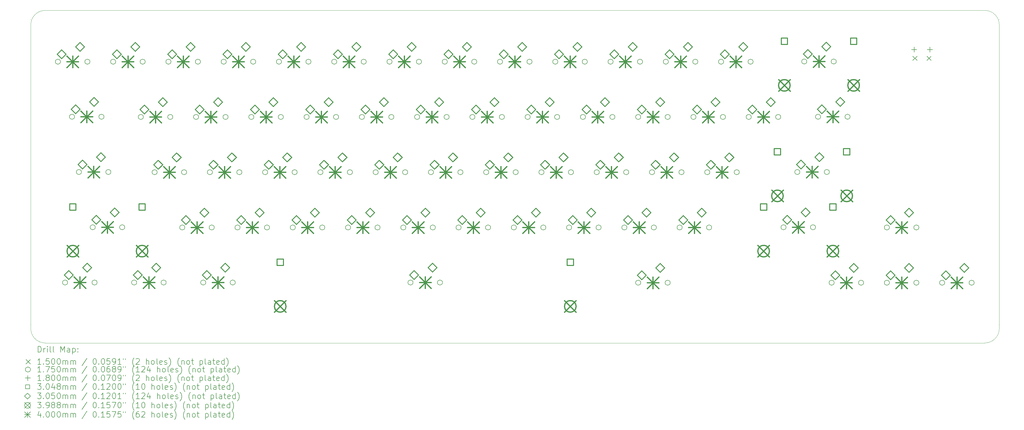
<source format=gbr>
%TF.GenerationSoftware,KiCad,Pcbnew,7.0.6*%
%TF.CreationDate,2023-09-01T00:30:53-07:00*%
%TF.ProjectId,keyjoy,6b65796a-6f79-42e6-9b69-6361645f7063,rev?*%
%TF.SameCoordinates,Original*%
%TF.FileFunction,Drillmap*%
%TF.FilePolarity,Positive*%
%FSLAX45Y45*%
G04 Gerber Fmt 4.5, Leading zero omitted, Abs format (unit mm)*
G04 Created by KiCad (PCBNEW 7.0.6) date 2023-09-01 00:30:53*
%MOMM*%
%LPD*%
G01*
G04 APERTURE LIST*
%ADD10C,0.100000*%
%ADD11C,0.200000*%
%ADD12C,0.150000*%
%ADD13C,0.175000*%
%ADD14C,0.180000*%
%ADD15C,0.304800*%
%ADD16C,0.305000*%
%ADD17C,0.398780*%
%ADD18C,0.400000*%
G04 APERTURE END LIST*
D10*
X14925005Y-26136365D02*
G75*
G03*
X15425009Y-26636365I500005J5D01*
G01*
X48310008Y-15669852D02*
G75*
G03*
X47810009Y-15169852I-499998J2D01*
G01*
D11*
X14925009Y-15479733D02*
G75*
G03*
X14925009Y-15479733I0J0D01*
G01*
D10*
X15425009Y-15169852D02*
X47810009Y-15169852D01*
X47810009Y-26636365D02*
X15425009Y-26636365D01*
X48310009Y-15669852D02*
X48310009Y-26136365D01*
X14925009Y-26136365D02*
X14925009Y-15669852D01*
X47810009Y-26636369D02*
G75*
G03*
X48310009Y-26136365I-9J500009D01*
G01*
D11*
X14925009Y-26004733D02*
G75*
G03*
X14925009Y-26004733I0J0D01*
G01*
D10*
X15425009Y-15169849D02*
G75*
G03*
X14925009Y-15669852I1J-500001D01*
G01*
D11*
X48310009Y-26004733D02*
G75*
G03*
X48310009Y-26004733I0J0D01*
G01*
X48310009Y-15479733D02*
G75*
G03*
X48310009Y-15479733I0J0D01*
G01*
D12*
X45329042Y-16747205D02*
X45479042Y-16897205D01*
X45479042Y-16747205D02*
X45329042Y-16897205D01*
X45814042Y-16747205D02*
X45964042Y-16897205D01*
X45964042Y-16747205D02*
X45814042Y-16897205D01*
D13*
X15948009Y-16939233D02*
G75*
G03*
X15948009Y-16939233I-87500J0D01*
G01*
X16195134Y-24552233D02*
G75*
G03*
X16195134Y-24552233I-87500J0D01*
G01*
X16433259Y-18837233D02*
G75*
G03*
X16433259Y-18837233I-87500J0D01*
G01*
X16671384Y-20742233D02*
G75*
G03*
X16671384Y-20742233I-87500J0D01*
G01*
X16964009Y-16939233D02*
G75*
G03*
X16964009Y-16939233I-87500J0D01*
G01*
X17147634Y-22647233D02*
G75*
G03*
X17147634Y-22647233I-87500J0D01*
G01*
X17211134Y-24552233D02*
G75*
G03*
X17211134Y-24552233I-87500J0D01*
G01*
X17449259Y-18837233D02*
G75*
G03*
X17449259Y-18837233I-87500J0D01*
G01*
X17687384Y-20742233D02*
G75*
G03*
X17687384Y-20742233I-87500J0D01*
G01*
X17853009Y-16939233D02*
G75*
G03*
X17853009Y-16939233I-87500J0D01*
G01*
X18163634Y-22647233D02*
G75*
G03*
X18163634Y-22647233I-87500J0D01*
G01*
X18576384Y-24552233D02*
G75*
G03*
X18576384Y-24552233I-87500J0D01*
G01*
X18805509Y-18844233D02*
G75*
G03*
X18805509Y-18844233I-87500J0D01*
G01*
X18869009Y-16939233D02*
G75*
G03*
X18869009Y-16939233I-87500J0D01*
G01*
X19281759Y-20749233D02*
G75*
G03*
X19281759Y-20749233I-87500J0D01*
G01*
X19592384Y-24552233D02*
G75*
G03*
X19592384Y-24552233I-87500J0D01*
G01*
X19758009Y-16939233D02*
G75*
G03*
X19758009Y-16939233I-87500J0D01*
G01*
X19821509Y-18844233D02*
G75*
G03*
X19821509Y-18844233I-87500J0D01*
G01*
X20234259Y-22654233D02*
G75*
G03*
X20234259Y-22654233I-87500J0D01*
G01*
X20297759Y-20749233D02*
G75*
G03*
X20297759Y-20749233I-87500J0D01*
G01*
X20710509Y-18844233D02*
G75*
G03*
X20710509Y-18844233I-87500J0D01*
G01*
X20774009Y-16939233D02*
G75*
G03*
X20774009Y-16939233I-87500J0D01*
G01*
X20957634Y-24552233D02*
G75*
G03*
X20957634Y-24552233I-87500J0D01*
G01*
X21186759Y-20749233D02*
G75*
G03*
X21186759Y-20749233I-87500J0D01*
G01*
X21250259Y-22654233D02*
G75*
G03*
X21250259Y-22654233I-87500J0D01*
G01*
X21663009Y-16939233D02*
G75*
G03*
X21663009Y-16939233I-87500J0D01*
G01*
X21726509Y-18844233D02*
G75*
G03*
X21726509Y-18844233I-87500J0D01*
G01*
X21973634Y-24552233D02*
G75*
G03*
X21973634Y-24552233I-87500J0D01*
G01*
X22139259Y-22654233D02*
G75*
G03*
X22139259Y-22654233I-87500J0D01*
G01*
X22202759Y-20749233D02*
G75*
G03*
X22202759Y-20749233I-87500J0D01*
G01*
X22615509Y-18844233D02*
G75*
G03*
X22615509Y-18844233I-87500J0D01*
G01*
X22679009Y-16939233D02*
G75*
G03*
X22679009Y-16939233I-87500J0D01*
G01*
X23091759Y-20749233D02*
G75*
G03*
X23091759Y-20749233I-87500J0D01*
G01*
X23155259Y-22654233D02*
G75*
G03*
X23155259Y-22654233I-87500J0D01*
G01*
X23568009Y-16939233D02*
G75*
G03*
X23568009Y-16939233I-87500J0D01*
G01*
X23631509Y-18844233D02*
G75*
G03*
X23631509Y-18844233I-87500J0D01*
G01*
X24044259Y-22654233D02*
G75*
G03*
X24044259Y-22654233I-87500J0D01*
G01*
X24107759Y-20749233D02*
G75*
G03*
X24107759Y-20749233I-87500J0D01*
G01*
X24520509Y-18844233D02*
G75*
G03*
X24520509Y-18844233I-87500J0D01*
G01*
X24584009Y-16939233D02*
G75*
G03*
X24584009Y-16939233I-87500J0D01*
G01*
X24996759Y-20749233D02*
G75*
G03*
X24996759Y-20749233I-87500J0D01*
G01*
X25060259Y-22654233D02*
G75*
G03*
X25060259Y-22654233I-87500J0D01*
G01*
X25473009Y-16939233D02*
G75*
G03*
X25473009Y-16939233I-87500J0D01*
G01*
X25536509Y-18844233D02*
G75*
G03*
X25536509Y-18844233I-87500J0D01*
G01*
X25949259Y-22654233D02*
G75*
G03*
X25949259Y-22654233I-87500J0D01*
G01*
X26012759Y-20749233D02*
G75*
G03*
X26012759Y-20749233I-87500J0D01*
G01*
X26425509Y-18844233D02*
G75*
G03*
X26425509Y-18844233I-87500J0D01*
G01*
X26489009Y-16939233D02*
G75*
G03*
X26489009Y-16939233I-87500J0D01*
G01*
X26901759Y-20749233D02*
G75*
G03*
X26901759Y-20749233I-87500J0D01*
G01*
X26965259Y-22654233D02*
G75*
G03*
X26965259Y-22654233I-87500J0D01*
G01*
X27378009Y-16939233D02*
G75*
G03*
X27378009Y-16939233I-87500J0D01*
G01*
X27441509Y-18844233D02*
G75*
G03*
X27441509Y-18844233I-87500J0D01*
G01*
X27854259Y-22654233D02*
G75*
G03*
X27854259Y-22654233I-87500J0D01*
G01*
X27917759Y-20749233D02*
G75*
G03*
X27917759Y-20749233I-87500J0D01*
G01*
X28101384Y-24552233D02*
G75*
G03*
X28101384Y-24552233I-87500J0D01*
G01*
X28330509Y-18844233D02*
G75*
G03*
X28330509Y-18844233I-87500J0D01*
G01*
X28394009Y-16939233D02*
G75*
G03*
X28394009Y-16939233I-87500J0D01*
G01*
X28806759Y-20749233D02*
G75*
G03*
X28806759Y-20749233I-87500J0D01*
G01*
X28870259Y-22654233D02*
G75*
G03*
X28870259Y-22654233I-87500J0D01*
G01*
X29117384Y-24552233D02*
G75*
G03*
X29117384Y-24552233I-87500J0D01*
G01*
X29283009Y-16939233D02*
G75*
G03*
X29283009Y-16939233I-87500J0D01*
G01*
X29346509Y-18844233D02*
G75*
G03*
X29346509Y-18844233I-87500J0D01*
G01*
X29759259Y-22654233D02*
G75*
G03*
X29759259Y-22654233I-87500J0D01*
G01*
X29822759Y-20749233D02*
G75*
G03*
X29822759Y-20749233I-87500J0D01*
G01*
X30235509Y-18844233D02*
G75*
G03*
X30235509Y-18844233I-87500J0D01*
G01*
X30299009Y-16939233D02*
G75*
G03*
X30299009Y-16939233I-87500J0D01*
G01*
X30711759Y-20749233D02*
G75*
G03*
X30711759Y-20749233I-87500J0D01*
G01*
X30775259Y-22654233D02*
G75*
G03*
X30775259Y-22654233I-87500J0D01*
G01*
X31188009Y-16939233D02*
G75*
G03*
X31188009Y-16939233I-87500J0D01*
G01*
X31251509Y-18844233D02*
G75*
G03*
X31251509Y-18844233I-87500J0D01*
G01*
X31664259Y-22654233D02*
G75*
G03*
X31664259Y-22654233I-87500J0D01*
G01*
X31727759Y-20749233D02*
G75*
G03*
X31727759Y-20749233I-87500J0D01*
G01*
X32140509Y-18844233D02*
G75*
G03*
X32140509Y-18844233I-87500J0D01*
G01*
X32204009Y-16939233D02*
G75*
G03*
X32204009Y-16939233I-87500J0D01*
G01*
X32616759Y-20749233D02*
G75*
G03*
X32616759Y-20749233I-87500J0D01*
G01*
X32680259Y-22654233D02*
G75*
G03*
X32680259Y-22654233I-87500J0D01*
G01*
X33093009Y-16939233D02*
G75*
G03*
X33093009Y-16939233I-87500J0D01*
G01*
X33156509Y-18844233D02*
G75*
G03*
X33156509Y-18844233I-87500J0D01*
G01*
X33569259Y-22654233D02*
G75*
G03*
X33569259Y-22654233I-87500J0D01*
G01*
X33632759Y-20749233D02*
G75*
G03*
X33632759Y-20749233I-87500J0D01*
G01*
X34045509Y-18844233D02*
G75*
G03*
X34045509Y-18844233I-87500J0D01*
G01*
X34109009Y-16939233D02*
G75*
G03*
X34109009Y-16939233I-87500J0D01*
G01*
X34521759Y-20749233D02*
G75*
G03*
X34521759Y-20749233I-87500J0D01*
G01*
X34585259Y-22654233D02*
G75*
G03*
X34585259Y-22654233I-87500J0D01*
G01*
X34998009Y-16939233D02*
G75*
G03*
X34998009Y-16939233I-87500J0D01*
G01*
X35061509Y-18844233D02*
G75*
G03*
X35061509Y-18844233I-87500J0D01*
G01*
X35474259Y-22654233D02*
G75*
G03*
X35474259Y-22654233I-87500J0D01*
G01*
X35537759Y-20749233D02*
G75*
G03*
X35537759Y-20749233I-87500J0D01*
G01*
X35950509Y-18844233D02*
G75*
G03*
X35950509Y-18844233I-87500J0D01*
G01*
X35950509Y-24559233D02*
G75*
G03*
X35950509Y-24559233I-87500J0D01*
G01*
X36014009Y-16939233D02*
G75*
G03*
X36014009Y-16939233I-87500J0D01*
G01*
X36426759Y-20749233D02*
G75*
G03*
X36426759Y-20749233I-87500J0D01*
G01*
X36490259Y-22654233D02*
G75*
G03*
X36490259Y-22654233I-87500J0D01*
G01*
X36903009Y-16939233D02*
G75*
G03*
X36903009Y-16939233I-87500J0D01*
G01*
X36966509Y-18844233D02*
G75*
G03*
X36966509Y-18844233I-87500J0D01*
G01*
X36966509Y-24559233D02*
G75*
G03*
X36966509Y-24559233I-87500J0D01*
G01*
X37379259Y-22654233D02*
G75*
G03*
X37379259Y-22654233I-87500J0D01*
G01*
X37442759Y-20749233D02*
G75*
G03*
X37442759Y-20749233I-87500J0D01*
G01*
X37855509Y-18844233D02*
G75*
G03*
X37855509Y-18844233I-87500J0D01*
G01*
X37919009Y-16939233D02*
G75*
G03*
X37919009Y-16939233I-87500J0D01*
G01*
X38331759Y-20749233D02*
G75*
G03*
X38331759Y-20749233I-87500J0D01*
G01*
X38395259Y-22654233D02*
G75*
G03*
X38395259Y-22654233I-87500J0D01*
G01*
X38808009Y-16939233D02*
G75*
G03*
X38808009Y-16939233I-87500J0D01*
G01*
X38871509Y-18844233D02*
G75*
G03*
X38871509Y-18844233I-87500J0D01*
G01*
X39347759Y-20749233D02*
G75*
G03*
X39347759Y-20749233I-87500J0D01*
G01*
X39760509Y-18844233D02*
G75*
G03*
X39760509Y-18844233I-87500J0D01*
G01*
X39824009Y-16939233D02*
G75*
G03*
X39824009Y-16939233I-87500J0D01*
G01*
X40776509Y-18844233D02*
G75*
G03*
X40776509Y-18844233I-87500J0D01*
G01*
X40960134Y-22647233D02*
G75*
G03*
X40960134Y-22647233I-87500J0D01*
G01*
X41436384Y-20742233D02*
G75*
G03*
X41436384Y-20742233I-87500J0D01*
G01*
X41674509Y-16932233D02*
G75*
G03*
X41674509Y-16932233I-87500J0D01*
G01*
X41976134Y-22647233D02*
G75*
G03*
X41976134Y-22647233I-87500J0D01*
G01*
X42150759Y-18837233D02*
G75*
G03*
X42150759Y-18837233I-87500J0D01*
G01*
X42452384Y-20742233D02*
G75*
G03*
X42452384Y-20742233I-87500J0D01*
G01*
X42618009Y-24559233D02*
G75*
G03*
X42618009Y-24559233I-87500J0D01*
G01*
X42690509Y-16932233D02*
G75*
G03*
X42690509Y-16932233I-87500J0D01*
G01*
X43166759Y-18837233D02*
G75*
G03*
X43166759Y-18837233I-87500J0D01*
G01*
X43634009Y-24559233D02*
G75*
G03*
X43634009Y-24559233I-87500J0D01*
G01*
X44523009Y-22654233D02*
G75*
G03*
X44523009Y-22654233I-87500J0D01*
G01*
X44523009Y-24559233D02*
G75*
G03*
X44523009Y-24559233I-87500J0D01*
G01*
X45539009Y-22654233D02*
G75*
G03*
X45539009Y-22654233I-87500J0D01*
G01*
X45539009Y-24559233D02*
G75*
G03*
X45539009Y-24559233I-87500J0D01*
G01*
X46428009Y-24559233D02*
G75*
G03*
X46428009Y-24559233I-87500J0D01*
G01*
X47444009Y-24559233D02*
G75*
G03*
X47444009Y-24559233I-87500J0D01*
G01*
D14*
X45374042Y-16429205D02*
X45374042Y-16609205D01*
X45284042Y-16519205D02*
X45464042Y-16519205D01*
X45919042Y-16429205D02*
X45919042Y-16609205D01*
X45829042Y-16519205D02*
X46009042Y-16519205D01*
D15*
X16482098Y-22056498D02*
X16482098Y-21840969D01*
X16266570Y-21840969D01*
X16266570Y-22056498D01*
X16482098Y-22056498D01*
X18869698Y-22056498D02*
X18869698Y-21840969D01*
X18654170Y-21840969D01*
X18654170Y-22056498D01*
X18869698Y-22056498D01*
X23631472Y-23961467D02*
X23631472Y-23745939D01*
X23415944Y-23745939D01*
X23415944Y-23961467D01*
X23631472Y-23961467D01*
X33631472Y-23961467D02*
X33631472Y-23745939D01*
X33415944Y-23745939D01*
X33415944Y-23961467D01*
X33631472Y-23961467D01*
X40294598Y-22056498D02*
X40294598Y-21840969D01*
X40079070Y-21840969D01*
X40079070Y-22056498D01*
X40294598Y-22056498D01*
X40770848Y-20151498D02*
X40770848Y-19935969D01*
X40555320Y-19935969D01*
X40555320Y-20151498D01*
X40770848Y-20151498D01*
X41008973Y-16341497D02*
X41008973Y-16125969D01*
X40793445Y-16125969D01*
X40793445Y-16341497D01*
X41008973Y-16341497D01*
X42682198Y-22056498D02*
X42682198Y-21840969D01*
X42466670Y-21840969D01*
X42466670Y-22056498D01*
X42682198Y-22056498D01*
X43158448Y-20151498D02*
X43158448Y-19935969D01*
X42942920Y-19935969D01*
X42942920Y-20151498D01*
X43158448Y-20151498D01*
X43396573Y-16341497D02*
X43396573Y-16125969D01*
X43181045Y-16125969D01*
X43181045Y-16341497D01*
X43396573Y-16341497D01*
D16*
X15987509Y-16837733D02*
X16140009Y-16685233D01*
X15987509Y-16532733D01*
X15835009Y-16685233D01*
X15987509Y-16837733D01*
X16234634Y-24450733D02*
X16387134Y-24298233D01*
X16234634Y-24145733D01*
X16082134Y-24298233D01*
X16234634Y-24450733D01*
X16472759Y-18735733D02*
X16625259Y-18583233D01*
X16472759Y-18430733D01*
X16320259Y-18583233D01*
X16472759Y-18735733D01*
X16622509Y-16583733D02*
X16775009Y-16431233D01*
X16622509Y-16278733D01*
X16470009Y-16431233D01*
X16622509Y-16583733D01*
X16710884Y-20640733D02*
X16863384Y-20488233D01*
X16710884Y-20335733D01*
X16558384Y-20488233D01*
X16710884Y-20640733D01*
X16869634Y-24196733D02*
X17022134Y-24044233D01*
X16869634Y-23891733D01*
X16717134Y-24044233D01*
X16869634Y-24196733D01*
X17107759Y-18481733D02*
X17260259Y-18329233D01*
X17107759Y-18176733D01*
X16955259Y-18329233D01*
X17107759Y-18481733D01*
X17187134Y-22545733D02*
X17339634Y-22393233D01*
X17187134Y-22240733D01*
X17034634Y-22393233D01*
X17187134Y-22545733D01*
X17345884Y-20386733D02*
X17498384Y-20234233D01*
X17345884Y-20081733D01*
X17193384Y-20234233D01*
X17345884Y-20386733D01*
X17822134Y-22291733D02*
X17974634Y-22139233D01*
X17822134Y-21986733D01*
X17669634Y-22139233D01*
X17822134Y-22291733D01*
X17892509Y-16837733D02*
X18045009Y-16685233D01*
X17892509Y-16532733D01*
X17740009Y-16685233D01*
X17892509Y-16837733D01*
X18527509Y-16583733D02*
X18680009Y-16431233D01*
X18527509Y-16278733D01*
X18375009Y-16431233D01*
X18527509Y-16583733D01*
X18615884Y-24450733D02*
X18768384Y-24298233D01*
X18615884Y-24145733D01*
X18463384Y-24298233D01*
X18615884Y-24450733D01*
X18845009Y-18742733D02*
X18997509Y-18590233D01*
X18845009Y-18437733D01*
X18692509Y-18590233D01*
X18845009Y-18742733D01*
X19250884Y-24196733D02*
X19403384Y-24044233D01*
X19250884Y-23891733D01*
X19098384Y-24044233D01*
X19250884Y-24196733D01*
X19321259Y-20647733D02*
X19473759Y-20495233D01*
X19321259Y-20342733D01*
X19168759Y-20495233D01*
X19321259Y-20647733D01*
X19480009Y-18488733D02*
X19632509Y-18336233D01*
X19480009Y-18183733D01*
X19327509Y-18336233D01*
X19480009Y-18488733D01*
X19797509Y-16837733D02*
X19950009Y-16685233D01*
X19797509Y-16532733D01*
X19645009Y-16685233D01*
X19797509Y-16837733D01*
X19956259Y-20393733D02*
X20108759Y-20241233D01*
X19956259Y-20088733D01*
X19803759Y-20241233D01*
X19956259Y-20393733D01*
X20273759Y-22552733D02*
X20426259Y-22400233D01*
X20273759Y-22247733D01*
X20121259Y-22400233D01*
X20273759Y-22552733D01*
X20432509Y-16583733D02*
X20585009Y-16431233D01*
X20432509Y-16278733D01*
X20280009Y-16431233D01*
X20432509Y-16583733D01*
X20750009Y-18742733D02*
X20902509Y-18590233D01*
X20750009Y-18437733D01*
X20597509Y-18590233D01*
X20750009Y-18742733D01*
X20908759Y-22298733D02*
X21061259Y-22146233D01*
X20908759Y-21993733D01*
X20756259Y-22146233D01*
X20908759Y-22298733D01*
X20997134Y-24450733D02*
X21149634Y-24298233D01*
X20997134Y-24145733D01*
X20844634Y-24298233D01*
X20997134Y-24450733D01*
X21226259Y-20647733D02*
X21378759Y-20495233D01*
X21226259Y-20342733D01*
X21073759Y-20495233D01*
X21226259Y-20647733D01*
X21385009Y-18488733D02*
X21537509Y-18336233D01*
X21385009Y-18183733D01*
X21232509Y-18336233D01*
X21385009Y-18488733D01*
X21632134Y-24196733D02*
X21784634Y-24044233D01*
X21632134Y-23891733D01*
X21479634Y-24044233D01*
X21632134Y-24196733D01*
X21702509Y-16837733D02*
X21855009Y-16685233D01*
X21702509Y-16532733D01*
X21550009Y-16685233D01*
X21702509Y-16837733D01*
X21861259Y-20393733D02*
X22013759Y-20241233D01*
X21861259Y-20088733D01*
X21708759Y-20241233D01*
X21861259Y-20393733D01*
X22178759Y-22552733D02*
X22331259Y-22400233D01*
X22178759Y-22247733D01*
X22026259Y-22400233D01*
X22178759Y-22552733D01*
X22337509Y-16583733D02*
X22490009Y-16431233D01*
X22337509Y-16278733D01*
X22185009Y-16431233D01*
X22337509Y-16583733D01*
X22655009Y-18742733D02*
X22807509Y-18590233D01*
X22655009Y-18437733D01*
X22502509Y-18590233D01*
X22655009Y-18742733D01*
X22813759Y-22298733D02*
X22966259Y-22146233D01*
X22813759Y-21993733D01*
X22661259Y-22146233D01*
X22813759Y-22298733D01*
X23131259Y-20647733D02*
X23283759Y-20495233D01*
X23131259Y-20342733D01*
X22978759Y-20495233D01*
X23131259Y-20647733D01*
X23290009Y-18488733D02*
X23442509Y-18336233D01*
X23290009Y-18183733D01*
X23137509Y-18336233D01*
X23290009Y-18488733D01*
X23607509Y-16837733D02*
X23760009Y-16685233D01*
X23607509Y-16532733D01*
X23455009Y-16685233D01*
X23607509Y-16837733D01*
X23766259Y-20393733D02*
X23918759Y-20241233D01*
X23766259Y-20088733D01*
X23613759Y-20241233D01*
X23766259Y-20393733D01*
X24083759Y-22552733D02*
X24236259Y-22400233D01*
X24083759Y-22247733D01*
X23931259Y-22400233D01*
X24083759Y-22552733D01*
X24242509Y-16583733D02*
X24395009Y-16431233D01*
X24242509Y-16278733D01*
X24090009Y-16431233D01*
X24242509Y-16583733D01*
X24560009Y-18742733D02*
X24712509Y-18590233D01*
X24560009Y-18437733D01*
X24407509Y-18590233D01*
X24560009Y-18742733D01*
X24718759Y-22298733D02*
X24871259Y-22146233D01*
X24718759Y-21993733D01*
X24566259Y-22146233D01*
X24718759Y-22298733D01*
X25036259Y-20647733D02*
X25188759Y-20495233D01*
X25036259Y-20342733D01*
X24883759Y-20495233D01*
X25036259Y-20647733D01*
X25195009Y-18488733D02*
X25347509Y-18336233D01*
X25195009Y-18183733D01*
X25042509Y-18336233D01*
X25195009Y-18488733D01*
X25512509Y-16837733D02*
X25665009Y-16685233D01*
X25512509Y-16532733D01*
X25360009Y-16685233D01*
X25512509Y-16837733D01*
X25671259Y-20393733D02*
X25823759Y-20241233D01*
X25671259Y-20088733D01*
X25518759Y-20241233D01*
X25671259Y-20393733D01*
X25988759Y-22552733D02*
X26141259Y-22400233D01*
X25988759Y-22247733D01*
X25836259Y-22400233D01*
X25988759Y-22552733D01*
X26147509Y-16583733D02*
X26300009Y-16431233D01*
X26147509Y-16278733D01*
X25995009Y-16431233D01*
X26147509Y-16583733D01*
X26465009Y-18742733D02*
X26617509Y-18590233D01*
X26465009Y-18437733D01*
X26312509Y-18590233D01*
X26465009Y-18742733D01*
X26623759Y-22298733D02*
X26776259Y-22146233D01*
X26623759Y-21993733D01*
X26471259Y-22146233D01*
X26623759Y-22298733D01*
X26941259Y-20647733D02*
X27093759Y-20495233D01*
X26941259Y-20342733D01*
X26788759Y-20495233D01*
X26941259Y-20647733D01*
X27100009Y-18488733D02*
X27252509Y-18336233D01*
X27100009Y-18183733D01*
X26947509Y-18336233D01*
X27100009Y-18488733D01*
X27417509Y-16837733D02*
X27570009Y-16685233D01*
X27417509Y-16532733D01*
X27265009Y-16685233D01*
X27417509Y-16837733D01*
X27576259Y-20393733D02*
X27728759Y-20241233D01*
X27576259Y-20088733D01*
X27423759Y-20241233D01*
X27576259Y-20393733D01*
X27893759Y-22552733D02*
X28046259Y-22400233D01*
X27893759Y-22247733D01*
X27741259Y-22400233D01*
X27893759Y-22552733D01*
X28052509Y-16583733D02*
X28205009Y-16431233D01*
X28052509Y-16278733D01*
X27900009Y-16431233D01*
X28052509Y-16583733D01*
X28140884Y-24450733D02*
X28293384Y-24298233D01*
X28140884Y-24145733D01*
X27988384Y-24298233D01*
X28140884Y-24450733D01*
X28370009Y-18742733D02*
X28522509Y-18590233D01*
X28370009Y-18437733D01*
X28217509Y-18590233D01*
X28370009Y-18742733D01*
X28528759Y-22298733D02*
X28681259Y-22146233D01*
X28528759Y-21993733D01*
X28376259Y-22146233D01*
X28528759Y-22298733D01*
X28775884Y-24196733D02*
X28928384Y-24044233D01*
X28775884Y-23891733D01*
X28623384Y-24044233D01*
X28775884Y-24196733D01*
X28846259Y-20647733D02*
X28998759Y-20495233D01*
X28846259Y-20342733D01*
X28693759Y-20495233D01*
X28846259Y-20647733D01*
X29005009Y-18488733D02*
X29157509Y-18336233D01*
X29005009Y-18183733D01*
X28852509Y-18336233D01*
X29005009Y-18488733D01*
X29322509Y-16837733D02*
X29475009Y-16685233D01*
X29322509Y-16532733D01*
X29170009Y-16685233D01*
X29322509Y-16837733D01*
X29481259Y-20393733D02*
X29633759Y-20241233D01*
X29481259Y-20088733D01*
X29328759Y-20241233D01*
X29481259Y-20393733D01*
X29798759Y-22552733D02*
X29951259Y-22400233D01*
X29798759Y-22247733D01*
X29646259Y-22400233D01*
X29798759Y-22552733D01*
X29957509Y-16583733D02*
X30110009Y-16431233D01*
X29957509Y-16278733D01*
X29805009Y-16431233D01*
X29957509Y-16583733D01*
X30275009Y-18742733D02*
X30427509Y-18590233D01*
X30275009Y-18437733D01*
X30122509Y-18590233D01*
X30275009Y-18742733D01*
X30433759Y-22298733D02*
X30586259Y-22146233D01*
X30433759Y-21993733D01*
X30281259Y-22146233D01*
X30433759Y-22298733D01*
X30751259Y-20647733D02*
X30903759Y-20495233D01*
X30751259Y-20342733D01*
X30598759Y-20495233D01*
X30751259Y-20647733D01*
X30910009Y-18488733D02*
X31062509Y-18336233D01*
X30910009Y-18183733D01*
X30757509Y-18336233D01*
X30910009Y-18488733D01*
X31227509Y-16837733D02*
X31380009Y-16685233D01*
X31227509Y-16532733D01*
X31075009Y-16685233D01*
X31227509Y-16837733D01*
X31386259Y-20393733D02*
X31538759Y-20241233D01*
X31386259Y-20088733D01*
X31233759Y-20241233D01*
X31386259Y-20393733D01*
X31703759Y-22552733D02*
X31856259Y-22400233D01*
X31703759Y-22247733D01*
X31551259Y-22400233D01*
X31703759Y-22552733D01*
X31862509Y-16583733D02*
X32015009Y-16431233D01*
X31862509Y-16278733D01*
X31710009Y-16431233D01*
X31862509Y-16583733D01*
X32180009Y-18742733D02*
X32332509Y-18590233D01*
X32180009Y-18437733D01*
X32027509Y-18590233D01*
X32180009Y-18742733D01*
X32338759Y-22298733D02*
X32491259Y-22146233D01*
X32338759Y-21993733D01*
X32186259Y-22146233D01*
X32338759Y-22298733D01*
X32656259Y-20647733D02*
X32808759Y-20495233D01*
X32656259Y-20342733D01*
X32503759Y-20495233D01*
X32656259Y-20647733D01*
X32815009Y-18488733D02*
X32967509Y-18336233D01*
X32815009Y-18183733D01*
X32662509Y-18336233D01*
X32815009Y-18488733D01*
X33132509Y-16837733D02*
X33285009Y-16685233D01*
X33132509Y-16532733D01*
X32980009Y-16685233D01*
X33132509Y-16837733D01*
X33291259Y-20393733D02*
X33443759Y-20241233D01*
X33291259Y-20088733D01*
X33138759Y-20241233D01*
X33291259Y-20393733D01*
X33608759Y-22552733D02*
X33761259Y-22400233D01*
X33608759Y-22247733D01*
X33456259Y-22400233D01*
X33608759Y-22552733D01*
X33767509Y-16583733D02*
X33920009Y-16431233D01*
X33767509Y-16278733D01*
X33615009Y-16431233D01*
X33767509Y-16583733D01*
X34085009Y-18742733D02*
X34237509Y-18590233D01*
X34085009Y-18437733D01*
X33932509Y-18590233D01*
X34085009Y-18742733D01*
X34243759Y-22298733D02*
X34396259Y-22146233D01*
X34243759Y-21993733D01*
X34091259Y-22146233D01*
X34243759Y-22298733D01*
X34561259Y-20647733D02*
X34713759Y-20495233D01*
X34561259Y-20342733D01*
X34408759Y-20495233D01*
X34561259Y-20647733D01*
X34720009Y-18488733D02*
X34872509Y-18336233D01*
X34720009Y-18183733D01*
X34567509Y-18336233D01*
X34720009Y-18488733D01*
X35037509Y-16837733D02*
X35190009Y-16685233D01*
X35037509Y-16532733D01*
X34885009Y-16685233D01*
X35037509Y-16837733D01*
X35196259Y-20393733D02*
X35348759Y-20241233D01*
X35196259Y-20088733D01*
X35043759Y-20241233D01*
X35196259Y-20393733D01*
X35513759Y-22552733D02*
X35666259Y-22400233D01*
X35513759Y-22247733D01*
X35361259Y-22400233D01*
X35513759Y-22552733D01*
X35672509Y-16583733D02*
X35825009Y-16431233D01*
X35672509Y-16278733D01*
X35520009Y-16431233D01*
X35672509Y-16583733D01*
X35990009Y-18742733D02*
X36142509Y-18590233D01*
X35990009Y-18437733D01*
X35837509Y-18590233D01*
X35990009Y-18742733D01*
X35990009Y-24457733D02*
X36142509Y-24305233D01*
X35990009Y-24152733D01*
X35837509Y-24305233D01*
X35990009Y-24457733D01*
X36148759Y-22298733D02*
X36301259Y-22146233D01*
X36148759Y-21993733D01*
X35996259Y-22146233D01*
X36148759Y-22298733D01*
X36466259Y-20647733D02*
X36618759Y-20495233D01*
X36466259Y-20342733D01*
X36313759Y-20495233D01*
X36466259Y-20647733D01*
X36625009Y-18488733D02*
X36777509Y-18336233D01*
X36625009Y-18183733D01*
X36472509Y-18336233D01*
X36625009Y-18488733D01*
X36625009Y-24203733D02*
X36777509Y-24051233D01*
X36625009Y-23898733D01*
X36472509Y-24051233D01*
X36625009Y-24203733D01*
X36942509Y-16837733D02*
X37095009Y-16685233D01*
X36942509Y-16532733D01*
X36790009Y-16685233D01*
X36942509Y-16837733D01*
X37101259Y-20393733D02*
X37253759Y-20241233D01*
X37101259Y-20088733D01*
X36948759Y-20241233D01*
X37101259Y-20393733D01*
X37418759Y-22552733D02*
X37571259Y-22400233D01*
X37418759Y-22247733D01*
X37266259Y-22400233D01*
X37418759Y-22552733D01*
X37577509Y-16583733D02*
X37730009Y-16431233D01*
X37577509Y-16278733D01*
X37425009Y-16431233D01*
X37577509Y-16583733D01*
X37895009Y-18742733D02*
X38047509Y-18590233D01*
X37895009Y-18437733D01*
X37742509Y-18590233D01*
X37895009Y-18742733D01*
X38053759Y-22298733D02*
X38206259Y-22146233D01*
X38053759Y-21993733D01*
X37901259Y-22146233D01*
X38053759Y-22298733D01*
X38371259Y-20647733D02*
X38523759Y-20495233D01*
X38371259Y-20342733D01*
X38218759Y-20495233D01*
X38371259Y-20647733D01*
X38530009Y-18488733D02*
X38682509Y-18336233D01*
X38530009Y-18183733D01*
X38377509Y-18336233D01*
X38530009Y-18488733D01*
X38847509Y-16837733D02*
X39000009Y-16685233D01*
X38847509Y-16532733D01*
X38695009Y-16685233D01*
X38847509Y-16837733D01*
X39006259Y-20393733D02*
X39158759Y-20241233D01*
X39006259Y-20088733D01*
X38853759Y-20241233D01*
X39006259Y-20393733D01*
X39482509Y-16583733D02*
X39635009Y-16431233D01*
X39482509Y-16278733D01*
X39330009Y-16431233D01*
X39482509Y-16583733D01*
X39800009Y-18742733D02*
X39952509Y-18590233D01*
X39800009Y-18437733D01*
X39647509Y-18590233D01*
X39800009Y-18742733D01*
X40435009Y-18488733D02*
X40587509Y-18336233D01*
X40435009Y-18183733D01*
X40282509Y-18336233D01*
X40435009Y-18488733D01*
X40999634Y-22545733D02*
X41152134Y-22393233D01*
X40999634Y-22240733D01*
X40847134Y-22393233D01*
X40999634Y-22545733D01*
X41475884Y-20640733D02*
X41628384Y-20488233D01*
X41475884Y-20335733D01*
X41323384Y-20488233D01*
X41475884Y-20640733D01*
X41634634Y-22291733D02*
X41787134Y-22139233D01*
X41634634Y-21986733D01*
X41482134Y-22139233D01*
X41634634Y-22291733D01*
X41714009Y-16830733D02*
X41866509Y-16678233D01*
X41714009Y-16525733D01*
X41561509Y-16678233D01*
X41714009Y-16830733D01*
X42110884Y-20386733D02*
X42263384Y-20234233D01*
X42110884Y-20081733D01*
X41958384Y-20234233D01*
X42110884Y-20386733D01*
X42190259Y-18735733D02*
X42342759Y-18583233D01*
X42190259Y-18430733D01*
X42037759Y-18583233D01*
X42190259Y-18735733D01*
X42349009Y-16576733D02*
X42501509Y-16424233D01*
X42349009Y-16271733D01*
X42196509Y-16424233D01*
X42349009Y-16576733D01*
X42657509Y-24457733D02*
X42810009Y-24305233D01*
X42657509Y-24152733D01*
X42505009Y-24305233D01*
X42657509Y-24457733D01*
X42825259Y-18481733D02*
X42977759Y-18329233D01*
X42825259Y-18176733D01*
X42672759Y-18329233D01*
X42825259Y-18481733D01*
X43292509Y-24203733D02*
X43445009Y-24051233D01*
X43292509Y-23898733D01*
X43140009Y-24051233D01*
X43292509Y-24203733D01*
X44562509Y-22552733D02*
X44715009Y-22400233D01*
X44562509Y-22247733D01*
X44410009Y-22400233D01*
X44562509Y-22552733D01*
X44562509Y-24457733D02*
X44715009Y-24305233D01*
X44562509Y-24152733D01*
X44410009Y-24305233D01*
X44562509Y-24457733D01*
X45197509Y-22298733D02*
X45350009Y-22146233D01*
X45197509Y-21993733D01*
X45045009Y-22146233D01*
X45197509Y-22298733D01*
X45197509Y-24203733D02*
X45350009Y-24051233D01*
X45197509Y-23898733D01*
X45045009Y-24051233D01*
X45197509Y-24203733D01*
X46467509Y-24457733D02*
X46620009Y-24305233D01*
X46467509Y-24152733D01*
X46315009Y-24305233D01*
X46467509Y-24457733D01*
X47102509Y-24203733D02*
X47255009Y-24051233D01*
X47102509Y-23898733D01*
X46950009Y-24051233D01*
X47102509Y-24203733D01*
D17*
X16174944Y-23270343D02*
X16573724Y-23669123D01*
X16573724Y-23270343D02*
X16174944Y-23669123D01*
X16573724Y-23469733D02*
G75*
G03*
X16573724Y-23469733I-199390J0D01*
G01*
X18562544Y-23270343D02*
X18961324Y-23669123D01*
X18961324Y-23270343D02*
X18562544Y-23669123D01*
X18961324Y-23469733D02*
G75*
G03*
X18961324Y-23469733I-199390J0D01*
G01*
X23324318Y-25175313D02*
X23723098Y-25574093D01*
X23723098Y-25175313D02*
X23324318Y-25574093D01*
X23723098Y-25374703D02*
G75*
G03*
X23723098Y-25374703I-199390J0D01*
G01*
X33324318Y-25175313D02*
X33723098Y-25574093D01*
X33723098Y-25175313D02*
X33324318Y-25574093D01*
X33723098Y-25374703D02*
G75*
G03*
X33723098Y-25374703I-199390J0D01*
G01*
X39987444Y-23270343D02*
X40386224Y-23669123D01*
X40386224Y-23270343D02*
X39987444Y-23669123D01*
X40386224Y-23469733D02*
G75*
G03*
X40386224Y-23469733I-199390J0D01*
G01*
X40463694Y-21365343D02*
X40862474Y-21764123D01*
X40862474Y-21365343D02*
X40463694Y-21764123D01*
X40862474Y-21564733D02*
G75*
G03*
X40862474Y-21564733I-199390J0D01*
G01*
X40701819Y-17555343D02*
X41100599Y-17954123D01*
X41100599Y-17555343D02*
X40701819Y-17954123D01*
X41100599Y-17754733D02*
G75*
G03*
X41100599Y-17754733I-199390J0D01*
G01*
X42375044Y-23270343D02*
X42773824Y-23669123D01*
X42773824Y-23270343D02*
X42375044Y-23669123D01*
X42773824Y-23469733D02*
G75*
G03*
X42773824Y-23469733I-199390J0D01*
G01*
X42851294Y-21365343D02*
X43250074Y-21764123D01*
X43250074Y-21365343D02*
X42851294Y-21764123D01*
X43250074Y-21564733D02*
G75*
G03*
X43250074Y-21564733I-199390J0D01*
G01*
X43089419Y-17555343D02*
X43488199Y-17954123D01*
X43488199Y-17555343D02*
X43089419Y-17954123D01*
X43488199Y-17754733D02*
G75*
G03*
X43488199Y-17754733I-199390J0D01*
G01*
D18*
X16168509Y-16739233D02*
X16568509Y-17139233D01*
X16568509Y-16739233D02*
X16168509Y-17139233D01*
X16368509Y-16739233D02*
X16368509Y-17139233D01*
X16168509Y-16939233D02*
X16568509Y-16939233D01*
X16415634Y-24352233D02*
X16815634Y-24752233D01*
X16815634Y-24352233D02*
X16415634Y-24752233D01*
X16615634Y-24352233D02*
X16615634Y-24752233D01*
X16415634Y-24552233D02*
X16815634Y-24552233D01*
X16653759Y-18637233D02*
X17053759Y-19037233D01*
X17053759Y-18637233D02*
X16653759Y-19037233D01*
X16853759Y-18637233D02*
X16853759Y-19037233D01*
X16653759Y-18837233D02*
X17053759Y-18837233D01*
X16891884Y-20542233D02*
X17291884Y-20942233D01*
X17291884Y-20542233D02*
X16891884Y-20942233D01*
X17091884Y-20542233D02*
X17091884Y-20942233D01*
X16891884Y-20742233D02*
X17291884Y-20742233D01*
X17368134Y-22447233D02*
X17768134Y-22847233D01*
X17768134Y-22447233D02*
X17368134Y-22847233D01*
X17568134Y-22447233D02*
X17568134Y-22847233D01*
X17368134Y-22647233D02*
X17768134Y-22647233D01*
X18073509Y-16739233D02*
X18473509Y-17139233D01*
X18473509Y-16739233D02*
X18073509Y-17139233D01*
X18273509Y-16739233D02*
X18273509Y-17139233D01*
X18073509Y-16939233D02*
X18473509Y-16939233D01*
X18796884Y-24352233D02*
X19196884Y-24752233D01*
X19196884Y-24352233D02*
X18796884Y-24752233D01*
X18996884Y-24352233D02*
X18996884Y-24752233D01*
X18796884Y-24552233D02*
X19196884Y-24552233D01*
X19026009Y-18644233D02*
X19426009Y-19044233D01*
X19426009Y-18644233D02*
X19026009Y-19044233D01*
X19226009Y-18644233D02*
X19226009Y-19044233D01*
X19026009Y-18844233D02*
X19426009Y-18844233D01*
X19502259Y-20549233D02*
X19902259Y-20949233D01*
X19902259Y-20549233D02*
X19502259Y-20949233D01*
X19702259Y-20549233D02*
X19702259Y-20949233D01*
X19502259Y-20749233D02*
X19902259Y-20749233D01*
X19978509Y-16739233D02*
X20378509Y-17139233D01*
X20378509Y-16739233D02*
X19978509Y-17139233D01*
X20178509Y-16739233D02*
X20178509Y-17139233D01*
X19978509Y-16939233D02*
X20378509Y-16939233D01*
X20454759Y-22454233D02*
X20854759Y-22854233D01*
X20854759Y-22454233D02*
X20454759Y-22854233D01*
X20654759Y-22454233D02*
X20654759Y-22854233D01*
X20454759Y-22654233D02*
X20854759Y-22654233D01*
X20931009Y-18644233D02*
X21331009Y-19044233D01*
X21331009Y-18644233D02*
X20931009Y-19044233D01*
X21131009Y-18644233D02*
X21131009Y-19044233D01*
X20931009Y-18844233D02*
X21331009Y-18844233D01*
X21178134Y-24352233D02*
X21578134Y-24752233D01*
X21578134Y-24352233D02*
X21178134Y-24752233D01*
X21378134Y-24352233D02*
X21378134Y-24752233D01*
X21178134Y-24552233D02*
X21578134Y-24552233D01*
X21407259Y-20549233D02*
X21807259Y-20949233D01*
X21807259Y-20549233D02*
X21407259Y-20949233D01*
X21607259Y-20549233D02*
X21607259Y-20949233D01*
X21407259Y-20749233D02*
X21807259Y-20749233D01*
X21883509Y-16739233D02*
X22283509Y-17139233D01*
X22283509Y-16739233D02*
X21883509Y-17139233D01*
X22083509Y-16739233D02*
X22083509Y-17139233D01*
X21883509Y-16939233D02*
X22283509Y-16939233D01*
X22359759Y-22454233D02*
X22759759Y-22854233D01*
X22759759Y-22454233D02*
X22359759Y-22854233D01*
X22559759Y-22454233D02*
X22559759Y-22854233D01*
X22359759Y-22654233D02*
X22759759Y-22654233D01*
X22836009Y-18644233D02*
X23236009Y-19044233D01*
X23236009Y-18644233D02*
X22836009Y-19044233D01*
X23036009Y-18644233D02*
X23036009Y-19044233D01*
X22836009Y-18844233D02*
X23236009Y-18844233D01*
X23312259Y-20549233D02*
X23712259Y-20949233D01*
X23712259Y-20549233D02*
X23312259Y-20949233D01*
X23512259Y-20549233D02*
X23512259Y-20949233D01*
X23312259Y-20749233D02*
X23712259Y-20749233D01*
X23788509Y-16739233D02*
X24188509Y-17139233D01*
X24188509Y-16739233D02*
X23788509Y-17139233D01*
X23988509Y-16739233D02*
X23988509Y-17139233D01*
X23788509Y-16939233D02*
X24188509Y-16939233D01*
X24264759Y-22454233D02*
X24664759Y-22854233D01*
X24664759Y-22454233D02*
X24264759Y-22854233D01*
X24464759Y-22454233D02*
X24464759Y-22854233D01*
X24264759Y-22654233D02*
X24664759Y-22654233D01*
X24741009Y-18644233D02*
X25141009Y-19044233D01*
X25141009Y-18644233D02*
X24741009Y-19044233D01*
X24941009Y-18644233D02*
X24941009Y-19044233D01*
X24741009Y-18844233D02*
X25141009Y-18844233D01*
X25217259Y-20549233D02*
X25617259Y-20949233D01*
X25617259Y-20549233D02*
X25217259Y-20949233D01*
X25417259Y-20549233D02*
X25417259Y-20949233D01*
X25217259Y-20749233D02*
X25617259Y-20749233D01*
X25693509Y-16739233D02*
X26093509Y-17139233D01*
X26093509Y-16739233D02*
X25693509Y-17139233D01*
X25893509Y-16739233D02*
X25893509Y-17139233D01*
X25693509Y-16939233D02*
X26093509Y-16939233D01*
X26169759Y-22454233D02*
X26569759Y-22854233D01*
X26569759Y-22454233D02*
X26169759Y-22854233D01*
X26369759Y-22454233D02*
X26369759Y-22854233D01*
X26169759Y-22654233D02*
X26569759Y-22654233D01*
X26646009Y-18644233D02*
X27046009Y-19044233D01*
X27046009Y-18644233D02*
X26646009Y-19044233D01*
X26846009Y-18644233D02*
X26846009Y-19044233D01*
X26646009Y-18844233D02*
X27046009Y-18844233D01*
X27122259Y-20549233D02*
X27522259Y-20949233D01*
X27522259Y-20549233D02*
X27122259Y-20949233D01*
X27322259Y-20549233D02*
X27322259Y-20949233D01*
X27122259Y-20749233D02*
X27522259Y-20749233D01*
X27598509Y-16739233D02*
X27998509Y-17139233D01*
X27998509Y-16739233D02*
X27598509Y-17139233D01*
X27798509Y-16739233D02*
X27798509Y-17139233D01*
X27598509Y-16939233D02*
X27998509Y-16939233D01*
X28074759Y-22454233D02*
X28474759Y-22854233D01*
X28474759Y-22454233D02*
X28074759Y-22854233D01*
X28274759Y-22454233D02*
X28274759Y-22854233D01*
X28074759Y-22654233D02*
X28474759Y-22654233D01*
X28321884Y-24352233D02*
X28721884Y-24752233D01*
X28721884Y-24352233D02*
X28321884Y-24752233D01*
X28521884Y-24352233D02*
X28521884Y-24752233D01*
X28321884Y-24552233D02*
X28721884Y-24552233D01*
X28551009Y-18644233D02*
X28951009Y-19044233D01*
X28951009Y-18644233D02*
X28551009Y-19044233D01*
X28751009Y-18644233D02*
X28751009Y-19044233D01*
X28551009Y-18844233D02*
X28951009Y-18844233D01*
X29027259Y-20549233D02*
X29427259Y-20949233D01*
X29427259Y-20549233D02*
X29027259Y-20949233D01*
X29227259Y-20549233D02*
X29227259Y-20949233D01*
X29027259Y-20749233D02*
X29427259Y-20749233D01*
X29503509Y-16739233D02*
X29903509Y-17139233D01*
X29903509Y-16739233D02*
X29503509Y-17139233D01*
X29703509Y-16739233D02*
X29703509Y-17139233D01*
X29503509Y-16939233D02*
X29903509Y-16939233D01*
X29979759Y-22454233D02*
X30379759Y-22854233D01*
X30379759Y-22454233D02*
X29979759Y-22854233D01*
X30179759Y-22454233D02*
X30179759Y-22854233D01*
X29979759Y-22654233D02*
X30379759Y-22654233D01*
X30456009Y-18644233D02*
X30856009Y-19044233D01*
X30856009Y-18644233D02*
X30456009Y-19044233D01*
X30656009Y-18644233D02*
X30656009Y-19044233D01*
X30456009Y-18844233D02*
X30856009Y-18844233D01*
X30932259Y-20549233D02*
X31332259Y-20949233D01*
X31332259Y-20549233D02*
X30932259Y-20949233D01*
X31132259Y-20549233D02*
X31132259Y-20949233D01*
X30932259Y-20749233D02*
X31332259Y-20749233D01*
X31408509Y-16739233D02*
X31808509Y-17139233D01*
X31808509Y-16739233D02*
X31408509Y-17139233D01*
X31608509Y-16739233D02*
X31608509Y-17139233D01*
X31408509Y-16939233D02*
X31808509Y-16939233D01*
X31884759Y-22454233D02*
X32284759Y-22854233D01*
X32284759Y-22454233D02*
X31884759Y-22854233D01*
X32084759Y-22454233D02*
X32084759Y-22854233D01*
X31884759Y-22654233D02*
X32284759Y-22654233D01*
X32361009Y-18644233D02*
X32761009Y-19044233D01*
X32761009Y-18644233D02*
X32361009Y-19044233D01*
X32561009Y-18644233D02*
X32561009Y-19044233D01*
X32361009Y-18844233D02*
X32761009Y-18844233D01*
X32837259Y-20549233D02*
X33237259Y-20949233D01*
X33237259Y-20549233D02*
X32837259Y-20949233D01*
X33037259Y-20549233D02*
X33037259Y-20949233D01*
X32837259Y-20749233D02*
X33237259Y-20749233D01*
X33313509Y-16739233D02*
X33713509Y-17139233D01*
X33713509Y-16739233D02*
X33313509Y-17139233D01*
X33513509Y-16739233D02*
X33513509Y-17139233D01*
X33313509Y-16939233D02*
X33713509Y-16939233D01*
X33789759Y-22454233D02*
X34189759Y-22854233D01*
X34189759Y-22454233D02*
X33789759Y-22854233D01*
X33989759Y-22454233D02*
X33989759Y-22854233D01*
X33789759Y-22654233D02*
X34189759Y-22654233D01*
X34266009Y-18644233D02*
X34666009Y-19044233D01*
X34666009Y-18644233D02*
X34266009Y-19044233D01*
X34466009Y-18644233D02*
X34466009Y-19044233D01*
X34266009Y-18844233D02*
X34666009Y-18844233D01*
X34742259Y-20549233D02*
X35142259Y-20949233D01*
X35142259Y-20549233D02*
X34742259Y-20949233D01*
X34942259Y-20549233D02*
X34942259Y-20949233D01*
X34742259Y-20749233D02*
X35142259Y-20749233D01*
X35218509Y-16739233D02*
X35618509Y-17139233D01*
X35618509Y-16739233D02*
X35218509Y-17139233D01*
X35418509Y-16739233D02*
X35418509Y-17139233D01*
X35218509Y-16939233D02*
X35618509Y-16939233D01*
X35694759Y-22454233D02*
X36094759Y-22854233D01*
X36094759Y-22454233D02*
X35694759Y-22854233D01*
X35894759Y-22454233D02*
X35894759Y-22854233D01*
X35694759Y-22654233D02*
X36094759Y-22654233D01*
X36171009Y-18644233D02*
X36571009Y-19044233D01*
X36571009Y-18644233D02*
X36171009Y-19044233D01*
X36371009Y-18644233D02*
X36371009Y-19044233D01*
X36171009Y-18844233D02*
X36571009Y-18844233D01*
X36171009Y-24359233D02*
X36571009Y-24759233D01*
X36571009Y-24359233D02*
X36171009Y-24759233D01*
X36371009Y-24359233D02*
X36371009Y-24759233D01*
X36171009Y-24559233D02*
X36571009Y-24559233D01*
X36647259Y-20549233D02*
X37047259Y-20949233D01*
X37047259Y-20549233D02*
X36647259Y-20949233D01*
X36847259Y-20549233D02*
X36847259Y-20949233D01*
X36647259Y-20749233D02*
X37047259Y-20749233D01*
X37123509Y-16739233D02*
X37523509Y-17139233D01*
X37523509Y-16739233D02*
X37123509Y-17139233D01*
X37323509Y-16739233D02*
X37323509Y-17139233D01*
X37123509Y-16939233D02*
X37523509Y-16939233D01*
X37599759Y-22454233D02*
X37999759Y-22854233D01*
X37999759Y-22454233D02*
X37599759Y-22854233D01*
X37799759Y-22454233D02*
X37799759Y-22854233D01*
X37599759Y-22654233D02*
X37999759Y-22654233D01*
X38076009Y-18644233D02*
X38476009Y-19044233D01*
X38476009Y-18644233D02*
X38076009Y-19044233D01*
X38276009Y-18644233D02*
X38276009Y-19044233D01*
X38076009Y-18844233D02*
X38476009Y-18844233D01*
X38552259Y-20549233D02*
X38952259Y-20949233D01*
X38952259Y-20549233D02*
X38552259Y-20949233D01*
X38752259Y-20549233D02*
X38752259Y-20949233D01*
X38552259Y-20749233D02*
X38952259Y-20749233D01*
X39028509Y-16739233D02*
X39428509Y-17139233D01*
X39428509Y-16739233D02*
X39028509Y-17139233D01*
X39228509Y-16739233D02*
X39228509Y-17139233D01*
X39028509Y-16939233D02*
X39428509Y-16939233D01*
X39981009Y-18644233D02*
X40381009Y-19044233D01*
X40381009Y-18644233D02*
X39981009Y-19044233D01*
X40181009Y-18644233D02*
X40181009Y-19044233D01*
X39981009Y-18844233D02*
X40381009Y-18844233D01*
X41180634Y-22447233D02*
X41580634Y-22847233D01*
X41580634Y-22447233D02*
X41180634Y-22847233D01*
X41380634Y-22447233D02*
X41380634Y-22847233D01*
X41180634Y-22647233D02*
X41580634Y-22647233D01*
X41656884Y-20542233D02*
X42056884Y-20942233D01*
X42056884Y-20542233D02*
X41656884Y-20942233D01*
X41856884Y-20542233D02*
X41856884Y-20942233D01*
X41656884Y-20742233D02*
X42056884Y-20742233D01*
X41895009Y-16732233D02*
X42295009Y-17132233D01*
X42295009Y-16732233D02*
X41895009Y-17132233D01*
X42095009Y-16732233D02*
X42095009Y-17132233D01*
X41895009Y-16932233D02*
X42295009Y-16932233D01*
X42371259Y-18637233D02*
X42771259Y-19037233D01*
X42771259Y-18637233D02*
X42371259Y-19037233D01*
X42571259Y-18637233D02*
X42571259Y-19037233D01*
X42371259Y-18837233D02*
X42771259Y-18837233D01*
X42838509Y-24359233D02*
X43238509Y-24759233D01*
X43238509Y-24359233D02*
X42838509Y-24759233D01*
X43038509Y-24359233D02*
X43038509Y-24759233D01*
X42838509Y-24559233D02*
X43238509Y-24559233D01*
X44743509Y-22454233D02*
X45143509Y-22854233D01*
X45143509Y-22454233D02*
X44743509Y-22854233D01*
X44943509Y-22454233D02*
X44943509Y-22854233D01*
X44743509Y-22654233D02*
X45143509Y-22654233D01*
X44743509Y-24359233D02*
X45143509Y-24759233D01*
X45143509Y-24359233D02*
X44743509Y-24759233D01*
X44943509Y-24359233D02*
X44943509Y-24759233D01*
X44743509Y-24559233D02*
X45143509Y-24559233D01*
X46648509Y-24359233D02*
X47048509Y-24759233D01*
X47048509Y-24359233D02*
X46648509Y-24759233D01*
X46848509Y-24359233D02*
X46848509Y-24759233D01*
X46648509Y-24559233D02*
X47048509Y-24559233D01*
D11*
X15175786Y-26952849D02*
X15175786Y-26752849D01*
X15175786Y-26752849D02*
X15223405Y-26752849D01*
X15223405Y-26752849D02*
X15251976Y-26762372D01*
X15251976Y-26762372D02*
X15271024Y-26781420D01*
X15271024Y-26781420D02*
X15280548Y-26800468D01*
X15280548Y-26800468D02*
X15290071Y-26838563D01*
X15290071Y-26838563D02*
X15290071Y-26867134D01*
X15290071Y-26867134D02*
X15280548Y-26905230D01*
X15280548Y-26905230D02*
X15271024Y-26924277D01*
X15271024Y-26924277D02*
X15251976Y-26943325D01*
X15251976Y-26943325D02*
X15223405Y-26952849D01*
X15223405Y-26952849D02*
X15175786Y-26952849D01*
X15375786Y-26952849D02*
X15375786Y-26819515D01*
X15375786Y-26857611D02*
X15385309Y-26838563D01*
X15385309Y-26838563D02*
X15394833Y-26829039D01*
X15394833Y-26829039D02*
X15413881Y-26819515D01*
X15413881Y-26819515D02*
X15432929Y-26819515D01*
X15499595Y-26952849D02*
X15499595Y-26819515D01*
X15499595Y-26752849D02*
X15490071Y-26762372D01*
X15490071Y-26762372D02*
X15499595Y-26771896D01*
X15499595Y-26771896D02*
X15509119Y-26762372D01*
X15509119Y-26762372D02*
X15499595Y-26752849D01*
X15499595Y-26752849D02*
X15499595Y-26771896D01*
X15623405Y-26952849D02*
X15604357Y-26943325D01*
X15604357Y-26943325D02*
X15594833Y-26924277D01*
X15594833Y-26924277D02*
X15594833Y-26752849D01*
X15728167Y-26952849D02*
X15709119Y-26943325D01*
X15709119Y-26943325D02*
X15699595Y-26924277D01*
X15699595Y-26924277D02*
X15699595Y-26752849D01*
X15956738Y-26952849D02*
X15956738Y-26752849D01*
X15956738Y-26752849D02*
X16023405Y-26895706D01*
X16023405Y-26895706D02*
X16090071Y-26752849D01*
X16090071Y-26752849D02*
X16090071Y-26952849D01*
X16271024Y-26952849D02*
X16271024Y-26848087D01*
X16271024Y-26848087D02*
X16261500Y-26829039D01*
X16261500Y-26829039D02*
X16242452Y-26819515D01*
X16242452Y-26819515D02*
X16204357Y-26819515D01*
X16204357Y-26819515D02*
X16185309Y-26829039D01*
X16271024Y-26943325D02*
X16251976Y-26952849D01*
X16251976Y-26952849D02*
X16204357Y-26952849D01*
X16204357Y-26952849D02*
X16185309Y-26943325D01*
X16185309Y-26943325D02*
X16175786Y-26924277D01*
X16175786Y-26924277D02*
X16175786Y-26905230D01*
X16175786Y-26905230D02*
X16185309Y-26886182D01*
X16185309Y-26886182D02*
X16204357Y-26876658D01*
X16204357Y-26876658D02*
X16251976Y-26876658D01*
X16251976Y-26876658D02*
X16271024Y-26867134D01*
X16366262Y-26819515D02*
X16366262Y-27019515D01*
X16366262Y-26829039D02*
X16385309Y-26819515D01*
X16385309Y-26819515D02*
X16423405Y-26819515D01*
X16423405Y-26819515D02*
X16442452Y-26829039D01*
X16442452Y-26829039D02*
X16451976Y-26838563D01*
X16451976Y-26838563D02*
X16461500Y-26857611D01*
X16461500Y-26857611D02*
X16461500Y-26914753D01*
X16461500Y-26914753D02*
X16451976Y-26933801D01*
X16451976Y-26933801D02*
X16442452Y-26943325D01*
X16442452Y-26943325D02*
X16423405Y-26952849D01*
X16423405Y-26952849D02*
X16385309Y-26952849D01*
X16385309Y-26952849D02*
X16366262Y-26943325D01*
X16547214Y-26933801D02*
X16556738Y-26943325D01*
X16556738Y-26943325D02*
X16547214Y-26952849D01*
X16547214Y-26952849D02*
X16537690Y-26943325D01*
X16537690Y-26943325D02*
X16547214Y-26933801D01*
X16547214Y-26933801D02*
X16547214Y-26952849D01*
X16547214Y-26829039D02*
X16556738Y-26838563D01*
X16556738Y-26838563D02*
X16547214Y-26848087D01*
X16547214Y-26848087D02*
X16537690Y-26838563D01*
X16537690Y-26838563D02*
X16547214Y-26829039D01*
X16547214Y-26829039D02*
X16547214Y-26848087D01*
D12*
X14765009Y-27206365D02*
X14915009Y-27356365D01*
X14915009Y-27206365D02*
X14765009Y-27356365D01*
D11*
X15280548Y-27372849D02*
X15166262Y-27372849D01*
X15223405Y-27372849D02*
X15223405Y-27172849D01*
X15223405Y-27172849D02*
X15204357Y-27201420D01*
X15204357Y-27201420D02*
X15185309Y-27220468D01*
X15185309Y-27220468D02*
X15166262Y-27229991D01*
X15366262Y-27353801D02*
X15375786Y-27363325D01*
X15375786Y-27363325D02*
X15366262Y-27372849D01*
X15366262Y-27372849D02*
X15356738Y-27363325D01*
X15356738Y-27363325D02*
X15366262Y-27353801D01*
X15366262Y-27353801D02*
X15366262Y-27372849D01*
X15556738Y-27172849D02*
X15461500Y-27172849D01*
X15461500Y-27172849D02*
X15451976Y-27268087D01*
X15451976Y-27268087D02*
X15461500Y-27258563D01*
X15461500Y-27258563D02*
X15480548Y-27249039D01*
X15480548Y-27249039D02*
X15528167Y-27249039D01*
X15528167Y-27249039D02*
X15547214Y-27258563D01*
X15547214Y-27258563D02*
X15556738Y-27268087D01*
X15556738Y-27268087D02*
X15566262Y-27287134D01*
X15566262Y-27287134D02*
X15566262Y-27334753D01*
X15566262Y-27334753D02*
X15556738Y-27353801D01*
X15556738Y-27353801D02*
X15547214Y-27363325D01*
X15547214Y-27363325D02*
X15528167Y-27372849D01*
X15528167Y-27372849D02*
X15480548Y-27372849D01*
X15480548Y-27372849D02*
X15461500Y-27363325D01*
X15461500Y-27363325D02*
X15451976Y-27353801D01*
X15690071Y-27172849D02*
X15709119Y-27172849D01*
X15709119Y-27172849D02*
X15728167Y-27182372D01*
X15728167Y-27182372D02*
X15737690Y-27191896D01*
X15737690Y-27191896D02*
X15747214Y-27210944D01*
X15747214Y-27210944D02*
X15756738Y-27249039D01*
X15756738Y-27249039D02*
X15756738Y-27296658D01*
X15756738Y-27296658D02*
X15747214Y-27334753D01*
X15747214Y-27334753D02*
X15737690Y-27353801D01*
X15737690Y-27353801D02*
X15728167Y-27363325D01*
X15728167Y-27363325D02*
X15709119Y-27372849D01*
X15709119Y-27372849D02*
X15690071Y-27372849D01*
X15690071Y-27372849D02*
X15671024Y-27363325D01*
X15671024Y-27363325D02*
X15661500Y-27353801D01*
X15661500Y-27353801D02*
X15651976Y-27334753D01*
X15651976Y-27334753D02*
X15642452Y-27296658D01*
X15642452Y-27296658D02*
X15642452Y-27249039D01*
X15642452Y-27249039D02*
X15651976Y-27210944D01*
X15651976Y-27210944D02*
X15661500Y-27191896D01*
X15661500Y-27191896D02*
X15671024Y-27182372D01*
X15671024Y-27182372D02*
X15690071Y-27172849D01*
X15880548Y-27172849D02*
X15899595Y-27172849D01*
X15899595Y-27172849D02*
X15918643Y-27182372D01*
X15918643Y-27182372D02*
X15928167Y-27191896D01*
X15928167Y-27191896D02*
X15937690Y-27210944D01*
X15937690Y-27210944D02*
X15947214Y-27249039D01*
X15947214Y-27249039D02*
X15947214Y-27296658D01*
X15947214Y-27296658D02*
X15937690Y-27334753D01*
X15937690Y-27334753D02*
X15928167Y-27353801D01*
X15928167Y-27353801D02*
X15918643Y-27363325D01*
X15918643Y-27363325D02*
X15899595Y-27372849D01*
X15899595Y-27372849D02*
X15880548Y-27372849D01*
X15880548Y-27372849D02*
X15861500Y-27363325D01*
X15861500Y-27363325D02*
X15851976Y-27353801D01*
X15851976Y-27353801D02*
X15842452Y-27334753D01*
X15842452Y-27334753D02*
X15832929Y-27296658D01*
X15832929Y-27296658D02*
X15832929Y-27249039D01*
X15832929Y-27249039D02*
X15842452Y-27210944D01*
X15842452Y-27210944D02*
X15851976Y-27191896D01*
X15851976Y-27191896D02*
X15861500Y-27182372D01*
X15861500Y-27182372D02*
X15880548Y-27172849D01*
X16032929Y-27372849D02*
X16032929Y-27239515D01*
X16032929Y-27258563D02*
X16042452Y-27249039D01*
X16042452Y-27249039D02*
X16061500Y-27239515D01*
X16061500Y-27239515D02*
X16090071Y-27239515D01*
X16090071Y-27239515D02*
X16109119Y-27249039D01*
X16109119Y-27249039D02*
X16118643Y-27268087D01*
X16118643Y-27268087D02*
X16118643Y-27372849D01*
X16118643Y-27268087D02*
X16128167Y-27249039D01*
X16128167Y-27249039D02*
X16147214Y-27239515D01*
X16147214Y-27239515D02*
X16175786Y-27239515D01*
X16175786Y-27239515D02*
X16194833Y-27249039D01*
X16194833Y-27249039D02*
X16204357Y-27268087D01*
X16204357Y-27268087D02*
X16204357Y-27372849D01*
X16299595Y-27372849D02*
X16299595Y-27239515D01*
X16299595Y-27258563D02*
X16309119Y-27249039D01*
X16309119Y-27249039D02*
X16328167Y-27239515D01*
X16328167Y-27239515D02*
X16356738Y-27239515D01*
X16356738Y-27239515D02*
X16375786Y-27249039D01*
X16375786Y-27249039D02*
X16385310Y-27268087D01*
X16385310Y-27268087D02*
X16385310Y-27372849D01*
X16385310Y-27268087D02*
X16394833Y-27249039D01*
X16394833Y-27249039D02*
X16413881Y-27239515D01*
X16413881Y-27239515D02*
X16442452Y-27239515D01*
X16442452Y-27239515D02*
X16461500Y-27249039D01*
X16461500Y-27249039D02*
X16471024Y-27268087D01*
X16471024Y-27268087D02*
X16471024Y-27372849D01*
X16861500Y-27163325D02*
X16690072Y-27420468D01*
X17118643Y-27172849D02*
X17137691Y-27172849D01*
X17137691Y-27172849D02*
X17156738Y-27182372D01*
X17156738Y-27182372D02*
X17166262Y-27191896D01*
X17166262Y-27191896D02*
X17175786Y-27210944D01*
X17175786Y-27210944D02*
X17185310Y-27249039D01*
X17185310Y-27249039D02*
X17185310Y-27296658D01*
X17185310Y-27296658D02*
X17175786Y-27334753D01*
X17175786Y-27334753D02*
X17166262Y-27353801D01*
X17166262Y-27353801D02*
X17156738Y-27363325D01*
X17156738Y-27363325D02*
X17137691Y-27372849D01*
X17137691Y-27372849D02*
X17118643Y-27372849D01*
X17118643Y-27372849D02*
X17099595Y-27363325D01*
X17099595Y-27363325D02*
X17090072Y-27353801D01*
X17090072Y-27353801D02*
X17080548Y-27334753D01*
X17080548Y-27334753D02*
X17071024Y-27296658D01*
X17071024Y-27296658D02*
X17071024Y-27249039D01*
X17071024Y-27249039D02*
X17080548Y-27210944D01*
X17080548Y-27210944D02*
X17090072Y-27191896D01*
X17090072Y-27191896D02*
X17099595Y-27182372D01*
X17099595Y-27182372D02*
X17118643Y-27172849D01*
X17271024Y-27353801D02*
X17280548Y-27363325D01*
X17280548Y-27363325D02*
X17271024Y-27372849D01*
X17271024Y-27372849D02*
X17261500Y-27363325D01*
X17261500Y-27363325D02*
X17271024Y-27353801D01*
X17271024Y-27353801D02*
X17271024Y-27372849D01*
X17404357Y-27172849D02*
X17423405Y-27172849D01*
X17423405Y-27172849D02*
X17442453Y-27182372D01*
X17442453Y-27182372D02*
X17451976Y-27191896D01*
X17451976Y-27191896D02*
X17461500Y-27210944D01*
X17461500Y-27210944D02*
X17471024Y-27249039D01*
X17471024Y-27249039D02*
X17471024Y-27296658D01*
X17471024Y-27296658D02*
X17461500Y-27334753D01*
X17461500Y-27334753D02*
X17451976Y-27353801D01*
X17451976Y-27353801D02*
X17442453Y-27363325D01*
X17442453Y-27363325D02*
X17423405Y-27372849D01*
X17423405Y-27372849D02*
X17404357Y-27372849D01*
X17404357Y-27372849D02*
X17385310Y-27363325D01*
X17385310Y-27363325D02*
X17375786Y-27353801D01*
X17375786Y-27353801D02*
X17366262Y-27334753D01*
X17366262Y-27334753D02*
X17356738Y-27296658D01*
X17356738Y-27296658D02*
X17356738Y-27249039D01*
X17356738Y-27249039D02*
X17366262Y-27210944D01*
X17366262Y-27210944D02*
X17375786Y-27191896D01*
X17375786Y-27191896D02*
X17385310Y-27182372D01*
X17385310Y-27182372D02*
X17404357Y-27172849D01*
X17651976Y-27172849D02*
X17556738Y-27172849D01*
X17556738Y-27172849D02*
X17547215Y-27268087D01*
X17547215Y-27268087D02*
X17556738Y-27258563D01*
X17556738Y-27258563D02*
X17575786Y-27249039D01*
X17575786Y-27249039D02*
X17623405Y-27249039D01*
X17623405Y-27249039D02*
X17642453Y-27258563D01*
X17642453Y-27258563D02*
X17651976Y-27268087D01*
X17651976Y-27268087D02*
X17661500Y-27287134D01*
X17661500Y-27287134D02*
X17661500Y-27334753D01*
X17661500Y-27334753D02*
X17651976Y-27353801D01*
X17651976Y-27353801D02*
X17642453Y-27363325D01*
X17642453Y-27363325D02*
X17623405Y-27372849D01*
X17623405Y-27372849D02*
X17575786Y-27372849D01*
X17575786Y-27372849D02*
X17556738Y-27363325D01*
X17556738Y-27363325D02*
X17547215Y-27353801D01*
X17756738Y-27372849D02*
X17794834Y-27372849D01*
X17794834Y-27372849D02*
X17813881Y-27363325D01*
X17813881Y-27363325D02*
X17823405Y-27353801D01*
X17823405Y-27353801D02*
X17842453Y-27325230D01*
X17842453Y-27325230D02*
X17851976Y-27287134D01*
X17851976Y-27287134D02*
X17851976Y-27210944D01*
X17851976Y-27210944D02*
X17842453Y-27191896D01*
X17842453Y-27191896D02*
X17832929Y-27182372D01*
X17832929Y-27182372D02*
X17813881Y-27172849D01*
X17813881Y-27172849D02*
X17775786Y-27172849D01*
X17775786Y-27172849D02*
X17756738Y-27182372D01*
X17756738Y-27182372D02*
X17747215Y-27191896D01*
X17747215Y-27191896D02*
X17737691Y-27210944D01*
X17737691Y-27210944D02*
X17737691Y-27258563D01*
X17737691Y-27258563D02*
X17747215Y-27277611D01*
X17747215Y-27277611D02*
X17756738Y-27287134D01*
X17756738Y-27287134D02*
X17775786Y-27296658D01*
X17775786Y-27296658D02*
X17813881Y-27296658D01*
X17813881Y-27296658D02*
X17832929Y-27287134D01*
X17832929Y-27287134D02*
X17842453Y-27277611D01*
X17842453Y-27277611D02*
X17851976Y-27258563D01*
X18042453Y-27372849D02*
X17928167Y-27372849D01*
X17985310Y-27372849D02*
X17985310Y-27172849D01*
X17985310Y-27172849D02*
X17966262Y-27201420D01*
X17966262Y-27201420D02*
X17947215Y-27220468D01*
X17947215Y-27220468D02*
X17928167Y-27229991D01*
X18118643Y-27172849D02*
X18118643Y-27210944D01*
X18194834Y-27172849D02*
X18194834Y-27210944D01*
X18490072Y-27449039D02*
X18480548Y-27439515D01*
X18480548Y-27439515D02*
X18461500Y-27410944D01*
X18461500Y-27410944D02*
X18451977Y-27391896D01*
X18451977Y-27391896D02*
X18442453Y-27363325D01*
X18442453Y-27363325D02*
X18432929Y-27315706D01*
X18432929Y-27315706D02*
X18432929Y-27277611D01*
X18432929Y-27277611D02*
X18442453Y-27229991D01*
X18442453Y-27229991D02*
X18451977Y-27201420D01*
X18451977Y-27201420D02*
X18461500Y-27182372D01*
X18461500Y-27182372D02*
X18480548Y-27153801D01*
X18480548Y-27153801D02*
X18490072Y-27144277D01*
X18556738Y-27191896D02*
X18566262Y-27182372D01*
X18566262Y-27182372D02*
X18585310Y-27172849D01*
X18585310Y-27172849D02*
X18632929Y-27172849D01*
X18632929Y-27172849D02*
X18651977Y-27182372D01*
X18651977Y-27182372D02*
X18661500Y-27191896D01*
X18661500Y-27191896D02*
X18671024Y-27210944D01*
X18671024Y-27210944D02*
X18671024Y-27229991D01*
X18671024Y-27229991D02*
X18661500Y-27258563D01*
X18661500Y-27258563D02*
X18547215Y-27372849D01*
X18547215Y-27372849D02*
X18671024Y-27372849D01*
X18909119Y-27372849D02*
X18909119Y-27172849D01*
X18994834Y-27372849D02*
X18994834Y-27268087D01*
X18994834Y-27268087D02*
X18985310Y-27249039D01*
X18985310Y-27249039D02*
X18966262Y-27239515D01*
X18966262Y-27239515D02*
X18937691Y-27239515D01*
X18937691Y-27239515D02*
X18918643Y-27249039D01*
X18918643Y-27249039D02*
X18909119Y-27258563D01*
X19118643Y-27372849D02*
X19099596Y-27363325D01*
X19099596Y-27363325D02*
X19090072Y-27353801D01*
X19090072Y-27353801D02*
X19080548Y-27334753D01*
X19080548Y-27334753D02*
X19080548Y-27277611D01*
X19080548Y-27277611D02*
X19090072Y-27258563D01*
X19090072Y-27258563D02*
X19099596Y-27249039D01*
X19099596Y-27249039D02*
X19118643Y-27239515D01*
X19118643Y-27239515D02*
X19147215Y-27239515D01*
X19147215Y-27239515D02*
X19166262Y-27249039D01*
X19166262Y-27249039D02*
X19175786Y-27258563D01*
X19175786Y-27258563D02*
X19185310Y-27277611D01*
X19185310Y-27277611D02*
X19185310Y-27334753D01*
X19185310Y-27334753D02*
X19175786Y-27353801D01*
X19175786Y-27353801D02*
X19166262Y-27363325D01*
X19166262Y-27363325D02*
X19147215Y-27372849D01*
X19147215Y-27372849D02*
X19118643Y-27372849D01*
X19299596Y-27372849D02*
X19280548Y-27363325D01*
X19280548Y-27363325D02*
X19271024Y-27344277D01*
X19271024Y-27344277D02*
X19271024Y-27172849D01*
X19451977Y-27363325D02*
X19432929Y-27372849D01*
X19432929Y-27372849D02*
X19394834Y-27372849D01*
X19394834Y-27372849D02*
X19375786Y-27363325D01*
X19375786Y-27363325D02*
X19366262Y-27344277D01*
X19366262Y-27344277D02*
X19366262Y-27268087D01*
X19366262Y-27268087D02*
X19375786Y-27249039D01*
X19375786Y-27249039D02*
X19394834Y-27239515D01*
X19394834Y-27239515D02*
X19432929Y-27239515D01*
X19432929Y-27239515D02*
X19451977Y-27249039D01*
X19451977Y-27249039D02*
X19461500Y-27268087D01*
X19461500Y-27268087D02*
X19461500Y-27287134D01*
X19461500Y-27287134D02*
X19366262Y-27306182D01*
X19537691Y-27363325D02*
X19556739Y-27372849D01*
X19556739Y-27372849D02*
X19594834Y-27372849D01*
X19594834Y-27372849D02*
X19613881Y-27363325D01*
X19613881Y-27363325D02*
X19623405Y-27344277D01*
X19623405Y-27344277D02*
X19623405Y-27334753D01*
X19623405Y-27334753D02*
X19613881Y-27315706D01*
X19613881Y-27315706D02*
X19594834Y-27306182D01*
X19594834Y-27306182D02*
X19566262Y-27306182D01*
X19566262Y-27306182D02*
X19547215Y-27296658D01*
X19547215Y-27296658D02*
X19537691Y-27277611D01*
X19537691Y-27277611D02*
X19537691Y-27268087D01*
X19537691Y-27268087D02*
X19547215Y-27249039D01*
X19547215Y-27249039D02*
X19566262Y-27239515D01*
X19566262Y-27239515D02*
X19594834Y-27239515D01*
X19594834Y-27239515D02*
X19613881Y-27249039D01*
X19690072Y-27449039D02*
X19699596Y-27439515D01*
X19699596Y-27439515D02*
X19718643Y-27410944D01*
X19718643Y-27410944D02*
X19728167Y-27391896D01*
X19728167Y-27391896D02*
X19737691Y-27363325D01*
X19737691Y-27363325D02*
X19747215Y-27315706D01*
X19747215Y-27315706D02*
X19747215Y-27277611D01*
X19747215Y-27277611D02*
X19737691Y-27229991D01*
X19737691Y-27229991D02*
X19728167Y-27201420D01*
X19728167Y-27201420D02*
X19718643Y-27182372D01*
X19718643Y-27182372D02*
X19699596Y-27153801D01*
X19699596Y-27153801D02*
X19690072Y-27144277D01*
X20051977Y-27449039D02*
X20042453Y-27439515D01*
X20042453Y-27439515D02*
X20023405Y-27410944D01*
X20023405Y-27410944D02*
X20013881Y-27391896D01*
X20013881Y-27391896D02*
X20004358Y-27363325D01*
X20004358Y-27363325D02*
X19994834Y-27315706D01*
X19994834Y-27315706D02*
X19994834Y-27277611D01*
X19994834Y-27277611D02*
X20004358Y-27229991D01*
X20004358Y-27229991D02*
X20013881Y-27201420D01*
X20013881Y-27201420D02*
X20023405Y-27182372D01*
X20023405Y-27182372D02*
X20042453Y-27153801D01*
X20042453Y-27153801D02*
X20051977Y-27144277D01*
X20128167Y-27239515D02*
X20128167Y-27372849D01*
X20128167Y-27258563D02*
X20137691Y-27249039D01*
X20137691Y-27249039D02*
X20156739Y-27239515D01*
X20156739Y-27239515D02*
X20185310Y-27239515D01*
X20185310Y-27239515D02*
X20204358Y-27249039D01*
X20204358Y-27249039D02*
X20213881Y-27268087D01*
X20213881Y-27268087D02*
X20213881Y-27372849D01*
X20337691Y-27372849D02*
X20318643Y-27363325D01*
X20318643Y-27363325D02*
X20309120Y-27353801D01*
X20309120Y-27353801D02*
X20299596Y-27334753D01*
X20299596Y-27334753D02*
X20299596Y-27277611D01*
X20299596Y-27277611D02*
X20309120Y-27258563D01*
X20309120Y-27258563D02*
X20318643Y-27249039D01*
X20318643Y-27249039D02*
X20337691Y-27239515D01*
X20337691Y-27239515D02*
X20366262Y-27239515D01*
X20366262Y-27239515D02*
X20385310Y-27249039D01*
X20385310Y-27249039D02*
X20394834Y-27258563D01*
X20394834Y-27258563D02*
X20404358Y-27277611D01*
X20404358Y-27277611D02*
X20404358Y-27334753D01*
X20404358Y-27334753D02*
X20394834Y-27353801D01*
X20394834Y-27353801D02*
X20385310Y-27363325D01*
X20385310Y-27363325D02*
X20366262Y-27372849D01*
X20366262Y-27372849D02*
X20337691Y-27372849D01*
X20461501Y-27239515D02*
X20537691Y-27239515D01*
X20490072Y-27172849D02*
X20490072Y-27344277D01*
X20490072Y-27344277D02*
X20499596Y-27363325D01*
X20499596Y-27363325D02*
X20518643Y-27372849D01*
X20518643Y-27372849D02*
X20537691Y-27372849D01*
X20756739Y-27239515D02*
X20756739Y-27439515D01*
X20756739Y-27249039D02*
X20775786Y-27239515D01*
X20775786Y-27239515D02*
X20813882Y-27239515D01*
X20813882Y-27239515D02*
X20832929Y-27249039D01*
X20832929Y-27249039D02*
X20842453Y-27258563D01*
X20842453Y-27258563D02*
X20851977Y-27277611D01*
X20851977Y-27277611D02*
X20851977Y-27334753D01*
X20851977Y-27334753D02*
X20842453Y-27353801D01*
X20842453Y-27353801D02*
X20832929Y-27363325D01*
X20832929Y-27363325D02*
X20813882Y-27372849D01*
X20813882Y-27372849D02*
X20775786Y-27372849D01*
X20775786Y-27372849D02*
X20756739Y-27363325D01*
X20966262Y-27372849D02*
X20947215Y-27363325D01*
X20947215Y-27363325D02*
X20937691Y-27344277D01*
X20937691Y-27344277D02*
X20937691Y-27172849D01*
X21128167Y-27372849D02*
X21128167Y-27268087D01*
X21128167Y-27268087D02*
X21118643Y-27249039D01*
X21118643Y-27249039D02*
X21099596Y-27239515D01*
X21099596Y-27239515D02*
X21061501Y-27239515D01*
X21061501Y-27239515D02*
X21042453Y-27249039D01*
X21128167Y-27363325D02*
X21109120Y-27372849D01*
X21109120Y-27372849D02*
X21061501Y-27372849D01*
X21061501Y-27372849D02*
X21042453Y-27363325D01*
X21042453Y-27363325D02*
X21032929Y-27344277D01*
X21032929Y-27344277D02*
X21032929Y-27325230D01*
X21032929Y-27325230D02*
X21042453Y-27306182D01*
X21042453Y-27306182D02*
X21061501Y-27296658D01*
X21061501Y-27296658D02*
X21109120Y-27296658D01*
X21109120Y-27296658D02*
X21128167Y-27287134D01*
X21194834Y-27239515D02*
X21271024Y-27239515D01*
X21223405Y-27172849D02*
X21223405Y-27344277D01*
X21223405Y-27344277D02*
X21232929Y-27363325D01*
X21232929Y-27363325D02*
X21251977Y-27372849D01*
X21251977Y-27372849D02*
X21271024Y-27372849D01*
X21413882Y-27363325D02*
X21394834Y-27372849D01*
X21394834Y-27372849D02*
X21356739Y-27372849D01*
X21356739Y-27372849D02*
X21337691Y-27363325D01*
X21337691Y-27363325D02*
X21328167Y-27344277D01*
X21328167Y-27344277D02*
X21328167Y-27268087D01*
X21328167Y-27268087D02*
X21337691Y-27249039D01*
X21337691Y-27249039D02*
X21356739Y-27239515D01*
X21356739Y-27239515D02*
X21394834Y-27239515D01*
X21394834Y-27239515D02*
X21413882Y-27249039D01*
X21413882Y-27249039D02*
X21423405Y-27268087D01*
X21423405Y-27268087D02*
X21423405Y-27287134D01*
X21423405Y-27287134D02*
X21328167Y-27306182D01*
X21594834Y-27372849D02*
X21594834Y-27172849D01*
X21594834Y-27363325D02*
X21575786Y-27372849D01*
X21575786Y-27372849D02*
X21537691Y-27372849D01*
X21537691Y-27372849D02*
X21518643Y-27363325D01*
X21518643Y-27363325D02*
X21509120Y-27353801D01*
X21509120Y-27353801D02*
X21499596Y-27334753D01*
X21499596Y-27334753D02*
X21499596Y-27277611D01*
X21499596Y-27277611D02*
X21509120Y-27258563D01*
X21509120Y-27258563D02*
X21518643Y-27249039D01*
X21518643Y-27249039D02*
X21537691Y-27239515D01*
X21537691Y-27239515D02*
X21575786Y-27239515D01*
X21575786Y-27239515D02*
X21594834Y-27249039D01*
X21671024Y-27449039D02*
X21680548Y-27439515D01*
X21680548Y-27439515D02*
X21699596Y-27410944D01*
X21699596Y-27410944D02*
X21709120Y-27391896D01*
X21709120Y-27391896D02*
X21718643Y-27363325D01*
X21718643Y-27363325D02*
X21728167Y-27315706D01*
X21728167Y-27315706D02*
X21728167Y-27277611D01*
X21728167Y-27277611D02*
X21718643Y-27229991D01*
X21718643Y-27229991D02*
X21709120Y-27201420D01*
X21709120Y-27201420D02*
X21699596Y-27182372D01*
X21699596Y-27182372D02*
X21680548Y-27153801D01*
X21680548Y-27153801D02*
X21671024Y-27144277D01*
D13*
X14915009Y-27551365D02*
G75*
G03*
X14915009Y-27551365I-87500J0D01*
G01*
D11*
X15280548Y-27642849D02*
X15166262Y-27642849D01*
X15223405Y-27642849D02*
X15223405Y-27442849D01*
X15223405Y-27442849D02*
X15204357Y-27471420D01*
X15204357Y-27471420D02*
X15185309Y-27490468D01*
X15185309Y-27490468D02*
X15166262Y-27499991D01*
X15366262Y-27623801D02*
X15375786Y-27633325D01*
X15375786Y-27633325D02*
X15366262Y-27642849D01*
X15366262Y-27642849D02*
X15356738Y-27633325D01*
X15356738Y-27633325D02*
X15366262Y-27623801D01*
X15366262Y-27623801D02*
X15366262Y-27642849D01*
X15442452Y-27442849D02*
X15575786Y-27442849D01*
X15575786Y-27442849D02*
X15490071Y-27642849D01*
X15747214Y-27442849D02*
X15651976Y-27442849D01*
X15651976Y-27442849D02*
X15642452Y-27538087D01*
X15642452Y-27538087D02*
X15651976Y-27528563D01*
X15651976Y-27528563D02*
X15671024Y-27519039D01*
X15671024Y-27519039D02*
X15718643Y-27519039D01*
X15718643Y-27519039D02*
X15737690Y-27528563D01*
X15737690Y-27528563D02*
X15747214Y-27538087D01*
X15747214Y-27538087D02*
X15756738Y-27557134D01*
X15756738Y-27557134D02*
X15756738Y-27604753D01*
X15756738Y-27604753D02*
X15747214Y-27623801D01*
X15747214Y-27623801D02*
X15737690Y-27633325D01*
X15737690Y-27633325D02*
X15718643Y-27642849D01*
X15718643Y-27642849D02*
X15671024Y-27642849D01*
X15671024Y-27642849D02*
X15651976Y-27633325D01*
X15651976Y-27633325D02*
X15642452Y-27623801D01*
X15880548Y-27442849D02*
X15899595Y-27442849D01*
X15899595Y-27442849D02*
X15918643Y-27452372D01*
X15918643Y-27452372D02*
X15928167Y-27461896D01*
X15928167Y-27461896D02*
X15937690Y-27480944D01*
X15937690Y-27480944D02*
X15947214Y-27519039D01*
X15947214Y-27519039D02*
X15947214Y-27566658D01*
X15947214Y-27566658D02*
X15937690Y-27604753D01*
X15937690Y-27604753D02*
X15928167Y-27623801D01*
X15928167Y-27623801D02*
X15918643Y-27633325D01*
X15918643Y-27633325D02*
X15899595Y-27642849D01*
X15899595Y-27642849D02*
X15880548Y-27642849D01*
X15880548Y-27642849D02*
X15861500Y-27633325D01*
X15861500Y-27633325D02*
X15851976Y-27623801D01*
X15851976Y-27623801D02*
X15842452Y-27604753D01*
X15842452Y-27604753D02*
X15832929Y-27566658D01*
X15832929Y-27566658D02*
X15832929Y-27519039D01*
X15832929Y-27519039D02*
X15842452Y-27480944D01*
X15842452Y-27480944D02*
X15851976Y-27461896D01*
X15851976Y-27461896D02*
X15861500Y-27452372D01*
X15861500Y-27452372D02*
X15880548Y-27442849D01*
X16032929Y-27642849D02*
X16032929Y-27509515D01*
X16032929Y-27528563D02*
X16042452Y-27519039D01*
X16042452Y-27519039D02*
X16061500Y-27509515D01*
X16061500Y-27509515D02*
X16090071Y-27509515D01*
X16090071Y-27509515D02*
X16109119Y-27519039D01*
X16109119Y-27519039D02*
X16118643Y-27538087D01*
X16118643Y-27538087D02*
X16118643Y-27642849D01*
X16118643Y-27538087D02*
X16128167Y-27519039D01*
X16128167Y-27519039D02*
X16147214Y-27509515D01*
X16147214Y-27509515D02*
X16175786Y-27509515D01*
X16175786Y-27509515D02*
X16194833Y-27519039D01*
X16194833Y-27519039D02*
X16204357Y-27538087D01*
X16204357Y-27538087D02*
X16204357Y-27642849D01*
X16299595Y-27642849D02*
X16299595Y-27509515D01*
X16299595Y-27528563D02*
X16309119Y-27519039D01*
X16309119Y-27519039D02*
X16328167Y-27509515D01*
X16328167Y-27509515D02*
X16356738Y-27509515D01*
X16356738Y-27509515D02*
X16375786Y-27519039D01*
X16375786Y-27519039D02*
X16385310Y-27538087D01*
X16385310Y-27538087D02*
X16385310Y-27642849D01*
X16385310Y-27538087D02*
X16394833Y-27519039D01*
X16394833Y-27519039D02*
X16413881Y-27509515D01*
X16413881Y-27509515D02*
X16442452Y-27509515D01*
X16442452Y-27509515D02*
X16461500Y-27519039D01*
X16461500Y-27519039D02*
X16471024Y-27538087D01*
X16471024Y-27538087D02*
X16471024Y-27642849D01*
X16861500Y-27433325D02*
X16690072Y-27690468D01*
X17118643Y-27442849D02*
X17137691Y-27442849D01*
X17137691Y-27442849D02*
X17156738Y-27452372D01*
X17156738Y-27452372D02*
X17166262Y-27461896D01*
X17166262Y-27461896D02*
X17175786Y-27480944D01*
X17175786Y-27480944D02*
X17185310Y-27519039D01*
X17185310Y-27519039D02*
X17185310Y-27566658D01*
X17185310Y-27566658D02*
X17175786Y-27604753D01*
X17175786Y-27604753D02*
X17166262Y-27623801D01*
X17166262Y-27623801D02*
X17156738Y-27633325D01*
X17156738Y-27633325D02*
X17137691Y-27642849D01*
X17137691Y-27642849D02*
X17118643Y-27642849D01*
X17118643Y-27642849D02*
X17099595Y-27633325D01*
X17099595Y-27633325D02*
X17090072Y-27623801D01*
X17090072Y-27623801D02*
X17080548Y-27604753D01*
X17080548Y-27604753D02*
X17071024Y-27566658D01*
X17071024Y-27566658D02*
X17071024Y-27519039D01*
X17071024Y-27519039D02*
X17080548Y-27480944D01*
X17080548Y-27480944D02*
X17090072Y-27461896D01*
X17090072Y-27461896D02*
X17099595Y-27452372D01*
X17099595Y-27452372D02*
X17118643Y-27442849D01*
X17271024Y-27623801D02*
X17280548Y-27633325D01*
X17280548Y-27633325D02*
X17271024Y-27642849D01*
X17271024Y-27642849D02*
X17261500Y-27633325D01*
X17261500Y-27633325D02*
X17271024Y-27623801D01*
X17271024Y-27623801D02*
X17271024Y-27642849D01*
X17404357Y-27442849D02*
X17423405Y-27442849D01*
X17423405Y-27442849D02*
X17442453Y-27452372D01*
X17442453Y-27452372D02*
X17451976Y-27461896D01*
X17451976Y-27461896D02*
X17461500Y-27480944D01*
X17461500Y-27480944D02*
X17471024Y-27519039D01*
X17471024Y-27519039D02*
X17471024Y-27566658D01*
X17471024Y-27566658D02*
X17461500Y-27604753D01*
X17461500Y-27604753D02*
X17451976Y-27623801D01*
X17451976Y-27623801D02*
X17442453Y-27633325D01*
X17442453Y-27633325D02*
X17423405Y-27642849D01*
X17423405Y-27642849D02*
X17404357Y-27642849D01*
X17404357Y-27642849D02*
X17385310Y-27633325D01*
X17385310Y-27633325D02*
X17375786Y-27623801D01*
X17375786Y-27623801D02*
X17366262Y-27604753D01*
X17366262Y-27604753D02*
X17356738Y-27566658D01*
X17356738Y-27566658D02*
X17356738Y-27519039D01*
X17356738Y-27519039D02*
X17366262Y-27480944D01*
X17366262Y-27480944D02*
X17375786Y-27461896D01*
X17375786Y-27461896D02*
X17385310Y-27452372D01*
X17385310Y-27452372D02*
X17404357Y-27442849D01*
X17642453Y-27442849D02*
X17604357Y-27442849D01*
X17604357Y-27442849D02*
X17585310Y-27452372D01*
X17585310Y-27452372D02*
X17575786Y-27461896D01*
X17575786Y-27461896D02*
X17556738Y-27490468D01*
X17556738Y-27490468D02*
X17547215Y-27528563D01*
X17547215Y-27528563D02*
X17547215Y-27604753D01*
X17547215Y-27604753D02*
X17556738Y-27623801D01*
X17556738Y-27623801D02*
X17566262Y-27633325D01*
X17566262Y-27633325D02*
X17585310Y-27642849D01*
X17585310Y-27642849D02*
X17623405Y-27642849D01*
X17623405Y-27642849D02*
X17642453Y-27633325D01*
X17642453Y-27633325D02*
X17651976Y-27623801D01*
X17651976Y-27623801D02*
X17661500Y-27604753D01*
X17661500Y-27604753D02*
X17661500Y-27557134D01*
X17661500Y-27557134D02*
X17651976Y-27538087D01*
X17651976Y-27538087D02*
X17642453Y-27528563D01*
X17642453Y-27528563D02*
X17623405Y-27519039D01*
X17623405Y-27519039D02*
X17585310Y-27519039D01*
X17585310Y-27519039D02*
X17566262Y-27528563D01*
X17566262Y-27528563D02*
X17556738Y-27538087D01*
X17556738Y-27538087D02*
X17547215Y-27557134D01*
X17775786Y-27528563D02*
X17756738Y-27519039D01*
X17756738Y-27519039D02*
X17747215Y-27509515D01*
X17747215Y-27509515D02*
X17737691Y-27490468D01*
X17737691Y-27490468D02*
X17737691Y-27480944D01*
X17737691Y-27480944D02*
X17747215Y-27461896D01*
X17747215Y-27461896D02*
X17756738Y-27452372D01*
X17756738Y-27452372D02*
X17775786Y-27442849D01*
X17775786Y-27442849D02*
X17813881Y-27442849D01*
X17813881Y-27442849D02*
X17832929Y-27452372D01*
X17832929Y-27452372D02*
X17842453Y-27461896D01*
X17842453Y-27461896D02*
X17851976Y-27480944D01*
X17851976Y-27480944D02*
X17851976Y-27490468D01*
X17851976Y-27490468D02*
X17842453Y-27509515D01*
X17842453Y-27509515D02*
X17832929Y-27519039D01*
X17832929Y-27519039D02*
X17813881Y-27528563D01*
X17813881Y-27528563D02*
X17775786Y-27528563D01*
X17775786Y-27528563D02*
X17756738Y-27538087D01*
X17756738Y-27538087D02*
X17747215Y-27547611D01*
X17747215Y-27547611D02*
X17737691Y-27566658D01*
X17737691Y-27566658D02*
X17737691Y-27604753D01*
X17737691Y-27604753D02*
X17747215Y-27623801D01*
X17747215Y-27623801D02*
X17756738Y-27633325D01*
X17756738Y-27633325D02*
X17775786Y-27642849D01*
X17775786Y-27642849D02*
X17813881Y-27642849D01*
X17813881Y-27642849D02*
X17832929Y-27633325D01*
X17832929Y-27633325D02*
X17842453Y-27623801D01*
X17842453Y-27623801D02*
X17851976Y-27604753D01*
X17851976Y-27604753D02*
X17851976Y-27566658D01*
X17851976Y-27566658D02*
X17842453Y-27547611D01*
X17842453Y-27547611D02*
X17832929Y-27538087D01*
X17832929Y-27538087D02*
X17813881Y-27528563D01*
X17947215Y-27642849D02*
X17985310Y-27642849D01*
X17985310Y-27642849D02*
X18004357Y-27633325D01*
X18004357Y-27633325D02*
X18013881Y-27623801D01*
X18013881Y-27623801D02*
X18032929Y-27595230D01*
X18032929Y-27595230D02*
X18042453Y-27557134D01*
X18042453Y-27557134D02*
X18042453Y-27480944D01*
X18042453Y-27480944D02*
X18032929Y-27461896D01*
X18032929Y-27461896D02*
X18023405Y-27452372D01*
X18023405Y-27452372D02*
X18004357Y-27442849D01*
X18004357Y-27442849D02*
X17966262Y-27442849D01*
X17966262Y-27442849D02*
X17947215Y-27452372D01*
X17947215Y-27452372D02*
X17937691Y-27461896D01*
X17937691Y-27461896D02*
X17928167Y-27480944D01*
X17928167Y-27480944D02*
X17928167Y-27528563D01*
X17928167Y-27528563D02*
X17937691Y-27547611D01*
X17937691Y-27547611D02*
X17947215Y-27557134D01*
X17947215Y-27557134D02*
X17966262Y-27566658D01*
X17966262Y-27566658D02*
X18004357Y-27566658D01*
X18004357Y-27566658D02*
X18023405Y-27557134D01*
X18023405Y-27557134D02*
X18032929Y-27547611D01*
X18032929Y-27547611D02*
X18042453Y-27528563D01*
X18118643Y-27442849D02*
X18118643Y-27480944D01*
X18194834Y-27442849D02*
X18194834Y-27480944D01*
X18490072Y-27719039D02*
X18480548Y-27709515D01*
X18480548Y-27709515D02*
X18461500Y-27680944D01*
X18461500Y-27680944D02*
X18451977Y-27661896D01*
X18451977Y-27661896D02*
X18442453Y-27633325D01*
X18442453Y-27633325D02*
X18432929Y-27585706D01*
X18432929Y-27585706D02*
X18432929Y-27547611D01*
X18432929Y-27547611D02*
X18442453Y-27499991D01*
X18442453Y-27499991D02*
X18451977Y-27471420D01*
X18451977Y-27471420D02*
X18461500Y-27452372D01*
X18461500Y-27452372D02*
X18480548Y-27423801D01*
X18480548Y-27423801D02*
X18490072Y-27414277D01*
X18671024Y-27642849D02*
X18556738Y-27642849D01*
X18613881Y-27642849D02*
X18613881Y-27442849D01*
X18613881Y-27442849D02*
X18594834Y-27471420D01*
X18594834Y-27471420D02*
X18575786Y-27490468D01*
X18575786Y-27490468D02*
X18556738Y-27499991D01*
X18747215Y-27461896D02*
X18756738Y-27452372D01*
X18756738Y-27452372D02*
X18775786Y-27442849D01*
X18775786Y-27442849D02*
X18823405Y-27442849D01*
X18823405Y-27442849D02*
X18842453Y-27452372D01*
X18842453Y-27452372D02*
X18851977Y-27461896D01*
X18851977Y-27461896D02*
X18861500Y-27480944D01*
X18861500Y-27480944D02*
X18861500Y-27499991D01*
X18861500Y-27499991D02*
X18851977Y-27528563D01*
X18851977Y-27528563D02*
X18737691Y-27642849D01*
X18737691Y-27642849D02*
X18861500Y-27642849D01*
X19032929Y-27509515D02*
X19032929Y-27642849D01*
X18985310Y-27433325D02*
X18937691Y-27576182D01*
X18937691Y-27576182D02*
X19061500Y-27576182D01*
X19290072Y-27642849D02*
X19290072Y-27442849D01*
X19375786Y-27642849D02*
X19375786Y-27538087D01*
X19375786Y-27538087D02*
X19366262Y-27519039D01*
X19366262Y-27519039D02*
X19347215Y-27509515D01*
X19347215Y-27509515D02*
X19318643Y-27509515D01*
X19318643Y-27509515D02*
X19299596Y-27519039D01*
X19299596Y-27519039D02*
X19290072Y-27528563D01*
X19499596Y-27642849D02*
X19480548Y-27633325D01*
X19480548Y-27633325D02*
X19471024Y-27623801D01*
X19471024Y-27623801D02*
X19461500Y-27604753D01*
X19461500Y-27604753D02*
X19461500Y-27547611D01*
X19461500Y-27547611D02*
X19471024Y-27528563D01*
X19471024Y-27528563D02*
X19480548Y-27519039D01*
X19480548Y-27519039D02*
X19499596Y-27509515D01*
X19499596Y-27509515D02*
X19528167Y-27509515D01*
X19528167Y-27509515D02*
X19547215Y-27519039D01*
X19547215Y-27519039D02*
X19556739Y-27528563D01*
X19556739Y-27528563D02*
X19566262Y-27547611D01*
X19566262Y-27547611D02*
X19566262Y-27604753D01*
X19566262Y-27604753D02*
X19556739Y-27623801D01*
X19556739Y-27623801D02*
X19547215Y-27633325D01*
X19547215Y-27633325D02*
X19528167Y-27642849D01*
X19528167Y-27642849D02*
X19499596Y-27642849D01*
X19680548Y-27642849D02*
X19661500Y-27633325D01*
X19661500Y-27633325D02*
X19651977Y-27614277D01*
X19651977Y-27614277D02*
X19651977Y-27442849D01*
X19832929Y-27633325D02*
X19813881Y-27642849D01*
X19813881Y-27642849D02*
X19775786Y-27642849D01*
X19775786Y-27642849D02*
X19756739Y-27633325D01*
X19756739Y-27633325D02*
X19747215Y-27614277D01*
X19747215Y-27614277D02*
X19747215Y-27538087D01*
X19747215Y-27538087D02*
X19756739Y-27519039D01*
X19756739Y-27519039D02*
X19775786Y-27509515D01*
X19775786Y-27509515D02*
X19813881Y-27509515D01*
X19813881Y-27509515D02*
X19832929Y-27519039D01*
X19832929Y-27519039D02*
X19842453Y-27538087D01*
X19842453Y-27538087D02*
X19842453Y-27557134D01*
X19842453Y-27557134D02*
X19747215Y-27576182D01*
X19918643Y-27633325D02*
X19937691Y-27642849D01*
X19937691Y-27642849D02*
X19975786Y-27642849D01*
X19975786Y-27642849D02*
X19994834Y-27633325D01*
X19994834Y-27633325D02*
X20004358Y-27614277D01*
X20004358Y-27614277D02*
X20004358Y-27604753D01*
X20004358Y-27604753D02*
X19994834Y-27585706D01*
X19994834Y-27585706D02*
X19975786Y-27576182D01*
X19975786Y-27576182D02*
X19947215Y-27576182D01*
X19947215Y-27576182D02*
X19928167Y-27566658D01*
X19928167Y-27566658D02*
X19918643Y-27547611D01*
X19918643Y-27547611D02*
X19918643Y-27538087D01*
X19918643Y-27538087D02*
X19928167Y-27519039D01*
X19928167Y-27519039D02*
X19947215Y-27509515D01*
X19947215Y-27509515D02*
X19975786Y-27509515D01*
X19975786Y-27509515D02*
X19994834Y-27519039D01*
X20071024Y-27719039D02*
X20080548Y-27709515D01*
X20080548Y-27709515D02*
X20099596Y-27680944D01*
X20099596Y-27680944D02*
X20109120Y-27661896D01*
X20109120Y-27661896D02*
X20118643Y-27633325D01*
X20118643Y-27633325D02*
X20128167Y-27585706D01*
X20128167Y-27585706D02*
X20128167Y-27547611D01*
X20128167Y-27547611D02*
X20118643Y-27499991D01*
X20118643Y-27499991D02*
X20109120Y-27471420D01*
X20109120Y-27471420D02*
X20099596Y-27452372D01*
X20099596Y-27452372D02*
X20080548Y-27423801D01*
X20080548Y-27423801D02*
X20071024Y-27414277D01*
X20432929Y-27719039D02*
X20423405Y-27709515D01*
X20423405Y-27709515D02*
X20404358Y-27680944D01*
X20404358Y-27680944D02*
X20394834Y-27661896D01*
X20394834Y-27661896D02*
X20385310Y-27633325D01*
X20385310Y-27633325D02*
X20375786Y-27585706D01*
X20375786Y-27585706D02*
X20375786Y-27547611D01*
X20375786Y-27547611D02*
X20385310Y-27499991D01*
X20385310Y-27499991D02*
X20394834Y-27471420D01*
X20394834Y-27471420D02*
X20404358Y-27452372D01*
X20404358Y-27452372D02*
X20423405Y-27423801D01*
X20423405Y-27423801D02*
X20432929Y-27414277D01*
X20509120Y-27509515D02*
X20509120Y-27642849D01*
X20509120Y-27528563D02*
X20518643Y-27519039D01*
X20518643Y-27519039D02*
X20537691Y-27509515D01*
X20537691Y-27509515D02*
X20566262Y-27509515D01*
X20566262Y-27509515D02*
X20585310Y-27519039D01*
X20585310Y-27519039D02*
X20594834Y-27538087D01*
X20594834Y-27538087D02*
X20594834Y-27642849D01*
X20718643Y-27642849D02*
X20699596Y-27633325D01*
X20699596Y-27633325D02*
X20690072Y-27623801D01*
X20690072Y-27623801D02*
X20680548Y-27604753D01*
X20680548Y-27604753D02*
X20680548Y-27547611D01*
X20680548Y-27547611D02*
X20690072Y-27528563D01*
X20690072Y-27528563D02*
X20699596Y-27519039D01*
X20699596Y-27519039D02*
X20718643Y-27509515D01*
X20718643Y-27509515D02*
X20747215Y-27509515D01*
X20747215Y-27509515D02*
X20766262Y-27519039D01*
X20766262Y-27519039D02*
X20775786Y-27528563D01*
X20775786Y-27528563D02*
X20785310Y-27547611D01*
X20785310Y-27547611D02*
X20785310Y-27604753D01*
X20785310Y-27604753D02*
X20775786Y-27623801D01*
X20775786Y-27623801D02*
X20766262Y-27633325D01*
X20766262Y-27633325D02*
X20747215Y-27642849D01*
X20747215Y-27642849D02*
X20718643Y-27642849D01*
X20842453Y-27509515D02*
X20918643Y-27509515D01*
X20871024Y-27442849D02*
X20871024Y-27614277D01*
X20871024Y-27614277D02*
X20880548Y-27633325D01*
X20880548Y-27633325D02*
X20899596Y-27642849D01*
X20899596Y-27642849D02*
X20918643Y-27642849D01*
X21137691Y-27509515D02*
X21137691Y-27709515D01*
X21137691Y-27519039D02*
X21156739Y-27509515D01*
X21156739Y-27509515D02*
X21194834Y-27509515D01*
X21194834Y-27509515D02*
X21213882Y-27519039D01*
X21213882Y-27519039D02*
X21223405Y-27528563D01*
X21223405Y-27528563D02*
X21232929Y-27547611D01*
X21232929Y-27547611D02*
X21232929Y-27604753D01*
X21232929Y-27604753D02*
X21223405Y-27623801D01*
X21223405Y-27623801D02*
X21213882Y-27633325D01*
X21213882Y-27633325D02*
X21194834Y-27642849D01*
X21194834Y-27642849D02*
X21156739Y-27642849D01*
X21156739Y-27642849D02*
X21137691Y-27633325D01*
X21347215Y-27642849D02*
X21328167Y-27633325D01*
X21328167Y-27633325D02*
X21318643Y-27614277D01*
X21318643Y-27614277D02*
X21318643Y-27442849D01*
X21509120Y-27642849D02*
X21509120Y-27538087D01*
X21509120Y-27538087D02*
X21499596Y-27519039D01*
X21499596Y-27519039D02*
X21480548Y-27509515D01*
X21480548Y-27509515D02*
X21442453Y-27509515D01*
X21442453Y-27509515D02*
X21423405Y-27519039D01*
X21509120Y-27633325D02*
X21490072Y-27642849D01*
X21490072Y-27642849D02*
X21442453Y-27642849D01*
X21442453Y-27642849D02*
X21423405Y-27633325D01*
X21423405Y-27633325D02*
X21413882Y-27614277D01*
X21413882Y-27614277D02*
X21413882Y-27595230D01*
X21413882Y-27595230D02*
X21423405Y-27576182D01*
X21423405Y-27576182D02*
X21442453Y-27566658D01*
X21442453Y-27566658D02*
X21490072Y-27566658D01*
X21490072Y-27566658D02*
X21509120Y-27557134D01*
X21575786Y-27509515D02*
X21651977Y-27509515D01*
X21604358Y-27442849D02*
X21604358Y-27614277D01*
X21604358Y-27614277D02*
X21613882Y-27633325D01*
X21613882Y-27633325D02*
X21632929Y-27642849D01*
X21632929Y-27642849D02*
X21651977Y-27642849D01*
X21794834Y-27633325D02*
X21775786Y-27642849D01*
X21775786Y-27642849D02*
X21737691Y-27642849D01*
X21737691Y-27642849D02*
X21718643Y-27633325D01*
X21718643Y-27633325D02*
X21709120Y-27614277D01*
X21709120Y-27614277D02*
X21709120Y-27538087D01*
X21709120Y-27538087D02*
X21718643Y-27519039D01*
X21718643Y-27519039D02*
X21737691Y-27509515D01*
X21737691Y-27509515D02*
X21775786Y-27509515D01*
X21775786Y-27509515D02*
X21794834Y-27519039D01*
X21794834Y-27519039D02*
X21804358Y-27538087D01*
X21804358Y-27538087D02*
X21804358Y-27557134D01*
X21804358Y-27557134D02*
X21709120Y-27576182D01*
X21975786Y-27642849D02*
X21975786Y-27442849D01*
X21975786Y-27633325D02*
X21956739Y-27642849D01*
X21956739Y-27642849D02*
X21918643Y-27642849D01*
X21918643Y-27642849D02*
X21899596Y-27633325D01*
X21899596Y-27633325D02*
X21890072Y-27623801D01*
X21890072Y-27623801D02*
X21880548Y-27604753D01*
X21880548Y-27604753D02*
X21880548Y-27547611D01*
X21880548Y-27547611D02*
X21890072Y-27528563D01*
X21890072Y-27528563D02*
X21899596Y-27519039D01*
X21899596Y-27519039D02*
X21918643Y-27509515D01*
X21918643Y-27509515D02*
X21956739Y-27509515D01*
X21956739Y-27509515D02*
X21975786Y-27519039D01*
X22051977Y-27719039D02*
X22061501Y-27709515D01*
X22061501Y-27709515D02*
X22080548Y-27680944D01*
X22080548Y-27680944D02*
X22090072Y-27661896D01*
X22090072Y-27661896D02*
X22099596Y-27633325D01*
X22099596Y-27633325D02*
X22109120Y-27585706D01*
X22109120Y-27585706D02*
X22109120Y-27547611D01*
X22109120Y-27547611D02*
X22099596Y-27499991D01*
X22099596Y-27499991D02*
X22090072Y-27471420D01*
X22090072Y-27471420D02*
X22080548Y-27452372D01*
X22080548Y-27452372D02*
X22061501Y-27423801D01*
X22061501Y-27423801D02*
X22051977Y-27414277D01*
D14*
X14825009Y-27756365D02*
X14825009Y-27936365D01*
X14735009Y-27846365D02*
X14915009Y-27846365D01*
D11*
X15280548Y-27937849D02*
X15166262Y-27937849D01*
X15223405Y-27937849D02*
X15223405Y-27737849D01*
X15223405Y-27737849D02*
X15204357Y-27766420D01*
X15204357Y-27766420D02*
X15185309Y-27785468D01*
X15185309Y-27785468D02*
X15166262Y-27794991D01*
X15366262Y-27918801D02*
X15375786Y-27928325D01*
X15375786Y-27928325D02*
X15366262Y-27937849D01*
X15366262Y-27937849D02*
X15356738Y-27928325D01*
X15356738Y-27928325D02*
X15366262Y-27918801D01*
X15366262Y-27918801D02*
X15366262Y-27937849D01*
X15490071Y-27823563D02*
X15471024Y-27814039D01*
X15471024Y-27814039D02*
X15461500Y-27804515D01*
X15461500Y-27804515D02*
X15451976Y-27785468D01*
X15451976Y-27785468D02*
X15451976Y-27775944D01*
X15451976Y-27775944D02*
X15461500Y-27756896D01*
X15461500Y-27756896D02*
X15471024Y-27747372D01*
X15471024Y-27747372D02*
X15490071Y-27737849D01*
X15490071Y-27737849D02*
X15528167Y-27737849D01*
X15528167Y-27737849D02*
X15547214Y-27747372D01*
X15547214Y-27747372D02*
X15556738Y-27756896D01*
X15556738Y-27756896D02*
X15566262Y-27775944D01*
X15566262Y-27775944D02*
X15566262Y-27785468D01*
X15566262Y-27785468D02*
X15556738Y-27804515D01*
X15556738Y-27804515D02*
X15547214Y-27814039D01*
X15547214Y-27814039D02*
X15528167Y-27823563D01*
X15528167Y-27823563D02*
X15490071Y-27823563D01*
X15490071Y-27823563D02*
X15471024Y-27833087D01*
X15471024Y-27833087D02*
X15461500Y-27842611D01*
X15461500Y-27842611D02*
X15451976Y-27861658D01*
X15451976Y-27861658D02*
X15451976Y-27899753D01*
X15451976Y-27899753D02*
X15461500Y-27918801D01*
X15461500Y-27918801D02*
X15471024Y-27928325D01*
X15471024Y-27928325D02*
X15490071Y-27937849D01*
X15490071Y-27937849D02*
X15528167Y-27937849D01*
X15528167Y-27937849D02*
X15547214Y-27928325D01*
X15547214Y-27928325D02*
X15556738Y-27918801D01*
X15556738Y-27918801D02*
X15566262Y-27899753D01*
X15566262Y-27899753D02*
X15566262Y-27861658D01*
X15566262Y-27861658D02*
X15556738Y-27842611D01*
X15556738Y-27842611D02*
X15547214Y-27833087D01*
X15547214Y-27833087D02*
X15528167Y-27823563D01*
X15690071Y-27737849D02*
X15709119Y-27737849D01*
X15709119Y-27737849D02*
X15728167Y-27747372D01*
X15728167Y-27747372D02*
X15737690Y-27756896D01*
X15737690Y-27756896D02*
X15747214Y-27775944D01*
X15747214Y-27775944D02*
X15756738Y-27814039D01*
X15756738Y-27814039D02*
X15756738Y-27861658D01*
X15756738Y-27861658D02*
X15747214Y-27899753D01*
X15747214Y-27899753D02*
X15737690Y-27918801D01*
X15737690Y-27918801D02*
X15728167Y-27928325D01*
X15728167Y-27928325D02*
X15709119Y-27937849D01*
X15709119Y-27937849D02*
X15690071Y-27937849D01*
X15690071Y-27937849D02*
X15671024Y-27928325D01*
X15671024Y-27928325D02*
X15661500Y-27918801D01*
X15661500Y-27918801D02*
X15651976Y-27899753D01*
X15651976Y-27899753D02*
X15642452Y-27861658D01*
X15642452Y-27861658D02*
X15642452Y-27814039D01*
X15642452Y-27814039D02*
X15651976Y-27775944D01*
X15651976Y-27775944D02*
X15661500Y-27756896D01*
X15661500Y-27756896D02*
X15671024Y-27747372D01*
X15671024Y-27747372D02*
X15690071Y-27737849D01*
X15880548Y-27737849D02*
X15899595Y-27737849D01*
X15899595Y-27737849D02*
X15918643Y-27747372D01*
X15918643Y-27747372D02*
X15928167Y-27756896D01*
X15928167Y-27756896D02*
X15937690Y-27775944D01*
X15937690Y-27775944D02*
X15947214Y-27814039D01*
X15947214Y-27814039D02*
X15947214Y-27861658D01*
X15947214Y-27861658D02*
X15937690Y-27899753D01*
X15937690Y-27899753D02*
X15928167Y-27918801D01*
X15928167Y-27918801D02*
X15918643Y-27928325D01*
X15918643Y-27928325D02*
X15899595Y-27937849D01*
X15899595Y-27937849D02*
X15880548Y-27937849D01*
X15880548Y-27937849D02*
X15861500Y-27928325D01*
X15861500Y-27928325D02*
X15851976Y-27918801D01*
X15851976Y-27918801D02*
X15842452Y-27899753D01*
X15842452Y-27899753D02*
X15832929Y-27861658D01*
X15832929Y-27861658D02*
X15832929Y-27814039D01*
X15832929Y-27814039D02*
X15842452Y-27775944D01*
X15842452Y-27775944D02*
X15851976Y-27756896D01*
X15851976Y-27756896D02*
X15861500Y-27747372D01*
X15861500Y-27747372D02*
X15880548Y-27737849D01*
X16032929Y-27937849D02*
X16032929Y-27804515D01*
X16032929Y-27823563D02*
X16042452Y-27814039D01*
X16042452Y-27814039D02*
X16061500Y-27804515D01*
X16061500Y-27804515D02*
X16090071Y-27804515D01*
X16090071Y-27804515D02*
X16109119Y-27814039D01*
X16109119Y-27814039D02*
X16118643Y-27833087D01*
X16118643Y-27833087D02*
X16118643Y-27937849D01*
X16118643Y-27833087D02*
X16128167Y-27814039D01*
X16128167Y-27814039D02*
X16147214Y-27804515D01*
X16147214Y-27804515D02*
X16175786Y-27804515D01*
X16175786Y-27804515D02*
X16194833Y-27814039D01*
X16194833Y-27814039D02*
X16204357Y-27833087D01*
X16204357Y-27833087D02*
X16204357Y-27937849D01*
X16299595Y-27937849D02*
X16299595Y-27804515D01*
X16299595Y-27823563D02*
X16309119Y-27814039D01*
X16309119Y-27814039D02*
X16328167Y-27804515D01*
X16328167Y-27804515D02*
X16356738Y-27804515D01*
X16356738Y-27804515D02*
X16375786Y-27814039D01*
X16375786Y-27814039D02*
X16385310Y-27833087D01*
X16385310Y-27833087D02*
X16385310Y-27937849D01*
X16385310Y-27833087D02*
X16394833Y-27814039D01*
X16394833Y-27814039D02*
X16413881Y-27804515D01*
X16413881Y-27804515D02*
X16442452Y-27804515D01*
X16442452Y-27804515D02*
X16461500Y-27814039D01*
X16461500Y-27814039D02*
X16471024Y-27833087D01*
X16471024Y-27833087D02*
X16471024Y-27937849D01*
X16861500Y-27728325D02*
X16690072Y-27985468D01*
X17118643Y-27737849D02*
X17137691Y-27737849D01*
X17137691Y-27737849D02*
X17156738Y-27747372D01*
X17156738Y-27747372D02*
X17166262Y-27756896D01*
X17166262Y-27756896D02*
X17175786Y-27775944D01*
X17175786Y-27775944D02*
X17185310Y-27814039D01*
X17185310Y-27814039D02*
X17185310Y-27861658D01*
X17185310Y-27861658D02*
X17175786Y-27899753D01*
X17175786Y-27899753D02*
X17166262Y-27918801D01*
X17166262Y-27918801D02*
X17156738Y-27928325D01*
X17156738Y-27928325D02*
X17137691Y-27937849D01*
X17137691Y-27937849D02*
X17118643Y-27937849D01*
X17118643Y-27937849D02*
X17099595Y-27928325D01*
X17099595Y-27928325D02*
X17090072Y-27918801D01*
X17090072Y-27918801D02*
X17080548Y-27899753D01*
X17080548Y-27899753D02*
X17071024Y-27861658D01*
X17071024Y-27861658D02*
X17071024Y-27814039D01*
X17071024Y-27814039D02*
X17080548Y-27775944D01*
X17080548Y-27775944D02*
X17090072Y-27756896D01*
X17090072Y-27756896D02*
X17099595Y-27747372D01*
X17099595Y-27747372D02*
X17118643Y-27737849D01*
X17271024Y-27918801D02*
X17280548Y-27928325D01*
X17280548Y-27928325D02*
X17271024Y-27937849D01*
X17271024Y-27937849D02*
X17261500Y-27928325D01*
X17261500Y-27928325D02*
X17271024Y-27918801D01*
X17271024Y-27918801D02*
X17271024Y-27937849D01*
X17404357Y-27737849D02*
X17423405Y-27737849D01*
X17423405Y-27737849D02*
X17442453Y-27747372D01*
X17442453Y-27747372D02*
X17451976Y-27756896D01*
X17451976Y-27756896D02*
X17461500Y-27775944D01*
X17461500Y-27775944D02*
X17471024Y-27814039D01*
X17471024Y-27814039D02*
X17471024Y-27861658D01*
X17471024Y-27861658D02*
X17461500Y-27899753D01*
X17461500Y-27899753D02*
X17451976Y-27918801D01*
X17451976Y-27918801D02*
X17442453Y-27928325D01*
X17442453Y-27928325D02*
X17423405Y-27937849D01*
X17423405Y-27937849D02*
X17404357Y-27937849D01*
X17404357Y-27937849D02*
X17385310Y-27928325D01*
X17385310Y-27928325D02*
X17375786Y-27918801D01*
X17375786Y-27918801D02*
X17366262Y-27899753D01*
X17366262Y-27899753D02*
X17356738Y-27861658D01*
X17356738Y-27861658D02*
X17356738Y-27814039D01*
X17356738Y-27814039D02*
X17366262Y-27775944D01*
X17366262Y-27775944D02*
X17375786Y-27756896D01*
X17375786Y-27756896D02*
X17385310Y-27747372D01*
X17385310Y-27747372D02*
X17404357Y-27737849D01*
X17537691Y-27737849D02*
X17671024Y-27737849D01*
X17671024Y-27737849D02*
X17585310Y-27937849D01*
X17785310Y-27737849D02*
X17804357Y-27737849D01*
X17804357Y-27737849D02*
X17823405Y-27747372D01*
X17823405Y-27747372D02*
X17832929Y-27756896D01*
X17832929Y-27756896D02*
X17842453Y-27775944D01*
X17842453Y-27775944D02*
X17851976Y-27814039D01*
X17851976Y-27814039D02*
X17851976Y-27861658D01*
X17851976Y-27861658D02*
X17842453Y-27899753D01*
X17842453Y-27899753D02*
X17832929Y-27918801D01*
X17832929Y-27918801D02*
X17823405Y-27928325D01*
X17823405Y-27928325D02*
X17804357Y-27937849D01*
X17804357Y-27937849D02*
X17785310Y-27937849D01*
X17785310Y-27937849D02*
X17766262Y-27928325D01*
X17766262Y-27928325D02*
X17756738Y-27918801D01*
X17756738Y-27918801D02*
X17747215Y-27899753D01*
X17747215Y-27899753D02*
X17737691Y-27861658D01*
X17737691Y-27861658D02*
X17737691Y-27814039D01*
X17737691Y-27814039D02*
X17747215Y-27775944D01*
X17747215Y-27775944D02*
X17756738Y-27756896D01*
X17756738Y-27756896D02*
X17766262Y-27747372D01*
X17766262Y-27747372D02*
X17785310Y-27737849D01*
X17947215Y-27937849D02*
X17985310Y-27937849D01*
X17985310Y-27937849D02*
X18004357Y-27928325D01*
X18004357Y-27928325D02*
X18013881Y-27918801D01*
X18013881Y-27918801D02*
X18032929Y-27890230D01*
X18032929Y-27890230D02*
X18042453Y-27852134D01*
X18042453Y-27852134D02*
X18042453Y-27775944D01*
X18042453Y-27775944D02*
X18032929Y-27756896D01*
X18032929Y-27756896D02*
X18023405Y-27747372D01*
X18023405Y-27747372D02*
X18004357Y-27737849D01*
X18004357Y-27737849D02*
X17966262Y-27737849D01*
X17966262Y-27737849D02*
X17947215Y-27747372D01*
X17947215Y-27747372D02*
X17937691Y-27756896D01*
X17937691Y-27756896D02*
X17928167Y-27775944D01*
X17928167Y-27775944D02*
X17928167Y-27823563D01*
X17928167Y-27823563D02*
X17937691Y-27842611D01*
X17937691Y-27842611D02*
X17947215Y-27852134D01*
X17947215Y-27852134D02*
X17966262Y-27861658D01*
X17966262Y-27861658D02*
X18004357Y-27861658D01*
X18004357Y-27861658D02*
X18023405Y-27852134D01*
X18023405Y-27852134D02*
X18032929Y-27842611D01*
X18032929Y-27842611D02*
X18042453Y-27823563D01*
X18118643Y-27737849D02*
X18118643Y-27775944D01*
X18194834Y-27737849D02*
X18194834Y-27775944D01*
X18490072Y-28014039D02*
X18480548Y-28004515D01*
X18480548Y-28004515D02*
X18461500Y-27975944D01*
X18461500Y-27975944D02*
X18451977Y-27956896D01*
X18451977Y-27956896D02*
X18442453Y-27928325D01*
X18442453Y-27928325D02*
X18432929Y-27880706D01*
X18432929Y-27880706D02*
X18432929Y-27842611D01*
X18432929Y-27842611D02*
X18442453Y-27794991D01*
X18442453Y-27794991D02*
X18451977Y-27766420D01*
X18451977Y-27766420D02*
X18461500Y-27747372D01*
X18461500Y-27747372D02*
X18480548Y-27718801D01*
X18480548Y-27718801D02*
X18490072Y-27709277D01*
X18556738Y-27756896D02*
X18566262Y-27747372D01*
X18566262Y-27747372D02*
X18585310Y-27737849D01*
X18585310Y-27737849D02*
X18632929Y-27737849D01*
X18632929Y-27737849D02*
X18651977Y-27747372D01*
X18651977Y-27747372D02*
X18661500Y-27756896D01*
X18661500Y-27756896D02*
X18671024Y-27775944D01*
X18671024Y-27775944D02*
X18671024Y-27794991D01*
X18671024Y-27794991D02*
X18661500Y-27823563D01*
X18661500Y-27823563D02*
X18547215Y-27937849D01*
X18547215Y-27937849D02*
X18671024Y-27937849D01*
X18909119Y-27937849D02*
X18909119Y-27737849D01*
X18994834Y-27937849D02*
X18994834Y-27833087D01*
X18994834Y-27833087D02*
X18985310Y-27814039D01*
X18985310Y-27814039D02*
X18966262Y-27804515D01*
X18966262Y-27804515D02*
X18937691Y-27804515D01*
X18937691Y-27804515D02*
X18918643Y-27814039D01*
X18918643Y-27814039D02*
X18909119Y-27823563D01*
X19118643Y-27937849D02*
X19099596Y-27928325D01*
X19099596Y-27928325D02*
X19090072Y-27918801D01*
X19090072Y-27918801D02*
X19080548Y-27899753D01*
X19080548Y-27899753D02*
X19080548Y-27842611D01*
X19080548Y-27842611D02*
X19090072Y-27823563D01*
X19090072Y-27823563D02*
X19099596Y-27814039D01*
X19099596Y-27814039D02*
X19118643Y-27804515D01*
X19118643Y-27804515D02*
X19147215Y-27804515D01*
X19147215Y-27804515D02*
X19166262Y-27814039D01*
X19166262Y-27814039D02*
X19175786Y-27823563D01*
X19175786Y-27823563D02*
X19185310Y-27842611D01*
X19185310Y-27842611D02*
X19185310Y-27899753D01*
X19185310Y-27899753D02*
X19175786Y-27918801D01*
X19175786Y-27918801D02*
X19166262Y-27928325D01*
X19166262Y-27928325D02*
X19147215Y-27937849D01*
X19147215Y-27937849D02*
X19118643Y-27937849D01*
X19299596Y-27937849D02*
X19280548Y-27928325D01*
X19280548Y-27928325D02*
X19271024Y-27909277D01*
X19271024Y-27909277D02*
X19271024Y-27737849D01*
X19451977Y-27928325D02*
X19432929Y-27937849D01*
X19432929Y-27937849D02*
X19394834Y-27937849D01*
X19394834Y-27937849D02*
X19375786Y-27928325D01*
X19375786Y-27928325D02*
X19366262Y-27909277D01*
X19366262Y-27909277D02*
X19366262Y-27833087D01*
X19366262Y-27833087D02*
X19375786Y-27814039D01*
X19375786Y-27814039D02*
X19394834Y-27804515D01*
X19394834Y-27804515D02*
X19432929Y-27804515D01*
X19432929Y-27804515D02*
X19451977Y-27814039D01*
X19451977Y-27814039D02*
X19461500Y-27833087D01*
X19461500Y-27833087D02*
X19461500Y-27852134D01*
X19461500Y-27852134D02*
X19366262Y-27871182D01*
X19537691Y-27928325D02*
X19556739Y-27937849D01*
X19556739Y-27937849D02*
X19594834Y-27937849D01*
X19594834Y-27937849D02*
X19613881Y-27928325D01*
X19613881Y-27928325D02*
X19623405Y-27909277D01*
X19623405Y-27909277D02*
X19623405Y-27899753D01*
X19623405Y-27899753D02*
X19613881Y-27880706D01*
X19613881Y-27880706D02*
X19594834Y-27871182D01*
X19594834Y-27871182D02*
X19566262Y-27871182D01*
X19566262Y-27871182D02*
X19547215Y-27861658D01*
X19547215Y-27861658D02*
X19537691Y-27842611D01*
X19537691Y-27842611D02*
X19537691Y-27833087D01*
X19537691Y-27833087D02*
X19547215Y-27814039D01*
X19547215Y-27814039D02*
X19566262Y-27804515D01*
X19566262Y-27804515D02*
X19594834Y-27804515D01*
X19594834Y-27804515D02*
X19613881Y-27814039D01*
X19690072Y-28014039D02*
X19699596Y-28004515D01*
X19699596Y-28004515D02*
X19718643Y-27975944D01*
X19718643Y-27975944D02*
X19728167Y-27956896D01*
X19728167Y-27956896D02*
X19737691Y-27928325D01*
X19737691Y-27928325D02*
X19747215Y-27880706D01*
X19747215Y-27880706D02*
X19747215Y-27842611D01*
X19747215Y-27842611D02*
X19737691Y-27794991D01*
X19737691Y-27794991D02*
X19728167Y-27766420D01*
X19728167Y-27766420D02*
X19718643Y-27747372D01*
X19718643Y-27747372D02*
X19699596Y-27718801D01*
X19699596Y-27718801D02*
X19690072Y-27709277D01*
X20051977Y-28014039D02*
X20042453Y-28004515D01*
X20042453Y-28004515D02*
X20023405Y-27975944D01*
X20023405Y-27975944D02*
X20013881Y-27956896D01*
X20013881Y-27956896D02*
X20004358Y-27928325D01*
X20004358Y-27928325D02*
X19994834Y-27880706D01*
X19994834Y-27880706D02*
X19994834Y-27842611D01*
X19994834Y-27842611D02*
X20004358Y-27794991D01*
X20004358Y-27794991D02*
X20013881Y-27766420D01*
X20013881Y-27766420D02*
X20023405Y-27747372D01*
X20023405Y-27747372D02*
X20042453Y-27718801D01*
X20042453Y-27718801D02*
X20051977Y-27709277D01*
X20128167Y-27804515D02*
X20128167Y-27937849D01*
X20128167Y-27823563D02*
X20137691Y-27814039D01*
X20137691Y-27814039D02*
X20156739Y-27804515D01*
X20156739Y-27804515D02*
X20185310Y-27804515D01*
X20185310Y-27804515D02*
X20204358Y-27814039D01*
X20204358Y-27814039D02*
X20213881Y-27833087D01*
X20213881Y-27833087D02*
X20213881Y-27937849D01*
X20337691Y-27937849D02*
X20318643Y-27928325D01*
X20318643Y-27928325D02*
X20309120Y-27918801D01*
X20309120Y-27918801D02*
X20299596Y-27899753D01*
X20299596Y-27899753D02*
X20299596Y-27842611D01*
X20299596Y-27842611D02*
X20309120Y-27823563D01*
X20309120Y-27823563D02*
X20318643Y-27814039D01*
X20318643Y-27814039D02*
X20337691Y-27804515D01*
X20337691Y-27804515D02*
X20366262Y-27804515D01*
X20366262Y-27804515D02*
X20385310Y-27814039D01*
X20385310Y-27814039D02*
X20394834Y-27823563D01*
X20394834Y-27823563D02*
X20404358Y-27842611D01*
X20404358Y-27842611D02*
X20404358Y-27899753D01*
X20404358Y-27899753D02*
X20394834Y-27918801D01*
X20394834Y-27918801D02*
X20385310Y-27928325D01*
X20385310Y-27928325D02*
X20366262Y-27937849D01*
X20366262Y-27937849D02*
X20337691Y-27937849D01*
X20461501Y-27804515D02*
X20537691Y-27804515D01*
X20490072Y-27737849D02*
X20490072Y-27909277D01*
X20490072Y-27909277D02*
X20499596Y-27928325D01*
X20499596Y-27928325D02*
X20518643Y-27937849D01*
X20518643Y-27937849D02*
X20537691Y-27937849D01*
X20756739Y-27804515D02*
X20756739Y-28004515D01*
X20756739Y-27814039D02*
X20775786Y-27804515D01*
X20775786Y-27804515D02*
X20813882Y-27804515D01*
X20813882Y-27804515D02*
X20832929Y-27814039D01*
X20832929Y-27814039D02*
X20842453Y-27823563D01*
X20842453Y-27823563D02*
X20851977Y-27842611D01*
X20851977Y-27842611D02*
X20851977Y-27899753D01*
X20851977Y-27899753D02*
X20842453Y-27918801D01*
X20842453Y-27918801D02*
X20832929Y-27928325D01*
X20832929Y-27928325D02*
X20813882Y-27937849D01*
X20813882Y-27937849D02*
X20775786Y-27937849D01*
X20775786Y-27937849D02*
X20756739Y-27928325D01*
X20966262Y-27937849D02*
X20947215Y-27928325D01*
X20947215Y-27928325D02*
X20937691Y-27909277D01*
X20937691Y-27909277D02*
X20937691Y-27737849D01*
X21128167Y-27937849D02*
X21128167Y-27833087D01*
X21128167Y-27833087D02*
X21118643Y-27814039D01*
X21118643Y-27814039D02*
X21099596Y-27804515D01*
X21099596Y-27804515D02*
X21061501Y-27804515D01*
X21061501Y-27804515D02*
X21042453Y-27814039D01*
X21128167Y-27928325D02*
X21109120Y-27937849D01*
X21109120Y-27937849D02*
X21061501Y-27937849D01*
X21061501Y-27937849D02*
X21042453Y-27928325D01*
X21042453Y-27928325D02*
X21032929Y-27909277D01*
X21032929Y-27909277D02*
X21032929Y-27890230D01*
X21032929Y-27890230D02*
X21042453Y-27871182D01*
X21042453Y-27871182D02*
X21061501Y-27861658D01*
X21061501Y-27861658D02*
X21109120Y-27861658D01*
X21109120Y-27861658D02*
X21128167Y-27852134D01*
X21194834Y-27804515D02*
X21271024Y-27804515D01*
X21223405Y-27737849D02*
X21223405Y-27909277D01*
X21223405Y-27909277D02*
X21232929Y-27928325D01*
X21232929Y-27928325D02*
X21251977Y-27937849D01*
X21251977Y-27937849D02*
X21271024Y-27937849D01*
X21413882Y-27928325D02*
X21394834Y-27937849D01*
X21394834Y-27937849D02*
X21356739Y-27937849D01*
X21356739Y-27937849D02*
X21337691Y-27928325D01*
X21337691Y-27928325D02*
X21328167Y-27909277D01*
X21328167Y-27909277D02*
X21328167Y-27833087D01*
X21328167Y-27833087D02*
X21337691Y-27814039D01*
X21337691Y-27814039D02*
X21356739Y-27804515D01*
X21356739Y-27804515D02*
X21394834Y-27804515D01*
X21394834Y-27804515D02*
X21413882Y-27814039D01*
X21413882Y-27814039D02*
X21423405Y-27833087D01*
X21423405Y-27833087D02*
X21423405Y-27852134D01*
X21423405Y-27852134D02*
X21328167Y-27871182D01*
X21594834Y-27937849D02*
X21594834Y-27737849D01*
X21594834Y-27928325D02*
X21575786Y-27937849D01*
X21575786Y-27937849D02*
X21537691Y-27937849D01*
X21537691Y-27937849D02*
X21518643Y-27928325D01*
X21518643Y-27928325D02*
X21509120Y-27918801D01*
X21509120Y-27918801D02*
X21499596Y-27899753D01*
X21499596Y-27899753D02*
X21499596Y-27842611D01*
X21499596Y-27842611D02*
X21509120Y-27823563D01*
X21509120Y-27823563D02*
X21518643Y-27814039D01*
X21518643Y-27814039D02*
X21537691Y-27804515D01*
X21537691Y-27804515D02*
X21575786Y-27804515D01*
X21575786Y-27804515D02*
X21594834Y-27814039D01*
X21671024Y-28014039D02*
X21680548Y-28004515D01*
X21680548Y-28004515D02*
X21699596Y-27975944D01*
X21699596Y-27975944D02*
X21709120Y-27956896D01*
X21709120Y-27956896D02*
X21718643Y-27928325D01*
X21718643Y-27928325D02*
X21728167Y-27880706D01*
X21728167Y-27880706D02*
X21728167Y-27842611D01*
X21728167Y-27842611D02*
X21718643Y-27794991D01*
X21718643Y-27794991D02*
X21709120Y-27766420D01*
X21709120Y-27766420D02*
X21699596Y-27747372D01*
X21699596Y-27747372D02*
X21680548Y-27718801D01*
X21680548Y-27718801D02*
X21671024Y-27709277D01*
X14885720Y-28217076D02*
X14885720Y-28075653D01*
X14744297Y-28075653D01*
X14744297Y-28217076D01*
X14885720Y-28217076D01*
X15156738Y-28037849D02*
X15280548Y-28037849D01*
X15280548Y-28037849D02*
X15213881Y-28114039D01*
X15213881Y-28114039D02*
X15242452Y-28114039D01*
X15242452Y-28114039D02*
X15261500Y-28123563D01*
X15261500Y-28123563D02*
X15271024Y-28133087D01*
X15271024Y-28133087D02*
X15280548Y-28152134D01*
X15280548Y-28152134D02*
X15280548Y-28199753D01*
X15280548Y-28199753D02*
X15271024Y-28218801D01*
X15271024Y-28218801D02*
X15261500Y-28228325D01*
X15261500Y-28228325D02*
X15242452Y-28237849D01*
X15242452Y-28237849D02*
X15185309Y-28237849D01*
X15185309Y-28237849D02*
X15166262Y-28228325D01*
X15166262Y-28228325D02*
X15156738Y-28218801D01*
X15366262Y-28218801D02*
X15375786Y-28228325D01*
X15375786Y-28228325D02*
X15366262Y-28237849D01*
X15366262Y-28237849D02*
X15356738Y-28228325D01*
X15356738Y-28228325D02*
X15366262Y-28218801D01*
X15366262Y-28218801D02*
X15366262Y-28237849D01*
X15499595Y-28037849D02*
X15518643Y-28037849D01*
X15518643Y-28037849D02*
X15537690Y-28047372D01*
X15537690Y-28047372D02*
X15547214Y-28056896D01*
X15547214Y-28056896D02*
X15556738Y-28075944D01*
X15556738Y-28075944D02*
X15566262Y-28114039D01*
X15566262Y-28114039D02*
X15566262Y-28161658D01*
X15566262Y-28161658D02*
X15556738Y-28199753D01*
X15556738Y-28199753D02*
X15547214Y-28218801D01*
X15547214Y-28218801D02*
X15537690Y-28228325D01*
X15537690Y-28228325D02*
X15518643Y-28237849D01*
X15518643Y-28237849D02*
X15499595Y-28237849D01*
X15499595Y-28237849D02*
X15480548Y-28228325D01*
X15480548Y-28228325D02*
X15471024Y-28218801D01*
X15471024Y-28218801D02*
X15461500Y-28199753D01*
X15461500Y-28199753D02*
X15451976Y-28161658D01*
X15451976Y-28161658D02*
X15451976Y-28114039D01*
X15451976Y-28114039D02*
X15461500Y-28075944D01*
X15461500Y-28075944D02*
X15471024Y-28056896D01*
X15471024Y-28056896D02*
X15480548Y-28047372D01*
X15480548Y-28047372D02*
X15499595Y-28037849D01*
X15737690Y-28104515D02*
X15737690Y-28237849D01*
X15690071Y-28028325D02*
X15642452Y-28171182D01*
X15642452Y-28171182D02*
X15766262Y-28171182D01*
X15871024Y-28123563D02*
X15851976Y-28114039D01*
X15851976Y-28114039D02*
X15842452Y-28104515D01*
X15842452Y-28104515D02*
X15832929Y-28085468D01*
X15832929Y-28085468D02*
X15832929Y-28075944D01*
X15832929Y-28075944D02*
X15842452Y-28056896D01*
X15842452Y-28056896D02*
X15851976Y-28047372D01*
X15851976Y-28047372D02*
X15871024Y-28037849D01*
X15871024Y-28037849D02*
X15909119Y-28037849D01*
X15909119Y-28037849D02*
X15928167Y-28047372D01*
X15928167Y-28047372D02*
X15937690Y-28056896D01*
X15937690Y-28056896D02*
X15947214Y-28075944D01*
X15947214Y-28075944D02*
X15947214Y-28085468D01*
X15947214Y-28085468D02*
X15937690Y-28104515D01*
X15937690Y-28104515D02*
X15928167Y-28114039D01*
X15928167Y-28114039D02*
X15909119Y-28123563D01*
X15909119Y-28123563D02*
X15871024Y-28123563D01*
X15871024Y-28123563D02*
X15851976Y-28133087D01*
X15851976Y-28133087D02*
X15842452Y-28142611D01*
X15842452Y-28142611D02*
X15832929Y-28161658D01*
X15832929Y-28161658D02*
X15832929Y-28199753D01*
X15832929Y-28199753D02*
X15842452Y-28218801D01*
X15842452Y-28218801D02*
X15851976Y-28228325D01*
X15851976Y-28228325D02*
X15871024Y-28237849D01*
X15871024Y-28237849D02*
X15909119Y-28237849D01*
X15909119Y-28237849D02*
X15928167Y-28228325D01*
X15928167Y-28228325D02*
X15937690Y-28218801D01*
X15937690Y-28218801D02*
X15947214Y-28199753D01*
X15947214Y-28199753D02*
X15947214Y-28161658D01*
X15947214Y-28161658D02*
X15937690Y-28142611D01*
X15937690Y-28142611D02*
X15928167Y-28133087D01*
X15928167Y-28133087D02*
X15909119Y-28123563D01*
X16032929Y-28237849D02*
X16032929Y-28104515D01*
X16032929Y-28123563D02*
X16042452Y-28114039D01*
X16042452Y-28114039D02*
X16061500Y-28104515D01*
X16061500Y-28104515D02*
X16090071Y-28104515D01*
X16090071Y-28104515D02*
X16109119Y-28114039D01*
X16109119Y-28114039D02*
X16118643Y-28133087D01*
X16118643Y-28133087D02*
X16118643Y-28237849D01*
X16118643Y-28133087D02*
X16128167Y-28114039D01*
X16128167Y-28114039D02*
X16147214Y-28104515D01*
X16147214Y-28104515D02*
X16175786Y-28104515D01*
X16175786Y-28104515D02*
X16194833Y-28114039D01*
X16194833Y-28114039D02*
X16204357Y-28133087D01*
X16204357Y-28133087D02*
X16204357Y-28237849D01*
X16299595Y-28237849D02*
X16299595Y-28104515D01*
X16299595Y-28123563D02*
X16309119Y-28114039D01*
X16309119Y-28114039D02*
X16328167Y-28104515D01*
X16328167Y-28104515D02*
X16356738Y-28104515D01*
X16356738Y-28104515D02*
X16375786Y-28114039D01*
X16375786Y-28114039D02*
X16385310Y-28133087D01*
X16385310Y-28133087D02*
X16385310Y-28237849D01*
X16385310Y-28133087D02*
X16394833Y-28114039D01*
X16394833Y-28114039D02*
X16413881Y-28104515D01*
X16413881Y-28104515D02*
X16442452Y-28104515D01*
X16442452Y-28104515D02*
X16461500Y-28114039D01*
X16461500Y-28114039D02*
X16471024Y-28133087D01*
X16471024Y-28133087D02*
X16471024Y-28237849D01*
X16861500Y-28028325D02*
X16690072Y-28285468D01*
X17118643Y-28037849D02*
X17137691Y-28037849D01*
X17137691Y-28037849D02*
X17156738Y-28047372D01*
X17156738Y-28047372D02*
X17166262Y-28056896D01*
X17166262Y-28056896D02*
X17175786Y-28075944D01*
X17175786Y-28075944D02*
X17185310Y-28114039D01*
X17185310Y-28114039D02*
X17185310Y-28161658D01*
X17185310Y-28161658D02*
X17175786Y-28199753D01*
X17175786Y-28199753D02*
X17166262Y-28218801D01*
X17166262Y-28218801D02*
X17156738Y-28228325D01*
X17156738Y-28228325D02*
X17137691Y-28237849D01*
X17137691Y-28237849D02*
X17118643Y-28237849D01*
X17118643Y-28237849D02*
X17099595Y-28228325D01*
X17099595Y-28228325D02*
X17090072Y-28218801D01*
X17090072Y-28218801D02*
X17080548Y-28199753D01*
X17080548Y-28199753D02*
X17071024Y-28161658D01*
X17071024Y-28161658D02*
X17071024Y-28114039D01*
X17071024Y-28114039D02*
X17080548Y-28075944D01*
X17080548Y-28075944D02*
X17090072Y-28056896D01*
X17090072Y-28056896D02*
X17099595Y-28047372D01*
X17099595Y-28047372D02*
X17118643Y-28037849D01*
X17271024Y-28218801D02*
X17280548Y-28228325D01*
X17280548Y-28228325D02*
X17271024Y-28237849D01*
X17271024Y-28237849D02*
X17261500Y-28228325D01*
X17261500Y-28228325D02*
X17271024Y-28218801D01*
X17271024Y-28218801D02*
X17271024Y-28237849D01*
X17471024Y-28237849D02*
X17356738Y-28237849D01*
X17413881Y-28237849D02*
X17413881Y-28037849D01*
X17413881Y-28037849D02*
X17394834Y-28066420D01*
X17394834Y-28066420D02*
X17375786Y-28085468D01*
X17375786Y-28085468D02*
X17356738Y-28094991D01*
X17547215Y-28056896D02*
X17556738Y-28047372D01*
X17556738Y-28047372D02*
X17575786Y-28037849D01*
X17575786Y-28037849D02*
X17623405Y-28037849D01*
X17623405Y-28037849D02*
X17642453Y-28047372D01*
X17642453Y-28047372D02*
X17651976Y-28056896D01*
X17651976Y-28056896D02*
X17661500Y-28075944D01*
X17661500Y-28075944D02*
X17661500Y-28094991D01*
X17661500Y-28094991D02*
X17651976Y-28123563D01*
X17651976Y-28123563D02*
X17537691Y-28237849D01*
X17537691Y-28237849D02*
X17661500Y-28237849D01*
X17785310Y-28037849D02*
X17804357Y-28037849D01*
X17804357Y-28037849D02*
X17823405Y-28047372D01*
X17823405Y-28047372D02*
X17832929Y-28056896D01*
X17832929Y-28056896D02*
X17842453Y-28075944D01*
X17842453Y-28075944D02*
X17851976Y-28114039D01*
X17851976Y-28114039D02*
X17851976Y-28161658D01*
X17851976Y-28161658D02*
X17842453Y-28199753D01*
X17842453Y-28199753D02*
X17832929Y-28218801D01*
X17832929Y-28218801D02*
X17823405Y-28228325D01*
X17823405Y-28228325D02*
X17804357Y-28237849D01*
X17804357Y-28237849D02*
X17785310Y-28237849D01*
X17785310Y-28237849D02*
X17766262Y-28228325D01*
X17766262Y-28228325D02*
X17756738Y-28218801D01*
X17756738Y-28218801D02*
X17747215Y-28199753D01*
X17747215Y-28199753D02*
X17737691Y-28161658D01*
X17737691Y-28161658D02*
X17737691Y-28114039D01*
X17737691Y-28114039D02*
X17747215Y-28075944D01*
X17747215Y-28075944D02*
X17756738Y-28056896D01*
X17756738Y-28056896D02*
X17766262Y-28047372D01*
X17766262Y-28047372D02*
X17785310Y-28037849D01*
X17975786Y-28037849D02*
X17994834Y-28037849D01*
X17994834Y-28037849D02*
X18013881Y-28047372D01*
X18013881Y-28047372D02*
X18023405Y-28056896D01*
X18023405Y-28056896D02*
X18032929Y-28075944D01*
X18032929Y-28075944D02*
X18042453Y-28114039D01*
X18042453Y-28114039D02*
X18042453Y-28161658D01*
X18042453Y-28161658D02*
X18032929Y-28199753D01*
X18032929Y-28199753D02*
X18023405Y-28218801D01*
X18023405Y-28218801D02*
X18013881Y-28228325D01*
X18013881Y-28228325D02*
X17994834Y-28237849D01*
X17994834Y-28237849D02*
X17975786Y-28237849D01*
X17975786Y-28237849D02*
X17956738Y-28228325D01*
X17956738Y-28228325D02*
X17947215Y-28218801D01*
X17947215Y-28218801D02*
X17937691Y-28199753D01*
X17937691Y-28199753D02*
X17928167Y-28161658D01*
X17928167Y-28161658D02*
X17928167Y-28114039D01*
X17928167Y-28114039D02*
X17937691Y-28075944D01*
X17937691Y-28075944D02*
X17947215Y-28056896D01*
X17947215Y-28056896D02*
X17956738Y-28047372D01*
X17956738Y-28047372D02*
X17975786Y-28037849D01*
X18118643Y-28037849D02*
X18118643Y-28075944D01*
X18194834Y-28037849D02*
X18194834Y-28075944D01*
X18490072Y-28314039D02*
X18480548Y-28304515D01*
X18480548Y-28304515D02*
X18461500Y-28275944D01*
X18461500Y-28275944D02*
X18451977Y-28256896D01*
X18451977Y-28256896D02*
X18442453Y-28228325D01*
X18442453Y-28228325D02*
X18432929Y-28180706D01*
X18432929Y-28180706D02*
X18432929Y-28142611D01*
X18432929Y-28142611D02*
X18442453Y-28094991D01*
X18442453Y-28094991D02*
X18451977Y-28066420D01*
X18451977Y-28066420D02*
X18461500Y-28047372D01*
X18461500Y-28047372D02*
X18480548Y-28018801D01*
X18480548Y-28018801D02*
X18490072Y-28009277D01*
X18671024Y-28237849D02*
X18556738Y-28237849D01*
X18613881Y-28237849D02*
X18613881Y-28037849D01*
X18613881Y-28037849D02*
X18594834Y-28066420D01*
X18594834Y-28066420D02*
X18575786Y-28085468D01*
X18575786Y-28085468D02*
X18556738Y-28094991D01*
X18794834Y-28037849D02*
X18813881Y-28037849D01*
X18813881Y-28037849D02*
X18832929Y-28047372D01*
X18832929Y-28047372D02*
X18842453Y-28056896D01*
X18842453Y-28056896D02*
X18851977Y-28075944D01*
X18851977Y-28075944D02*
X18861500Y-28114039D01*
X18861500Y-28114039D02*
X18861500Y-28161658D01*
X18861500Y-28161658D02*
X18851977Y-28199753D01*
X18851977Y-28199753D02*
X18842453Y-28218801D01*
X18842453Y-28218801D02*
X18832929Y-28228325D01*
X18832929Y-28228325D02*
X18813881Y-28237849D01*
X18813881Y-28237849D02*
X18794834Y-28237849D01*
X18794834Y-28237849D02*
X18775786Y-28228325D01*
X18775786Y-28228325D02*
X18766262Y-28218801D01*
X18766262Y-28218801D02*
X18756738Y-28199753D01*
X18756738Y-28199753D02*
X18747215Y-28161658D01*
X18747215Y-28161658D02*
X18747215Y-28114039D01*
X18747215Y-28114039D02*
X18756738Y-28075944D01*
X18756738Y-28075944D02*
X18766262Y-28056896D01*
X18766262Y-28056896D02*
X18775786Y-28047372D01*
X18775786Y-28047372D02*
X18794834Y-28037849D01*
X19099596Y-28237849D02*
X19099596Y-28037849D01*
X19185310Y-28237849D02*
X19185310Y-28133087D01*
X19185310Y-28133087D02*
X19175786Y-28114039D01*
X19175786Y-28114039D02*
X19156739Y-28104515D01*
X19156739Y-28104515D02*
X19128167Y-28104515D01*
X19128167Y-28104515D02*
X19109119Y-28114039D01*
X19109119Y-28114039D02*
X19099596Y-28123563D01*
X19309119Y-28237849D02*
X19290072Y-28228325D01*
X19290072Y-28228325D02*
X19280548Y-28218801D01*
X19280548Y-28218801D02*
X19271024Y-28199753D01*
X19271024Y-28199753D02*
X19271024Y-28142611D01*
X19271024Y-28142611D02*
X19280548Y-28123563D01*
X19280548Y-28123563D02*
X19290072Y-28114039D01*
X19290072Y-28114039D02*
X19309119Y-28104515D01*
X19309119Y-28104515D02*
X19337691Y-28104515D01*
X19337691Y-28104515D02*
X19356739Y-28114039D01*
X19356739Y-28114039D02*
X19366262Y-28123563D01*
X19366262Y-28123563D02*
X19375786Y-28142611D01*
X19375786Y-28142611D02*
X19375786Y-28199753D01*
X19375786Y-28199753D02*
X19366262Y-28218801D01*
X19366262Y-28218801D02*
X19356739Y-28228325D01*
X19356739Y-28228325D02*
X19337691Y-28237849D01*
X19337691Y-28237849D02*
X19309119Y-28237849D01*
X19490072Y-28237849D02*
X19471024Y-28228325D01*
X19471024Y-28228325D02*
X19461500Y-28209277D01*
X19461500Y-28209277D02*
X19461500Y-28037849D01*
X19642453Y-28228325D02*
X19623405Y-28237849D01*
X19623405Y-28237849D02*
X19585310Y-28237849D01*
X19585310Y-28237849D02*
X19566262Y-28228325D01*
X19566262Y-28228325D02*
X19556739Y-28209277D01*
X19556739Y-28209277D02*
X19556739Y-28133087D01*
X19556739Y-28133087D02*
X19566262Y-28114039D01*
X19566262Y-28114039D02*
X19585310Y-28104515D01*
X19585310Y-28104515D02*
X19623405Y-28104515D01*
X19623405Y-28104515D02*
X19642453Y-28114039D01*
X19642453Y-28114039D02*
X19651977Y-28133087D01*
X19651977Y-28133087D02*
X19651977Y-28152134D01*
X19651977Y-28152134D02*
X19556739Y-28171182D01*
X19728167Y-28228325D02*
X19747215Y-28237849D01*
X19747215Y-28237849D02*
X19785310Y-28237849D01*
X19785310Y-28237849D02*
X19804358Y-28228325D01*
X19804358Y-28228325D02*
X19813881Y-28209277D01*
X19813881Y-28209277D02*
X19813881Y-28199753D01*
X19813881Y-28199753D02*
X19804358Y-28180706D01*
X19804358Y-28180706D02*
X19785310Y-28171182D01*
X19785310Y-28171182D02*
X19756739Y-28171182D01*
X19756739Y-28171182D02*
X19737691Y-28161658D01*
X19737691Y-28161658D02*
X19728167Y-28142611D01*
X19728167Y-28142611D02*
X19728167Y-28133087D01*
X19728167Y-28133087D02*
X19737691Y-28114039D01*
X19737691Y-28114039D02*
X19756739Y-28104515D01*
X19756739Y-28104515D02*
X19785310Y-28104515D01*
X19785310Y-28104515D02*
X19804358Y-28114039D01*
X19880548Y-28314039D02*
X19890072Y-28304515D01*
X19890072Y-28304515D02*
X19909120Y-28275944D01*
X19909120Y-28275944D02*
X19918643Y-28256896D01*
X19918643Y-28256896D02*
X19928167Y-28228325D01*
X19928167Y-28228325D02*
X19937691Y-28180706D01*
X19937691Y-28180706D02*
X19937691Y-28142611D01*
X19937691Y-28142611D02*
X19928167Y-28094991D01*
X19928167Y-28094991D02*
X19918643Y-28066420D01*
X19918643Y-28066420D02*
X19909120Y-28047372D01*
X19909120Y-28047372D02*
X19890072Y-28018801D01*
X19890072Y-28018801D02*
X19880548Y-28009277D01*
X20242453Y-28314039D02*
X20232929Y-28304515D01*
X20232929Y-28304515D02*
X20213881Y-28275944D01*
X20213881Y-28275944D02*
X20204358Y-28256896D01*
X20204358Y-28256896D02*
X20194834Y-28228325D01*
X20194834Y-28228325D02*
X20185310Y-28180706D01*
X20185310Y-28180706D02*
X20185310Y-28142611D01*
X20185310Y-28142611D02*
X20194834Y-28094991D01*
X20194834Y-28094991D02*
X20204358Y-28066420D01*
X20204358Y-28066420D02*
X20213881Y-28047372D01*
X20213881Y-28047372D02*
X20232929Y-28018801D01*
X20232929Y-28018801D02*
X20242453Y-28009277D01*
X20318643Y-28104515D02*
X20318643Y-28237849D01*
X20318643Y-28123563D02*
X20328167Y-28114039D01*
X20328167Y-28114039D02*
X20347215Y-28104515D01*
X20347215Y-28104515D02*
X20375786Y-28104515D01*
X20375786Y-28104515D02*
X20394834Y-28114039D01*
X20394834Y-28114039D02*
X20404358Y-28133087D01*
X20404358Y-28133087D02*
X20404358Y-28237849D01*
X20528167Y-28237849D02*
X20509120Y-28228325D01*
X20509120Y-28228325D02*
X20499596Y-28218801D01*
X20499596Y-28218801D02*
X20490072Y-28199753D01*
X20490072Y-28199753D02*
X20490072Y-28142611D01*
X20490072Y-28142611D02*
X20499596Y-28123563D01*
X20499596Y-28123563D02*
X20509120Y-28114039D01*
X20509120Y-28114039D02*
X20528167Y-28104515D01*
X20528167Y-28104515D02*
X20556739Y-28104515D01*
X20556739Y-28104515D02*
X20575786Y-28114039D01*
X20575786Y-28114039D02*
X20585310Y-28123563D01*
X20585310Y-28123563D02*
X20594834Y-28142611D01*
X20594834Y-28142611D02*
X20594834Y-28199753D01*
X20594834Y-28199753D02*
X20585310Y-28218801D01*
X20585310Y-28218801D02*
X20575786Y-28228325D01*
X20575786Y-28228325D02*
X20556739Y-28237849D01*
X20556739Y-28237849D02*
X20528167Y-28237849D01*
X20651977Y-28104515D02*
X20728167Y-28104515D01*
X20680548Y-28037849D02*
X20680548Y-28209277D01*
X20680548Y-28209277D02*
X20690072Y-28228325D01*
X20690072Y-28228325D02*
X20709120Y-28237849D01*
X20709120Y-28237849D02*
X20728167Y-28237849D01*
X20947215Y-28104515D02*
X20947215Y-28304515D01*
X20947215Y-28114039D02*
X20966262Y-28104515D01*
X20966262Y-28104515D02*
X21004358Y-28104515D01*
X21004358Y-28104515D02*
X21023405Y-28114039D01*
X21023405Y-28114039D02*
X21032929Y-28123563D01*
X21032929Y-28123563D02*
X21042453Y-28142611D01*
X21042453Y-28142611D02*
X21042453Y-28199753D01*
X21042453Y-28199753D02*
X21032929Y-28218801D01*
X21032929Y-28218801D02*
X21023405Y-28228325D01*
X21023405Y-28228325D02*
X21004358Y-28237849D01*
X21004358Y-28237849D02*
X20966262Y-28237849D01*
X20966262Y-28237849D02*
X20947215Y-28228325D01*
X21156739Y-28237849D02*
X21137691Y-28228325D01*
X21137691Y-28228325D02*
X21128167Y-28209277D01*
X21128167Y-28209277D02*
X21128167Y-28037849D01*
X21318643Y-28237849D02*
X21318643Y-28133087D01*
X21318643Y-28133087D02*
X21309120Y-28114039D01*
X21309120Y-28114039D02*
X21290072Y-28104515D01*
X21290072Y-28104515D02*
X21251977Y-28104515D01*
X21251977Y-28104515D02*
X21232929Y-28114039D01*
X21318643Y-28228325D02*
X21299596Y-28237849D01*
X21299596Y-28237849D02*
X21251977Y-28237849D01*
X21251977Y-28237849D02*
X21232929Y-28228325D01*
X21232929Y-28228325D02*
X21223405Y-28209277D01*
X21223405Y-28209277D02*
X21223405Y-28190230D01*
X21223405Y-28190230D02*
X21232929Y-28171182D01*
X21232929Y-28171182D02*
X21251977Y-28161658D01*
X21251977Y-28161658D02*
X21299596Y-28161658D01*
X21299596Y-28161658D02*
X21318643Y-28152134D01*
X21385310Y-28104515D02*
X21461501Y-28104515D01*
X21413882Y-28037849D02*
X21413882Y-28209277D01*
X21413882Y-28209277D02*
X21423405Y-28228325D01*
X21423405Y-28228325D02*
X21442453Y-28237849D01*
X21442453Y-28237849D02*
X21461501Y-28237849D01*
X21604358Y-28228325D02*
X21585310Y-28237849D01*
X21585310Y-28237849D02*
X21547215Y-28237849D01*
X21547215Y-28237849D02*
X21528167Y-28228325D01*
X21528167Y-28228325D02*
X21518643Y-28209277D01*
X21518643Y-28209277D02*
X21518643Y-28133087D01*
X21518643Y-28133087D02*
X21528167Y-28114039D01*
X21528167Y-28114039D02*
X21547215Y-28104515D01*
X21547215Y-28104515D02*
X21585310Y-28104515D01*
X21585310Y-28104515D02*
X21604358Y-28114039D01*
X21604358Y-28114039D02*
X21613882Y-28133087D01*
X21613882Y-28133087D02*
X21613882Y-28152134D01*
X21613882Y-28152134D02*
X21518643Y-28171182D01*
X21785310Y-28237849D02*
X21785310Y-28037849D01*
X21785310Y-28228325D02*
X21766263Y-28237849D01*
X21766263Y-28237849D02*
X21728167Y-28237849D01*
X21728167Y-28237849D02*
X21709120Y-28228325D01*
X21709120Y-28228325D02*
X21699596Y-28218801D01*
X21699596Y-28218801D02*
X21690072Y-28199753D01*
X21690072Y-28199753D02*
X21690072Y-28142611D01*
X21690072Y-28142611D02*
X21699596Y-28123563D01*
X21699596Y-28123563D02*
X21709120Y-28114039D01*
X21709120Y-28114039D02*
X21728167Y-28104515D01*
X21728167Y-28104515D02*
X21766263Y-28104515D01*
X21766263Y-28104515D02*
X21785310Y-28114039D01*
X21861501Y-28314039D02*
X21871024Y-28304515D01*
X21871024Y-28304515D02*
X21890072Y-28275944D01*
X21890072Y-28275944D02*
X21899596Y-28256896D01*
X21899596Y-28256896D02*
X21909120Y-28228325D01*
X21909120Y-28228325D02*
X21918643Y-28180706D01*
X21918643Y-28180706D02*
X21918643Y-28142611D01*
X21918643Y-28142611D02*
X21909120Y-28094991D01*
X21909120Y-28094991D02*
X21899596Y-28066420D01*
X21899596Y-28066420D02*
X21890072Y-28047372D01*
X21890072Y-28047372D02*
X21871024Y-28018801D01*
X21871024Y-28018801D02*
X21861501Y-28009277D01*
X14815009Y-28566365D02*
X14915009Y-28466365D01*
X14815009Y-28366365D01*
X14715009Y-28466365D01*
X14815009Y-28566365D01*
X15156738Y-28357849D02*
X15280548Y-28357849D01*
X15280548Y-28357849D02*
X15213881Y-28434039D01*
X15213881Y-28434039D02*
X15242452Y-28434039D01*
X15242452Y-28434039D02*
X15261500Y-28443563D01*
X15261500Y-28443563D02*
X15271024Y-28453087D01*
X15271024Y-28453087D02*
X15280548Y-28472134D01*
X15280548Y-28472134D02*
X15280548Y-28519753D01*
X15280548Y-28519753D02*
X15271024Y-28538801D01*
X15271024Y-28538801D02*
X15261500Y-28548325D01*
X15261500Y-28548325D02*
X15242452Y-28557849D01*
X15242452Y-28557849D02*
X15185309Y-28557849D01*
X15185309Y-28557849D02*
X15166262Y-28548325D01*
X15166262Y-28548325D02*
X15156738Y-28538801D01*
X15366262Y-28538801D02*
X15375786Y-28548325D01*
X15375786Y-28548325D02*
X15366262Y-28557849D01*
X15366262Y-28557849D02*
X15356738Y-28548325D01*
X15356738Y-28548325D02*
X15366262Y-28538801D01*
X15366262Y-28538801D02*
X15366262Y-28557849D01*
X15499595Y-28357849D02*
X15518643Y-28357849D01*
X15518643Y-28357849D02*
X15537690Y-28367372D01*
X15537690Y-28367372D02*
X15547214Y-28376896D01*
X15547214Y-28376896D02*
X15556738Y-28395944D01*
X15556738Y-28395944D02*
X15566262Y-28434039D01*
X15566262Y-28434039D02*
X15566262Y-28481658D01*
X15566262Y-28481658D02*
X15556738Y-28519753D01*
X15556738Y-28519753D02*
X15547214Y-28538801D01*
X15547214Y-28538801D02*
X15537690Y-28548325D01*
X15537690Y-28548325D02*
X15518643Y-28557849D01*
X15518643Y-28557849D02*
X15499595Y-28557849D01*
X15499595Y-28557849D02*
X15480548Y-28548325D01*
X15480548Y-28548325D02*
X15471024Y-28538801D01*
X15471024Y-28538801D02*
X15461500Y-28519753D01*
X15461500Y-28519753D02*
X15451976Y-28481658D01*
X15451976Y-28481658D02*
X15451976Y-28434039D01*
X15451976Y-28434039D02*
X15461500Y-28395944D01*
X15461500Y-28395944D02*
X15471024Y-28376896D01*
X15471024Y-28376896D02*
X15480548Y-28367372D01*
X15480548Y-28367372D02*
X15499595Y-28357849D01*
X15747214Y-28357849D02*
X15651976Y-28357849D01*
X15651976Y-28357849D02*
X15642452Y-28453087D01*
X15642452Y-28453087D02*
X15651976Y-28443563D01*
X15651976Y-28443563D02*
X15671024Y-28434039D01*
X15671024Y-28434039D02*
X15718643Y-28434039D01*
X15718643Y-28434039D02*
X15737690Y-28443563D01*
X15737690Y-28443563D02*
X15747214Y-28453087D01*
X15747214Y-28453087D02*
X15756738Y-28472134D01*
X15756738Y-28472134D02*
X15756738Y-28519753D01*
X15756738Y-28519753D02*
X15747214Y-28538801D01*
X15747214Y-28538801D02*
X15737690Y-28548325D01*
X15737690Y-28548325D02*
X15718643Y-28557849D01*
X15718643Y-28557849D02*
X15671024Y-28557849D01*
X15671024Y-28557849D02*
X15651976Y-28548325D01*
X15651976Y-28548325D02*
X15642452Y-28538801D01*
X15880548Y-28357849D02*
X15899595Y-28357849D01*
X15899595Y-28357849D02*
X15918643Y-28367372D01*
X15918643Y-28367372D02*
X15928167Y-28376896D01*
X15928167Y-28376896D02*
X15937690Y-28395944D01*
X15937690Y-28395944D02*
X15947214Y-28434039D01*
X15947214Y-28434039D02*
X15947214Y-28481658D01*
X15947214Y-28481658D02*
X15937690Y-28519753D01*
X15937690Y-28519753D02*
X15928167Y-28538801D01*
X15928167Y-28538801D02*
X15918643Y-28548325D01*
X15918643Y-28548325D02*
X15899595Y-28557849D01*
X15899595Y-28557849D02*
X15880548Y-28557849D01*
X15880548Y-28557849D02*
X15861500Y-28548325D01*
X15861500Y-28548325D02*
X15851976Y-28538801D01*
X15851976Y-28538801D02*
X15842452Y-28519753D01*
X15842452Y-28519753D02*
X15832929Y-28481658D01*
X15832929Y-28481658D02*
X15832929Y-28434039D01*
X15832929Y-28434039D02*
X15842452Y-28395944D01*
X15842452Y-28395944D02*
X15851976Y-28376896D01*
X15851976Y-28376896D02*
X15861500Y-28367372D01*
X15861500Y-28367372D02*
X15880548Y-28357849D01*
X16032929Y-28557849D02*
X16032929Y-28424515D01*
X16032929Y-28443563D02*
X16042452Y-28434039D01*
X16042452Y-28434039D02*
X16061500Y-28424515D01*
X16061500Y-28424515D02*
X16090071Y-28424515D01*
X16090071Y-28424515D02*
X16109119Y-28434039D01*
X16109119Y-28434039D02*
X16118643Y-28453087D01*
X16118643Y-28453087D02*
X16118643Y-28557849D01*
X16118643Y-28453087D02*
X16128167Y-28434039D01*
X16128167Y-28434039D02*
X16147214Y-28424515D01*
X16147214Y-28424515D02*
X16175786Y-28424515D01*
X16175786Y-28424515D02*
X16194833Y-28434039D01*
X16194833Y-28434039D02*
X16204357Y-28453087D01*
X16204357Y-28453087D02*
X16204357Y-28557849D01*
X16299595Y-28557849D02*
X16299595Y-28424515D01*
X16299595Y-28443563D02*
X16309119Y-28434039D01*
X16309119Y-28434039D02*
X16328167Y-28424515D01*
X16328167Y-28424515D02*
X16356738Y-28424515D01*
X16356738Y-28424515D02*
X16375786Y-28434039D01*
X16375786Y-28434039D02*
X16385310Y-28453087D01*
X16385310Y-28453087D02*
X16385310Y-28557849D01*
X16385310Y-28453087D02*
X16394833Y-28434039D01*
X16394833Y-28434039D02*
X16413881Y-28424515D01*
X16413881Y-28424515D02*
X16442452Y-28424515D01*
X16442452Y-28424515D02*
X16461500Y-28434039D01*
X16461500Y-28434039D02*
X16471024Y-28453087D01*
X16471024Y-28453087D02*
X16471024Y-28557849D01*
X16861500Y-28348325D02*
X16690072Y-28605468D01*
X17118643Y-28357849D02*
X17137691Y-28357849D01*
X17137691Y-28357849D02*
X17156738Y-28367372D01*
X17156738Y-28367372D02*
X17166262Y-28376896D01*
X17166262Y-28376896D02*
X17175786Y-28395944D01*
X17175786Y-28395944D02*
X17185310Y-28434039D01*
X17185310Y-28434039D02*
X17185310Y-28481658D01*
X17185310Y-28481658D02*
X17175786Y-28519753D01*
X17175786Y-28519753D02*
X17166262Y-28538801D01*
X17166262Y-28538801D02*
X17156738Y-28548325D01*
X17156738Y-28548325D02*
X17137691Y-28557849D01*
X17137691Y-28557849D02*
X17118643Y-28557849D01*
X17118643Y-28557849D02*
X17099595Y-28548325D01*
X17099595Y-28548325D02*
X17090072Y-28538801D01*
X17090072Y-28538801D02*
X17080548Y-28519753D01*
X17080548Y-28519753D02*
X17071024Y-28481658D01*
X17071024Y-28481658D02*
X17071024Y-28434039D01*
X17071024Y-28434039D02*
X17080548Y-28395944D01*
X17080548Y-28395944D02*
X17090072Y-28376896D01*
X17090072Y-28376896D02*
X17099595Y-28367372D01*
X17099595Y-28367372D02*
X17118643Y-28357849D01*
X17271024Y-28538801D02*
X17280548Y-28548325D01*
X17280548Y-28548325D02*
X17271024Y-28557849D01*
X17271024Y-28557849D02*
X17261500Y-28548325D01*
X17261500Y-28548325D02*
X17271024Y-28538801D01*
X17271024Y-28538801D02*
X17271024Y-28557849D01*
X17471024Y-28557849D02*
X17356738Y-28557849D01*
X17413881Y-28557849D02*
X17413881Y-28357849D01*
X17413881Y-28357849D02*
X17394834Y-28386420D01*
X17394834Y-28386420D02*
X17375786Y-28405468D01*
X17375786Y-28405468D02*
X17356738Y-28414991D01*
X17547215Y-28376896D02*
X17556738Y-28367372D01*
X17556738Y-28367372D02*
X17575786Y-28357849D01*
X17575786Y-28357849D02*
X17623405Y-28357849D01*
X17623405Y-28357849D02*
X17642453Y-28367372D01*
X17642453Y-28367372D02*
X17651976Y-28376896D01*
X17651976Y-28376896D02*
X17661500Y-28395944D01*
X17661500Y-28395944D02*
X17661500Y-28414991D01*
X17661500Y-28414991D02*
X17651976Y-28443563D01*
X17651976Y-28443563D02*
X17537691Y-28557849D01*
X17537691Y-28557849D02*
X17661500Y-28557849D01*
X17785310Y-28357849D02*
X17804357Y-28357849D01*
X17804357Y-28357849D02*
X17823405Y-28367372D01*
X17823405Y-28367372D02*
X17832929Y-28376896D01*
X17832929Y-28376896D02*
X17842453Y-28395944D01*
X17842453Y-28395944D02*
X17851976Y-28434039D01*
X17851976Y-28434039D02*
X17851976Y-28481658D01*
X17851976Y-28481658D02*
X17842453Y-28519753D01*
X17842453Y-28519753D02*
X17832929Y-28538801D01*
X17832929Y-28538801D02*
X17823405Y-28548325D01*
X17823405Y-28548325D02*
X17804357Y-28557849D01*
X17804357Y-28557849D02*
X17785310Y-28557849D01*
X17785310Y-28557849D02*
X17766262Y-28548325D01*
X17766262Y-28548325D02*
X17756738Y-28538801D01*
X17756738Y-28538801D02*
X17747215Y-28519753D01*
X17747215Y-28519753D02*
X17737691Y-28481658D01*
X17737691Y-28481658D02*
X17737691Y-28434039D01*
X17737691Y-28434039D02*
X17747215Y-28395944D01*
X17747215Y-28395944D02*
X17756738Y-28376896D01*
X17756738Y-28376896D02*
X17766262Y-28367372D01*
X17766262Y-28367372D02*
X17785310Y-28357849D01*
X18042453Y-28557849D02*
X17928167Y-28557849D01*
X17985310Y-28557849D02*
X17985310Y-28357849D01*
X17985310Y-28357849D02*
X17966262Y-28386420D01*
X17966262Y-28386420D02*
X17947215Y-28405468D01*
X17947215Y-28405468D02*
X17928167Y-28414991D01*
X18118643Y-28357849D02*
X18118643Y-28395944D01*
X18194834Y-28357849D02*
X18194834Y-28395944D01*
X18490072Y-28634039D02*
X18480548Y-28624515D01*
X18480548Y-28624515D02*
X18461500Y-28595944D01*
X18461500Y-28595944D02*
X18451977Y-28576896D01*
X18451977Y-28576896D02*
X18442453Y-28548325D01*
X18442453Y-28548325D02*
X18432929Y-28500706D01*
X18432929Y-28500706D02*
X18432929Y-28462611D01*
X18432929Y-28462611D02*
X18442453Y-28414991D01*
X18442453Y-28414991D02*
X18451977Y-28386420D01*
X18451977Y-28386420D02*
X18461500Y-28367372D01*
X18461500Y-28367372D02*
X18480548Y-28338801D01*
X18480548Y-28338801D02*
X18490072Y-28329277D01*
X18671024Y-28557849D02*
X18556738Y-28557849D01*
X18613881Y-28557849D02*
X18613881Y-28357849D01*
X18613881Y-28357849D02*
X18594834Y-28386420D01*
X18594834Y-28386420D02*
X18575786Y-28405468D01*
X18575786Y-28405468D02*
X18556738Y-28414991D01*
X18747215Y-28376896D02*
X18756738Y-28367372D01*
X18756738Y-28367372D02*
X18775786Y-28357849D01*
X18775786Y-28357849D02*
X18823405Y-28357849D01*
X18823405Y-28357849D02*
X18842453Y-28367372D01*
X18842453Y-28367372D02*
X18851977Y-28376896D01*
X18851977Y-28376896D02*
X18861500Y-28395944D01*
X18861500Y-28395944D02*
X18861500Y-28414991D01*
X18861500Y-28414991D02*
X18851977Y-28443563D01*
X18851977Y-28443563D02*
X18737691Y-28557849D01*
X18737691Y-28557849D02*
X18861500Y-28557849D01*
X19032929Y-28424515D02*
X19032929Y-28557849D01*
X18985310Y-28348325D02*
X18937691Y-28491182D01*
X18937691Y-28491182D02*
X19061500Y-28491182D01*
X19290072Y-28557849D02*
X19290072Y-28357849D01*
X19375786Y-28557849D02*
X19375786Y-28453087D01*
X19375786Y-28453087D02*
X19366262Y-28434039D01*
X19366262Y-28434039D02*
X19347215Y-28424515D01*
X19347215Y-28424515D02*
X19318643Y-28424515D01*
X19318643Y-28424515D02*
X19299596Y-28434039D01*
X19299596Y-28434039D02*
X19290072Y-28443563D01*
X19499596Y-28557849D02*
X19480548Y-28548325D01*
X19480548Y-28548325D02*
X19471024Y-28538801D01*
X19471024Y-28538801D02*
X19461500Y-28519753D01*
X19461500Y-28519753D02*
X19461500Y-28462611D01*
X19461500Y-28462611D02*
X19471024Y-28443563D01*
X19471024Y-28443563D02*
X19480548Y-28434039D01*
X19480548Y-28434039D02*
X19499596Y-28424515D01*
X19499596Y-28424515D02*
X19528167Y-28424515D01*
X19528167Y-28424515D02*
X19547215Y-28434039D01*
X19547215Y-28434039D02*
X19556739Y-28443563D01*
X19556739Y-28443563D02*
X19566262Y-28462611D01*
X19566262Y-28462611D02*
X19566262Y-28519753D01*
X19566262Y-28519753D02*
X19556739Y-28538801D01*
X19556739Y-28538801D02*
X19547215Y-28548325D01*
X19547215Y-28548325D02*
X19528167Y-28557849D01*
X19528167Y-28557849D02*
X19499596Y-28557849D01*
X19680548Y-28557849D02*
X19661500Y-28548325D01*
X19661500Y-28548325D02*
X19651977Y-28529277D01*
X19651977Y-28529277D02*
X19651977Y-28357849D01*
X19832929Y-28548325D02*
X19813881Y-28557849D01*
X19813881Y-28557849D02*
X19775786Y-28557849D01*
X19775786Y-28557849D02*
X19756739Y-28548325D01*
X19756739Y-28548325D02*
X19747215Y-28529277D01*
X19747215Y-28529277D02*
X19747215Y-28453087D01*
X19747215Y-28453087D02*
X19756739Y-28434039D01*
X19756739Y-28434039D02*
X19775786Y-28424515D01*
X19775786Y-28424515D02*
X19813881Y-28424515D01*
X19813881Y-28424515D02*
X19832929Y-28434039D01*
X19832929Y-28434039D02*
X19842453Y-28453087D01*
X19842453Y-28453087D02*
X19842453Y-28472134D01*
X19842453Y-28472134D02*
X19747215Y-28491182D01*
X19918643Y-28548325D02*
X19937691Y-28557849D01*
X19937691Y-28557849D02*
X19975786Y-28557849D01*
X19975786Y-28557849D02*
X19994834Y-28548325D01*
X19994834Y-28548325D02*
X20004358Y-28529277D01*
X20004358Y-28529277D02*
X20004358Y-28519753D01*
X20004358Y-28519753D02*
X19994834Y-28500706D01*
X19994834Y-28500706D02*
X19975786Y-28491182D01*
X19975786Y-28491182D02*
X19947215Y-28491182D01*
X19947215Y-28491182D02*
X19928167Y-28481658D01*
X19928167Y-28481658D02*
X19918643Y-28462611D01*
X19918643Y-28462611D02*
X19918643Y-28453087D01*
X19918643Y-28453087D02*
X19928167Y-28434039D01*
X19928167Y-28434039D02*
X19947215Y-28424515D01*
X19947215Y-28424515D02*
X19975786Y-28424515D01*
X19975786Y-28424515D02*
X19994834Y-28434039D01*
X20071024Y-28634039D02*
X20080548Y-28624515D01*
X20080548Y-28624515D02*
X20099596Y-28595944D01*
X20099596Y-28595944D02*
X20109120Y-28576896D01*
X20109120Y-28576896D02*
X20118643Y-28548325D01*
X20118643Y-28548325D02*
X20128167Y-28500706D01*
X20128167Y-28500706D02*
X20128167Y-28462611D01*
X20128167Y-28462611D02*
X20118643Y-28414991D01*
X20118643Y-28414991D02*
X20109120Y-28386420D01*
X20109120Y-28386420D02*
X20099596Y-28367372D01*
X20099596Y-28367372D02*
X20080548Y-28338801D01*
X20080548Y-28338801D02*
X20071024Y-28329277D01*
X20432929Y-28634039D02*
X20423405Y-28624515D01*
X20423405Y-28624515D02*
X20404358Y-28595944D01*
X20404358Y-28595944D02*
X20394834Y-28576896D01*
X20394834Y-28576896D02*
X20385310Y-28548325D01*
X20385310Y-28548325D02*
X20375786Y-28500706D01*
X20375786Y-28500706D02*
X20375786Y-28462611D01*
X20375786Y-28462611D02*
X20385310Y-28414991D01*
X20385310Y-28414991D02*
X20394834Y-28386420D01*
X20394834Y-28386420D02*
X20404358Y-28367372D01*
X20404358Y-28367372D02*
X20423405Y-28338801D01*
X20423405Y-28338801D02*
X20432929Y-28329277D01*
X20509120Y-28424515D02*
X20509120Y-28557849D01*
X20509120Y-28443563D02*
X20518643Y-28434039D01*
X20518643Y-28434039D02*
X20537691Y-28424515D01*
X20537691Y-28424515D02*
X20566262Y-28424515D01*
X20566262Y-28424515D02*
X20585310Y-28434039D01*
X20585310Y-28434039D02*
X20594834Y-28453087D01*
X20594834Y-28453087D02*
X20594834Y-28557849D01*
X20718643Y-28557849D02*
X20699596Y-28548325D01*
X20699596Y-28548325D02*
X20690072Y-28538801D01*
X20690072Y-28538801D02*
X20680548Y-28519753D01*
X20680548Y-28519753D02*
X20680548Y-28462611D01*
X20680548Y-28462611D02*
X20690072Y-28443563D01*
X20690072Y-28443563D02*
X20699596Y-28434039D01*
X20699596Y-28434039D02*
X20718643Y-28424515D01*
X20718643Y-28424515D02*
X20747215Y-28424515D01*
X20747215Y-28424515D02*
X20766262Y-28434039D01*
X20766262Y-28434039D02*
X20775786Y-28443563D01*
X20775786Y-28443563D02*
X20785310Y-28462611D01*
X20785310Y-28462611D02*
X20785310Y-28519753D01*
X20785310Y-28519753D02*
X20775786Y-28538801D01*
X20775786Y-28538801D02*
X20766262Y-28548325D01*
X20766262Y-28548325D02*
X20747215Y-28557849D01*
X20747215Y-28557849D02*
X20718643Y-28557849D01*
X20842453Y-28424515D02*
X20918643Y-28424515D01*
X20871024Y-28357849D02*
X20871024Y-28529277D01*
X20871024Y-28529277D02*
X20880548Y-28548325D01*
X20880548Y-28548325D02*
X20899596Y-28557849D01*
X20899596Y-28557849D02*
X20918643Y-28557849D01*
X21137691Y-28424515D02*
X21137691Y-28624515D01*
X21137691Y-28434039D02*
X21156739Y-28424515D01*
X21156739Y-28424515D02*
X21194834Y-28424515D01*
X21194834Y-28424515D02*
X21213882Y-28434039D01*
X21213882Y-28434039D02*
X21223405Y-28443563D01*
X21223405Y-28443563D02*
X21232929Y-28462611D01*
X21232929Y-28462611D02*
X21232929Y-28519753D01*
X21232929Y-28519753D02*
X21223405Y-28538801D01*
X21223405Y-28538801D02*
X21213882Y-28548325D01*
X21213882Y-28548325D02*
X21194834Y-28557849D01*
X21194834Y-28557849D02*
X21156739Y-28557849D01*
X21156739Y-28557849D02*
X21137691Y-28548325D01*
X21347215Y-28557849D02*
X21328167Y-28548325D01*
X21328167Y-28548325D02*
X21318643Y-28529277D01*
X21318643Y-28529277D02*
X21318643Y-28357849D01*
X21509120Y-28557849D02*
X21509120Y-28453087D01*
X21509120Y-28453087D02*
X21499596Y-28434039D01*
X21499596Y-28434039D02*
X21480548Y-28424515D01*
X21480548Y-28424515D02*
X21442453Y-28424515D01*
X21442453Y-28424515D02*
X21423405Y-28434039D01*
X21509120Y-28548325D02*
X21490072Y-28557849D01*
X21490072Y-28557849D02*
X21442453Y-28557849D01*
X21442453Y-28557849D02*
X21423405Y-28548325D01*
X21423405Y-28548325D02*
X21413882Y-28529277D01*
X21413882Y-28529277D02*
X21413882Y-28510230D01*
X21413882Y-28510230D02*
X21423405Y-28491182D01*
X21423405Y-28491182D02*
X21442453Y-28481658D01*
X21442453Y-28481658D02*
X21490072Y-28481658D01*
X21490072Y-28481658D02*
X21509120Y-28472134D01*
X21575786Y-28424515D02*
X21651977Y-28424515D01*
X21604358Y-28357849D02*
X21604358Y-28529277D01*
X21604358Y-28529277D02*
X21613882Y-28548325D01*
X21613882Y-28548325D02*
X21632929Y-28557849D01*
X21632929Y-28557849D02*
X21651977Y-28557849D01*
X21794834Y-28548325D02*
X21775786Y-28557849D01*
X21775786Y-28557849D02*
X21737691Y-28557849D01*
X21737691Y-28557849D02*
X21718643Y-28548325D01*
X21718643Y-28548325D02*
X21709120Y-28529277D01*
X21709120Y-28529277D02*
X21709120Y-28453087D01*
X21709120Y-28453087D02*
X21718643Y-28434039D01*
X21718643Y-28434039D02*
X21737691Y-28424515D01*
X21737691Y-28424515D02*
X21775786Y-28424515D01*
X21775786Y-28424515D02*
X21794834Y-28434039D01*
X21794834Y-28434039D02*
X21804358Y-28453087D01*
X21804358Y-28453087D02*
X21804358Y-28472134D01*
X21804358Y-28472134D02*
X21709120Y-28491182D01*
X21975786Y-28557849D02*
X21975786Y-28357849D01*
X21975786Y-28548325D02*
X21956739Y-28557849D01*
X21956739Y-28557849D02*
X21918643Y-28557849D01*
X21918643Y-28557849D02*
X21899596Y-28548325D01*
X21899596Y-28548325D02*
X21890072Y-28538801D01*
X21890072Y-28538801D02*
X21880548Y-28519753D01*
X21880548Y-28519753D02*
X21880548Y-28462611D01*
X21880548Y-28462611D02*
X21890072Y-28443563D01*
X21890072Y-28443563D02*
X21899596Y-28434039D01*
X21899596Y-28434039D02*
X21918643Y-28424515D01*
X21918643Y-28424515D02*
X21956739Y-28424515D01*
X21956739Y-28424515D02*
X21975786Y-28434039D01*
X22051977Y-28634039D02*
X22061501Y-28624515D01*
X22061501Y-28624515D02*
X22080548Y-28595944D01*
X22080548Y-28595944D02*
X22090072Y-28576896D01*
X22090072Y-28576896D02*
X22099596Y-28548325D01*
X22099596Y-28548325D02*
X22109120Y-28500706D01*
X22109120Y-28500706D02*
X22109120Y-28462611D01*
X22109120Y-28462611D02*
X22099596Y-28414991D01*
X22099596Y-28414991D02*
X22090072Y-28386420D01*
X22090072Y-28386420D02*
X22080548Y-28367372D01*
X22080548Y-28367372D02*
X22061501Y-28338801D01*
X22061501Y-28338801D02*
X22051977Y-28329277D01*
X14715009Y-28686365D02*
X14915009Y-28886365D01*
X14915009Y-28686365D02*
X14715009Y-28886365D01*
X14915009Y-28786365D02*
G75*
G03*
X14915009Y-28786365I-100000J0D01*
G01*
X15156738Y-28677849D02*
X15280548Y-28677849D01*
X15280548Y-28677849D02*
X15213881Y-28754039D01*
X15213881Y-28754039D02*
X15242452Y-28754039D01*
X15242452Y-28754039D02*
X15261500Y-28763563D01*
X15261500Y-28763563D02*
X15271024Y-28773087D01*
X15271024Y-28773087D02*
X15280548Y-28792134D01*
X15280548Y-28792134D02*
X15280548Y-28839753D01*
X15280548Y-28839753D02*
X15271024Y-28858801D01*
X15271024Y-28858801D02*
X15261500Y-28868325D01*
X15261500Y-28868325D02*
X15242452Y-28877849D01*
X15242452Y-28877849D02*
X15185309Y-28877849D01*
X15185309Y-28877849D02*
X15166262Y-28868325D01*
X15166262Y-28868325D02*
X15156738Y-28858801D01*
X15366262Y-28858801D02*
X15375786Y-28868325D01*
X15375786Y-28868325D02*
X15366262Y-28877849D01*
X15366262Y-28877849D02*
X15356738Y-28868325D01*
X15356738Y-28868325D02*
X15366262Y-28858801D01*
X15366262Y-28858801D02*
X15366262Y-28877849D01*
X15471024Y-28877849D02*
X15509119Y-28877849D01*
X15509119Y-28877849D02*
X15528167Y-28868325D01*
X15528167Y-28868325D02*
X15537690Y-28858801D01*
X15537690Y-28858801D02*
X15556738Y-28830230D01*
X15556738Y-28830230D02*
X15566262Y-28792134D01*
X15566262Y-28792134D02*
X15566262Y-28715944D01*
X15566262Y-28715944D02*
X15556738Y-28696896D01*
X15556738Y-28696896D02*
X15547214Y-28687372D01*
X15547214Y-28687372D02*
X15528167Y-28677849D01*
X15528167Y-28677849D02*
X15490071Y-28677849D01*
X15490071Y-28677849D02*
X15471024Y-28687372D01*
X15471024Y-28687372D02*
X15461500Y-28696896D01*
X15461500Y-28696896D02*
X15451976Y-28715944D01*
X15451976Y-28715944D02*
X15451976Y-28763563D01*
X15451976Y-28763563D02*
X15461500Y-28782611D01*
X15461500Y-28782611D02*
X15471024Y-28792134D01*
X15471024Y-28792134D02*
X15490071Y-28801658D01*
X15490071Y-28801658D02*
X15528167Y-28801658D01*
X15528167Y-28801658D02*
X15547214Y-28792134D01*
X15547214Y-28792134D02*
X15556738Y-28782611D01*
X15556738Y-28782611D02*
X15566262Y-28763563D01*
X15680548Y-28763563D02*
X15661500Y-28754039D01*
X15661500Y-28754039D02*
X15651976Y-28744515D01*
X15651976Y-28744515D02*
X15642452Y-28725468D01*
X15642452Y-28725468D02*
X15642452Y-28715944D01*
X15642452Y-28715944D02*
X15651976Y-28696896D01*
X15651976Y-28696896D02*
X15661500Y-28687372D01*
X15661500Y-28687372D02*
X15680548Y-28677849D01*
X15680548Y-28677849D02*
X15718643Y-28677849D01*
X15718643Y-28677849D02*
X15737690Y-28687372D01*
X15737690Y-28687372D02*
X15747214Y-28696896D01*
X15747214Y-28696896D02*
X15756738Y-28715944D01*
X15756738Y-28715944D02*
X15756738Y-28725468D01*
X15756738Y-28725468D02*
X15747214Y-28744515D01*
X15747214Y-28744515D02*
X15737690Y-28754039D01*
X15737690Y-28754039D02*
X15718643Y-28763563D01*
X15718643Y-28763563D02*
X15680548Y-28763563D01*
X15680548Y-28763563D02*
X15661500Y-28773087D01*
X15661500Y-28773087D02*
X15651976Y-28782611D01*
X15651976Y-28782611D02*
X15642452Y-28801658D01*
X15642452Y-28801658D02*
X15642452Y-28839753D01*
X15642452Y-28839753D02*
X15651976Y-28858801D01*
X15651976Y-28858801D02*
X15661500Y-28868325D01*
X15661500Y-28868325D02*
X15680548Y-28877849D01*
X15680548Y-28877849D02*
X15718643Y-28877849D01*
X15718643Y-28877849D02*
X15737690Y-28868325D01*
X15737690Y-28868325D02*
X15747214Y-28858801D01*
X15747214Y-28858801D02*
X15756738Y-28839753D01*
X15756738Y-28839753D02*
X15756738Y-28801658D01*
X15756738Y-28801658D02*
X15747214Y-28782611D01*
X15747214Y-28782611D02*
X15737690Y-28773087D01*
X15737690Y-28773087D02*
X15718643Y-28763563D01*
X15871024Y-28763563D02*
X15851976Y-28754039D01*
X15851976Y-28754039D02*
X15842452Y-28744515D01*
X15842452Y-28744515D02*
X15832929Y-28725468D01*
X15832929Y-28725468D02*
X15832929Y-28715944D01*
X15832929Y-28715944D02*
X15842452Y-28696896D01*
X15842452Y-28696896D02*
X15851976Y-28687372D01*
X15851976Y-28687372D02*
X15871024Y-28677849D01*
X15871024Y-28677849D02*
X15909119Y-28677849D01*
X15909119Y-28677849D02*
X15928167Y-28687372D01*
X15928167Y-28687372D02*
X15937690Y-28696896D01*
X15937690Y-28696896D02*
X15947214Y-28715944D01*
X15947214Y-28715944D02*
X15947214Y-28725468D01*
X15947214Y-28725468D02*
X15937690Y-28744515D01*
X15937690Y-28744515D02*
X15928167Y-28754039D01*
X15928167Y-28754039D02*
X15909119Y-28763563D01*
X15909119Y-28763563D02*
X15871024Y-28763563D01*
X15871024Y-28763563D02*
X15851976Y-28773087D01*
X15851976Y-28773087D02*
X15842452Y-28782611D01*
X15842452Y-28782611D02*
X15832929Y-28801658D01*
X15832929Y-28801658D02*
X15832929Y-28839753D01*
X15832929Y-28839753D02*
X15842452Y-28858801D01*
X15842452Y-28858801D02*
X15851976Y-28868325D01*
X15851976Y-28868325D02*
X15871024Y-28877849D01*
X15871024Y-28877849D02*
X15909119Y-28877849D01*
X15909119Y-28877849D02*
X15928167Y-28868325D01*
X15928167Y-28868325D02*
X15937690Y-28858801D01*
X15937690Y-28858801D02*
X15947214Y-28839753D01*
X15947214Y-28839753D02*
X15947214Y-28801658D01*
X15947214Y-28801658D02*
X15937690Y-28782611D01*
X15937690Y-28782611D02*
X15928167Y-28773087D01*
X15928167Y-28773087D02*
X15909119Y-28763563D01*
X16032929Y-28877849D02*
X16032929Y-28744515D01*
X16032929Y-28763563D02*
X16042452Y-28754039D01*
X16042452Y-28754039D02*
X16061500Y-28744515D01*
X16061500Y-28744515D02*
X16090071Y-28744515D01*
X16090071Y-28744515D02*
X16109119Y-28754039D01*
X16109119Y-28754039D02*
X16118643Y-28773087D01*
X16118643Y-28773087D02*
X16118643Y-28877849D01*
X16118643Y-28773087D02*
X16128167Y-28754039D01*
X16128167Y-28754039D02*
X16147214Y-28744515D01*
X16147214Y-28744515D02*
X16175786Y-28744515D01*
X16175786Y-28744515D02*
X16194833Y-28754039D01*
X16194833Y-28754039D02*
X16204357Y-28773087D01*
X16204357Y-28773087D02*
X16204357Y-28877849D01*
X16299595Y-28877849D02*
X16299595Y-28744515D01*
X16299595Y-28763563D02*
X16309119Y-28754039D01*
X16309119Y-28754039D02*
X16328167Y-28744515D01*
X16328167Y-28744515D02*
X16356738Y-28744515D01*
X16356738Y-28744515D02*
X16375786Y-28754039D01*
X16375786Y-28754039D02*
X16385310Y-28773087D01*
X16385310Y-28773087D02*
X16385310Y-28877849D01*
X16385310Y-28773087D02*
X16394833Y-28754039D01*
X16394833Y-28754039D02*
X16413881Y-28744515D01*
X16413881Y-28744515D02*
X16442452Y-28744515D01*
X16442452Y-28744515D02*
X16461500Y-28754039D01*
X16461500Y-28754039D02*
X16471024Y-28773087D01*
X16471024Y-28773087D02*
X16471024Y-28877849D01*
X16861500Y-28668325D02*
X16690072Y-28925468D01*
X17118643Y-28677849D02*
X17137691Y-28677849D01*
X17137691Y-28677849D02*
X17156738Y-28687372D01*
X17156738Y-28687372D02*
X17166262Y-28696896D01*
X17166262Y-28696896D02*
X17175786Y-28715944D01*
X17175786Y-28715944D02*
X17185310Y-28754039D01*
X17185310Y-28754039D02*
X17185310Y-28801658D01*
X17185310Y-28801658D02*
X17175786Y-28839753D01*
X17175786Y-28839753D02*
X17166262Y-28858801D01*
X17166262Y-28858801D02*
X17156738Y-28868325D01*
X17156738Y-28868325D02*
X17137691Y-28877849D01*
X17137691Y-28877849D02*
X17118643Y-28877849D01*
X17118643Y-28877849D02*
X17099595Y-28868325D01*
X17099595Y-28868325D02*
X17090072Y-28858801D01*
X17090072Y-28858801D02*
X17080548Y-28839753D01*
X17080548Y-28839753D02*
X17071024Y-28801658D01*
X17071024Y-28801658D02*
X17071024Y-28754039D01*
X17071024Y-28754039D02*
X17080548Y-28715944D01*
X17080548Y-28715944D02*
X17090072Y-28696896D01*
X17090072Y-28696896D02*
X17099595Y-28687372D01*
X17099595Y-28687372D02*
X17118643Y-28677849D01*
X17271024Y-28858801D02*
X17280548Y-28868325D01*
X17280548Y-28868325D02*
X17271024Y-28877849D01*
X17271024Y-28877849D02*
X17261500Y-28868325D01*
X17261500Y-28868325D02*
X17271024Y-28858801D01*
X17271024Y-28858801D02*
X17271024Y-28877849D01*
X17471024Y-28877849D02*
X17356738Y-28877849D01*
X17413881Y-28877849D02*
X17413881Y-28677849D01*
X17413881Y-28677849D02*
X17394834Y-28706420D01*
X17394834Y-28706420D02*
X17375786Y-28725468D01*
X17375786Y-28725468D02*
X17356738Y-28734991D01*
X17651976Y-28677849D02*
X17556738Y-28677849D01*
X17556738Y-28677849D02*
X17547215Y-28773087D01*
X17547215Y-28773087D02*
X17556738Y-28763563D01*
X17556738Y-28763563D02*
X17575786Y-28754039D01*
X17575786Y-28754039D02*
X17623405Y-28754039D01*
X17623405Y-28754039D02*
X17642453Y-28763563D01*
X17642453Y-28763563D02*
X17651976Y-28773087D01*
X17651976Y-28773087D02*
X17661500Y-28792134D01*
X17661500Y-28792134D02*
X17661500Y-28839753D01*
X17661500Y-28839753D02*
X17651976Y-28858801D01*
X17651976Y-28858801D02*
X17642453Y-28868325D01*
X17642453Y-28868325D02*
X17623405Y-28877849D01*
X17623405Y-28877849D02*
X17575786Y-28877849D01*
X17575786Y-28877849D02*
X17556738Y-28868325D01*
X17556738Y-28868325D02*
X17547215Y-28858801D01*
X17728167Y-28677849D02*
X17861500Y-28677849D01*
X17861500Y-28677849D02*
X17775786Y-28877849D01*
X17975786Y-28677849D02*
X17994834Y-28677849D01*
X17994834Y-28677849D02*
X18013881Y-28687372D01*
X18013881Y-28687372D02*
X18023405Y-28696896D01*
X18023405Y-28696896D02*
X18032929Y-28715944D01*
X18032929Y-28715944D02*
X18042453Y-28754039D01*
X18042453Y-28754039D02*
X18042453Y-28801658D01*
X18042453Y-28801658D02*
X18032929Y-28839753D01*
X18032929Y-28839753D02*
X18023405Y-28858801D01*
X18023405Y-28858801D02*
X18013881Y-28868325D01*
X18013881Y-28868325D02*
X17994834Y-28877849D01*
X17994834Y-28877849D02*
X17975786Y-28877849D01*
X17975786Y-28877849D02*
X17956738Y-28868325D01*
X17956738Y-28868325D02*
X17947215Y-28858801D01*
X17947215Y-28858801D02*
X17937691Y-28839753D01*
X17937691Y-28839753D02*
X17928167Y-28801658D01*
X17928167Y-28801658D02*
X17928167Y-28754039D01*
X17928167Y-28754039D02*
X17937691Y-28715944D01*
X17937691Y-28715944D02*
X17947215Y-28696896D01*
X17947215Y-28696896D02*
X17956738Y-28687372D01*
X17956738Y-28687372D02*
X17975786Y-28677849D01*
X18118643Y-28677849D02*
X18118643Y-28715944D01*
X18194834Y-28677849D02*
X18194834Y-28715944D01*
X18490072Y-28954039D02*
X18480548Y-28944515D01*
X18480548Y-28944515D02*
X18461500Y-28915944D01*
X18461500Y-28915944D02*
X18451977Y-28896896D01*
X18451977Y-28896896D02*
X18442453Y-28868325D01*
X18442453Y-28868325D02*
X18432929Y-28820706D01*
X18432929Y-28820706D02*
X18432929Y-28782611D01*
X18432929Y-28782611D02*
X18442453Y-28734991D01*
X18442453Y-28734991D02*
X18451977Y-28706420D01*
X18451977Y-28706420D02*
X18461500Y-28687372D01*
X18461500Y-28687372D02*
X18480548Y-28658801D01*
X18480548Y-28658801D02*
X18490072Y-28649277D01*
X18671024Y-28877849D02*
X18556738Y-28877849D01*
X18613881Y-28877849D02*
X18613881Y-28677849D01*
X18613881Y-28677849D02*
X18594834Y-28706420D01*
X18594834Y-28706420D02*
X18575786Y-28725468D01*
X18575786Y-28725468D02*
X18556738Y-28734991D01*
X18794834Y-28677849D02*
X18813881Y-28677849D01*
X18813881Y-28677849D02*
X18832929Y-28687372D01*
X18832929Y-28687372D02*
X18842453Y-28696896D01*
X18842453Y-28696896D02*
X18851977Y-28715944D01*
X18851977Y-28715944D02*
X18861500Y-28754039D01*
X18861500Y-28754039D02*
X18861500Y-28801658D01*
X18861500Y-28801658D02*
X18851977Y-28839753D01*
X18851977Y-28839753D02*
X18842453Y-28858801D01*
X18842453Y-28858801D02*
X18832929Y-28868325D01*
X18832929Y-28868325D02*
X18813881Y-28877849D01*
X18813881Y-28877849D02*
X18794834Y-28877849D01*
X18794834Y-28877849D02*
X18775786Y-28868325D01*
X18775786Y-28868325D02*
X18766262Y-28858801D01*
X18766262Y-28858801D02*
X18756738Y-28839753D01*
X18756738Y-28839753D02*
X18747215Y-28801658D01*
X18747215Y-28801658D02*
X18747215Y-28754039D01*
X18747215Y-28754039D02*
X18756738Y-28715944D01*
X18756738Y-28715944D02*
X18766262Y-28696896D01*
X18766262Y-28696896D02*
X18775786Y-28687372D01*
X18775786Y-28687372D02*
X18794834Y-28677849D01*
X19099596Y-28877849D02*
X19099596Y-28677849D01*
X19185310Y-28877849D02*
X19185310Y-28773087D01*
X19185310Y-28773087D02*
X19175786Y-28754039D01*
X19175786Y-28754039D02*
X19156739Y-28744515D01*
X19156739Y-28744515D02*
X19128167Y-28744515D01*
X19128167Y-28744515D02*
X19109119Y-28754039D01*
X19109119Y-28754039D02*
X19099596Y-28763563D01*
X19309119Y-28877849D02*
X19290072Y-28868325D01*
X19290072Y-28868325D02*
X19280548Y-28858801D01*
X19280548Y-28858801D02*
X19271024Y-28839753D01*
X19271024Y-28839753D02*
X19271024Y-28782611D01*
X19271024Y-28782611D02*
X19280548Y-28763563D01*
X19280548Y-28763563D02*
X19290072Y-28754039D01*
X19290072Y-28754039D02*
X19309119Y-28744515D01*
X19309119Y-28744515D02*
X19337691Y-28744515D01*
X19337691Y-28744515D02*
X19356739Y-28754039D01*
X19356739Y-28754039D02*
X19366262Y-28763563D01*
X19366262Y-28763563D02*
X19375786Y-28782611D01*
X19375786Y-28782611D02*
X19375786Y-28839753D01*
X19375786Y-28839753D02*
X19366262Y-28858801D01*
X19366262Y-28858801D02*
X19356739Y-28868325D01*
X19356739Y-28868325D02*
X19337691Y-28877849D01*
X19337691Y-28877849D02*
X19309119Y-28877849D01*
X19490072Y-28877849D02*
X19471024Y-28868325D01*
X19471024Y-28868325D02*
X19461500Y-28849277D01*
X19461500Y-28849277D02*
X19461500Y-28677849D01*
X19642453Y-28868325D02*
X19623405Y-28877849D01*
X19623405Y-28877849D02*
X19585310Y-28877849D01*
X19585310Y-28877849D02*
X19566262Y-28868325D01*
X19566262Y-28868325D02*
X19556739Y-28849277D01*
X19556739Y-28849277D02*
X19556739Y-28773087D01*
X19556739Y-28773087D02*
X19566262Y-28754039D01*
X19566262Y-28754039D02*
X19585310Y-28744515D01*
X19585310Y-28744515D02*
X19623405Y-28744515D01*
X19623405Y-28744515D02*
X19642453Y-28754039D01*
X19642453Y-28754039D02*
X19651977Y-28773087D01*
X19651977Y-28773087D02*
X19651977Y-28792134D01*
X19651977Y-28792134D02*
X19556739Y-28811182D01*
X19728167Y-28868325D02*
X19747215Y-28877849D01*
X19747215Y-28877849D02*
X19785310Y-28877849D01*
X19785310Y-28877849D02*
X19804358Y-28868325D01*
X19804358Y-28868325D02*
X19813881Y-28849277D01*
X19813881Y-28849277D02*
X19813881Y-28839753D01*
X19813881Y-28839753D02*
X19804358Y-28820706D01*
X19804358Y-28820706D02*
X19785310Y-28811182D01*
X19785310Y-28811182D02*
X19756739Y-28811182D01*
X19756739Y-28811182D02*
X19737691Y-28801658D01*
X19737691Y-28801658D02*
X19728167Y-28782611D01*
X19728167Y-28782611D02*
X19728167Y-28773087D01*
X19728167Y-28773087D02*
X19737691Y-28754039D01*
X19737691Y-28754039D02*
X19756739Y-28744515D01*
X19756739Y-28744515D02*
X19785310Y-28744515D01*
X19785310Y-28744515D02*
X19804358Y-28754039D01*
X19880548Y-28954039D02*
X19890072Y-28944515D01*
X19890072Y-28944515D02*
X19909120Y-28915944D01*
X19909120Y-28915944D02*
X19918643Y-28896896D01*
X19918643Y-28896896D02*
X19928167Y-28868325D01*
X19928167Y-28868325D02*
X19937691Y-28820706D01*
X19937691Y-28820706D02*
X19937691Y-28782611D01*
X19937691Y-28782611D02*
X19928167Y-28734991D01*
X19928167Y-28734991D02*
X19918643Y-28706420D01*
X19918643Y-28706420D02*
X19909120Y-28687372D01*
X19909120Y-28687372D02*
X19890072Y-28658801D01*
X19890072Y-28658801D02*
X19880548Y-28649277D01*
X20242453Y-28954039D02*
X20232929Y-28944515D01*
X20232929Y-28944515D02*
X20213881Y-28915944D01*
X20213881Y-28915944D02*
X20204358Y-28896896D01*
X20204358Y-28896896D02*
X20194834Y-28868325D01*
X20194834Y-28868325D02*
X20185310Y-28820706D01*
X20185310Y-28820706D02*
X20185310Y-28782611D01*
X20185310Y-28782611D02*
X20194834Y-28734991D01*
X20194834Y-28734991D02*
X20204358Y-28706420D01*
X20204358Y-28706420D02*
X20213881Y-28687372D01*
X20213881Y-28687372D02*
X20232929Y-28658801D01*
X20232929Y-28658801D02*
X20242453Y-28649277D01*
X20318643Y-28744515D02*
X20318643Y-28877849D01*
X20318643Y-28763563D02*
X20328167Y-28754039D01*
X20328167Y-28754039D02*
X20347215Y-28744515D01*
X20347215Y-28744515D02*
X20375786Y-28744515D01*
X20375786Y-28744515D02*
X20394834Y-28754039D01*
X20394834Y-28754039D02*
X20404358Y-28773087D01*
X20404358Y-28773087D02*
X20404358Y-28877849D01*
X20528167Y-28877849D02*
X20509120Y-28868325D01*
X20509120Y-28868325D02*
X20499596Y-28858801D01*
X20499596Y-28858801D02*
X20490072Y-28839753D01*
X20490072Y-28839753D02*
X20490072Y-28782611D01*
X20490072Y-28782611D02*
X20499596Y-28763563D01*
X20499596Y-28763563D02*
X20509120Y-28754039D01*
X20509120Y-28754039D02*
X20528167Y-28744515D01*
X20528167Y-28744515D02*
X20556739Y-28744515D01*
X20556739Y-28744515D02*
X20575786Y-28754039D01*
X20575786Y-28754039D02*
X20585310Y-28763563D01*
X20585310Y-28763563D02*
X20594834Y-28782611D01*
X20594834Y-28782611D02*
X20594834Y-28839753D01*
X20594834Y-28839753D02*
X20585310Y-28858801D01*
X20585310Y-28858801D02*
X20575786Y-28868325D01*
X20575786Y-28868325D02*
X20556739Y-28877849D01*
X20556739Y-28877849D02*
X20528167Y-28877849D01*
X20651977Y-28744515D02*
X20728167Y-28744515D01*
X20680548Y-28677849D02*
X20680548Y-28849277D01*
X20680548Y-28849277D02*
X20690072Y-28868325D01*
X20690072Y-28868325D02*
X20709120Y-28877849D01*
X20709120Y-28877849D02*
X20728167Y-28877849D01*
X20947215Y-28744515D02*
X20947215Y-28944515D01*
X20947215Y-28754039D02*
X20966262Y-28744515D01*
X20966262Y-28744515D02*
X21004358Y-28744515D01*
X21004358Y-28744515D02*
X21023405Y-28754039D01*
X21023405Y-28754039D02*
X21032929Y-28763563D01*
X21032929Y-28763563D02*
X21042453Y-28782611D01*
X21042453Y-28782611D02*
X21042453Y-28839753D01*
X21042453Y-28839753D02*
X21032929Y-28858801D01*
X21032929Y-28858801D02*
X21023405Y-28868325D01*
X21023405Y-28868325D02*
X21004358Y-28877849D01*
X21004358Y-28877849D02*
X20966262Y-28877849D01*
X20966262Y-28877849D02*
X20947215Y-28868325D01*
X21156739Y-28877849D02*
X21137691Y-28868325D01*
X21137691Y-28868325D02*
X21128167Y-28849277D01*
X21128167Y-28849277D02*
X21128167Y-28677849D01*
X21318643Y-28877849D02*
X21318643Y-28773087D01*
X21318643Y-28773087D02*
X21309120Y-28754039D01*
X21309120Y-28754039D02*
X21290072Y-28744515D01*
X21290072Y-28744515D02*
X21251977Y-28744515D01*
X21251977Y-28744515D02*
X21232929Y-28754039D01*
X21318643Y-28868325D02*
X21299596Y-28877849D01*
X21299596Y-28877849D02*
X21251977Y-28877849D01*
X21251977Y-28877849D02*
X21232929Y-28868325D01*
X21232929Y-28868325D02*
X21223405Y-28849277D01*
X21223405Y-28849277D02*
X21223405Y-28830230D01*
X21223405Y-28830230D02*
X21232929Y-28811182D01*
X21232929Y-28811182D02*
X21251977Y-28801658D01*
X21251977Y-28801658D02*
X21299596Y-28801658D01*
X21299596Y-28801658D02*
X21318643Y-28792134D01*
X21385310Y-28744515D02*
X21461501Y-28744515D01*
X21413882Y-28677849D02*
X21413882Y-28849277D01*
X21413882Y-28849277D02*
X21423405Y-28868325D01*
X21423405Y-28868325D02*
X21442453Y-28877849D01*
X21442453Y-28877849D02*
X21461501Y-28877849D01*
X21604358Y-28868325D02*
X21585310Y-28877849D01*
X21585310Y-28877849D02*
X21547215Y-28877849D01*
X21547215Y-28877849D02*
X21528167Y-28868325D01*
X21528167Y-28868325D02*
X21518643Y-28849277D01*
X21518643Y-28849277D02*
X21518643Y-28773087D01*
X21518643Y-28773087D02*
X21528167Y-28754039D01*
X21528167Y-28754039D02*
X21547215Y-28744515D01*
X21547215Y-28744515D02*
X21585310Y-28744515D01*
X21585310Y-28744515D02*
X21604358Y-28754039D01*
X21604358Y-28754039D02*
X21613882Y-28773087D01*
X21613882Y-28773087D02*
X21613882Y-28792134D01*
X21613882Y-28792134D02*
X21518643Y-28811182D01*
X21785310Y-28877849D02*
X21785310Y-28677849D01*
X21785310Y-28868325D02*
X21766263Y-28877849D01*
X21766263Y-28877849D02*
X21728167Y-28877849D01*
X21728167Y-28877849D02*
X21709120Y-28868325D01*
X21709120Y-28868325D02*
X21699596Y-28858801D01*
X21699596Y-28858801D02*
X21690072Y-28839753D01*
X21690072Y-28839753D02*
X21690072Y-28782611D01*
X21690072Y-28782611D02*
X21699596Y-28763563D01*
X21699596Y-28763563D02*
X21709120Y-28754039D01*
X21709120Y-28754039D02*
X21728167Y-28744515D01*
X21728167Y-28744515D02*
X21766263Y-28744515D01*
X21766263Y-28744515D02*
X21785310Y-28754039D01*
X21861501Y-28954039D02*
X21871024Y-28944515D01*
X21871024Y-28944515D02*
X21890072Y-28915944D01*
X21890072Y-28915944D02*
X21899596Y-28896896D01*
X21899596Y-28896896D02*
X21909120Y-28868325D01*
X21909120Y-28868325D02*
X21918643Y-28820706D01*
X21918643Y-28820706D02*
X21918643Y-28782611D01*
X21918643Y-28782611D02*
X21909120Y-28734991D01*
X21909120Y-28734991D02*
X21899596Y-28706420D01*
X21899596Y-28706420D02*
X21890072Y-28687372D01*
X21890072Y-28687372D02*
X21871024Y-28658801D01*
X21871024Y-28658801D02*
X21861501Y-28649277D01*
X14715009Y-29006365D02*
X14915009Y-29206365D01*
X14915009Y-29006365D02*
X14715009Y-29206365D01*
X14815009Y-29006365D02*
X14815009Y-29206365D01*
X14715009Y-29106365D02*
X14915009Y-29106365D01*
X15261500Y-29064515D02*
X15261500Y-29197849D01*
X15213881Y-28988325D02*
X15166262Y-29131182D01*
X15166262Y-29131182D02*
X15290071Y-29131182D01*
X15366262Y-29178801D02*
X15375786Y-29188325D01*
X15375786Y-29188325D02*
X15366262Y-29197849D01*
X15366262Y-29197849D02*
X15356738Y-29188325D01*
X15356738Y-29188325D02*
X15366262Y-29178801D01*
X15366262Y-29178801D02*
X15366262Y-29197849D01*
X15499595Y-28997849D02*
X15518643Y-28997849D01*
X15518643Y-28997849D02*
X15537690Y-29007372D01*
X15537690Y-29007372D02*
X15547214Y-29016896D01*
X15547214Y-29016896D02*
X15556738Y-29035944D01*
X15556738Y-29035944D02*
X15566262Y-29074039D01*
X15566262Y-29074039D02*
X15566262Y-29121658D01*
X15566262Y-29121658D02*
X15556738Y-29159753D01*
X15556738Y-29159753D02*
X15547214Y-29178801D01*
X15547214Y-29178801D02*
X15537690Y-29188325D01*
X15537690Y-29188325D02*
X15518643Y-29197849D01*
X15518643Y-29197849D02*
X15499595Y-29197849D01*
X15499595Y-29197849D02*
X15480548Y-29188325D01*
X15480548Y-29188325D02*
X15471024Y-29178801D01*
X15471024Y-29178801D02*
X15461500Y-29159753D01*
X15461500Y-29159753D02*
X15451976Y-29121658D01*
X15451976Y-29121658D02*
X15451976Y-29074039D01*
X15451976Y-29074039D02*
X15461500Y-29035944D01*
X15461500Y-29035944D02*
X15471024Y-29016896D01*
X15471024Y-29016896D02*
X15480548Y-29007372D01*
X15480548Y-29007372D02*
X15499595Y-28997849D01*
X15690071Y-28997849D02*
X15709119Y-28997849D01*
X15709119Y-28997849D02*
X15728167Y-29007372D01*
X15728167Y-29007372D02*
X15737690Y-29016896D01*
X15737690Y-29016896D02*
X15747214Y-29035944D01*
X15747214Y-29035944D02*
X15756738Y-29074039D01*
X15756738Y-29074039D02*
X15756738Y-29121658D01*
X15756738Y-29121658D02*
X15747214Y-29159753D01*
X15747214Y-29159753D02*
X15737690Y-29178801D01*
X15737690Y-29178801D02*
X15728167Y-29188325D01*
X15728167Y-29188325D02*
X15709119Y-29197849D01*
X15709119Y-29197849D02*
X15690071Y-29197849D01*
X15690071Y-29197849D02*
X15671024Y-29188325D01*
X15671024Y-29188325D02*
X15661500Y-29178801D01*
X15661500Y-29178801D02*
X15651976Y-29159753D01*
X15651976Y-29159753D02*
X15642452Y-29121658D01*
X15642452Y-29121658D02*
X15642452Y-29074039D01*
X15642452Y-29074039D02*
X15651976Y-29035944D01*
X15651976Y-29035944D02*
X15661500Y-29016896D01*
X15661500Y-29016896D02*
X15671024Y-29007372D01*
X15671024Y-29007372D02*
X15690071Y-28997849D01*
X15880548Y-28997849D02*
X15899595Y-28997849D01*
X15899595Y-28997849D02*
X15918643Y-29007372D01*
X15918643Y-29007372D02*
X15928167Y-29016896D01*
X15928167Y-29016896D02*
X15937690Y-29035944D01*
X15937690Y-29035944D02*
X15947214Y-29074039D01*
X15947214Y-29074039D02*
X15947214Y-29121658D01*
X15947214Y-29121658D02*
X15937690Y-29159753D01*
X15937690Y-29159753D02*
X15928167Y-29178801D01*
X15928167Y-29178801D02*
X15918643Y-29188325D01*
X15918643Y-29188325D02*
X15899595Y-29197849D01*
X15899595Y-29197849D02*
X15880548Y-29197849D01*
X15880548Y-29197849D02*
X15861500Y-29188325D01*
X15861500Y-29188325D02*
X15851976Y-29178801D01*
X15851976Y-29178801D02*
X15842452Y-29159753D01*
X15842452Y-29159753D02*
X15832929Y-29121658D01*
X15832929Y-29121658D02*
X15832929Y-29074039D01*
X15832929Y-29074039D02*
X15842452Y-29035944D01*
X15842452Y-29035944D02*
X15851976Y-29016896D01*
X15851976Y-29016896D02*
X15861500Y-29007372D01*
X15861500Y-29007372D02*
X15880548Y-28997849D01*
X16032929Y-29197849D02*
X16032929Y-29064515D01*
X16032929Y-29083563D02*
X16042452Y-29074039D01*
X16042452Y-29074039D02*
X16061500Y-29064515D01*
X16061500Y-29064515D02*
X16090071Y-29064515D01*
X16090071Y-29064515D02*
X16109119Y-29074039D01*
X16109119Y-29074039D02*
X16118643Y-29093087D01*
X16118643Y-29093087D02*
X16118643Y-29197849D01*
X16118643Y-29093087D02*
X16128167Y-29074039D01*
X16128167Y-29074039D02*
X16147214Y-29064515D01*
X16147214Y-29064515D02*
X16175786Y-29064515D01*
X16175786Y-29064515D02*
X16194833Y-29074039D01*
X16194833Y-29074039D02*
X16204357Y-29093087D01*
X16204357Y-29093087D02*
X16204357Y-29197849D01*
X16299595Y-29197849D02*
X16299595Y-29064515D01*
X16299595Y-29083563D02*
X16309119Y-29074039D01*
X16309119Y-29074039D02*
X16328167Y-29064515D01*
X16328167Y-29064515D02*
X16356738Y-29064515D01*
X16356738Y-29064515D02*
X16375786Y-29074039D01*
X16375786Y-29074039D02*
X16385310Y-29093087D01*
X16385310Y-29093087D02*
X16385310Y-29197849D01*
X16385310Y-29093087D02*
X16394833Y-29074039D01*
X16394833Y-29074039D02*
X16413881Y-29064515D01*
X16413881Y-29064515D02*
X16442452Y-29064515D01*
X16442452Y-29064515D02*
X16461500Y-29074039D01*
X16461500Y-29074039D02*
X16471024Y-29093087D01*
X16471024Y-29093087D02*
X16471024Y-29197849D01*
X16861500Y-28988325D02*
X16690072Y-29245468D01*
X17118643Y-28997849D02*
X17137691Y-28997849D01*
X17137691Y-28997849D02*
X17156738Y-29007372D01*
X17156738Y-29007372D02*
X17166262Y-29016896D01*
X17166262Y-29016896D02*
X17175786Y-29035944D01*
X17175786Y-29035944D02*
X17185310Y-29074039D01*
X17185310Y-29074039D02*
X17185310Y-29121658D01*
X17185310Y-29121658D02*
X17175786Y-29159753D01*
X17175786Y-29159753D02*
X17166262Y-29178801D01*
X17166262Y-29178801D02*
X17156738Y-29188325D01*
X17156738Y-29188325D02*
X17137691Y-29197849D01*
X17137691Y-29197849D02*
X17118643Y-29197849D01*
X17118643Y-29197849D02*
X17099595Y-29188325D01*
X17099595Y-29188325D02*
X17090072Y-29178801D01*
X17090072Y-29178801D02*
X17080548Y-29159753D01*
X17080548Y-29159753D02*
X17071024Y-29121658D01*
X17071024Y-29121658D02*
X17071024Y-29074039D01*
X17071024Y-29074039D02*
X17080548Y-29035944D01*
X17080548Y-29035944D02*
X17090072Y-29016896D01*
X17090072Y-29016896D02*
X17099595Y-29007372D01*
X17099595Y-29007372D02*
X17118643Y-28997849D01*
X17271024Y-29178801D02*
X17280548Y-29188325D01*
X17280548Y-29188325D02*
X17271024Y-29197849D01*
X17271024Y-29197849D02*
X17261500Y-29188325D01*
X17261500Y-29188325D02*
X17271024Y-29178801D01*
X17271024Y-29178801D02*
X17271024Y-29197849D01*
X17471024Y-29197849D02*
X17356738Y-29197849D01*
X17413881Y-29197849D02*
X17413881Y-28997849D01*
X17413881Y-28997849D02*
X17394834Y-29026420D01*
X17394834Y-29026420D02*
X17375786Y-29045468D01*
X17375786Y-29045468D02*
X17356738Y-29054991D01*
X17651976Y-28997849D02*
X17556738Y-28997849D01*
X17556738Y-28997849D02*
X17547215Y-29093087D01*
X17547215Y-29093087D02*
X17556738Y-29083563D01*
X17556738Y-29083563D02*
X17575786Y-29074039D01*
X17575786Y-29074039D02*
X17623405Y-29074039D01*
X17623405Y-29074039D02*
X17642453Y-29083563D01*
X17642453Y-29083563D02*
X17651976Y-29093087D01*
X17651976Y-29093087D02*
X17661500Y-29112134D01*
X17661500Y-29112134D02*
X17661500Y-29159753D01*
X17661500Y-29159753D02*
X17651976Y-29178801D01*
X17651976Y-29178801D02*
X17642453Y-29188325D01*
X17642453Y-29188325D02*
X17623405Y-29197849D01*
X17623405Y-29197849D02*
X17575786Y-29197849D01*
X17575786Y-29197849D02*
X17556738Y-29188325D01*
X17556738Y-29188325D02*
X17547215Y-29178801D01*
X17728167Y-28997849D02*
X17861500Y-28997849D01*
X17861500Y-28997849D02*
X17775786Y-29197849D01*
X18032929Y-28997849D02*
X17937691Y-28997849D01*
X17937691Y-28997849D02*
X17928167Y-29093087D01*
X17928167Y-29093087D02*
X17937691Y-29083563D01*
X17937691Y-29083563D02*
X17956738Y-29074039D01*
X17956738Y-29074039D02*
X18004357Y-29074039D01*
X18004357Y-29074039D02*
X18023405Y-29083563D01*
X18023405Y-29083563D02*
X18032929Y-29093087D01*
X18032929Y-29093087D02*
X18042453Y-29112134D01*
X18042453Y-29112134D02*
X18042453Y-29159753D01*
X18042453Y-29159753D02*
X18032929Y-29178801D01*
X18032929Y-29178801D02*
X18023405Y-29188325D01*
X18023405Y-29188325D02*
X18004357Y-29197849D01*
X18004357Y-29197849D02*
X17956738Y-29197849D01*
X17956738Y-29197849D02*
X17937691Y-29188325D01*
X17937691Y-29188325D02*
X17928167Y-29178801D01*
X18118643Y-28997849D02*
X18118643Y-29035944D01*
X18194834Y-28997849D02*
X18194834Y-29035944D01*
X18490072Y-29274039D02*
X18480548Y-29264515D01*
X18480548Y-29264515D02*
X18461500Y-29235944D01*
X18461500Y-29235944D02*
X18451977Y-29216896D01*
X18451977Y-29216896D02*
X18442453Y-29188325D01*
X18442453Y-29188325D02*
X18432929Y-29140706D01*
X18432929Y-29140706D02*
X18432929Y-29102611D01*
X18432929Y-29102611D02*
X18442453Y-29054991D01*
X18442453Y-29054991D02*
X18451977Y-29026420D01*
X18451977Y-29026420D02*
X18461500Y-29007372D01*
X18461500Y-29007372D02*
X18480548Y-28978801D01*
X18480548Y-28978801D02*
X18490072Y-28969277D01*
X18651977Y-28997849D02*
X18613881Y-28997849D01*
X18613881Y-28997849D02*
X18594834Y-29007372D01*
X18594834Y-29007372D02*
X18585310Y-29016896D01*
X18585310Y-29016896D02*
X18566262Y-29045468D01*
X18566262Y-29045468D02*
X18556738Y-29083563D01*
X18556738Y-29083563D02*
X18556738Y-29159753D01*
X18556738Y-29159753D02*
X18566262Y-29178801D01*
X18566262Y-29178801D02*
X18575786Y-29188325D01*
X18575786Y-29188325D02*
X18594834Y-29197849D01*
X18594834Y-29197849D02*
X18632929Y-29197849D01*
X18632929Y-29197849D02*
X18651977Y-29188325D01*
X18651977Y-29188325D02*
X18661500Y-29178801D01*
X18661500Y-29178801D02*
X18671024Y-29159753D01*
X18671024Y-29159753D02*
X18671024Y-29112134D01*
X18671024Y-29112134D02*
X18661500Y-29093087D01*
X18661500Y-29093087D02*
X18651977Y-29083563D01*
X18651977Y-29083563D02*
X18632929Y-29074039D01*
X18632929Y-29074039D02*
X18594834Y-29074039D01*
X18594834Y-29074039D02*
X18575786Y-29083563D01*
X18575786Y-29083563D02*
X18566262Y-29093087D01*
X18566262Y-29093087D02*
X18556738Y-29112134D01*
X18747215Y-29016896D02*
X18756738Y-29007372D01*
X18756738Y-29007372D02*
X18775786Y-28997849D01*
X18775786Y-28997849D02*
X18823405Y-28997849D01*
X18823405Y-28997849D02*
X18842453Y-29007372D01*
X18842453Y-29007372D02*
X18851977Y-29016896D01*
X18851977Y-29016896D02*
X18861500Y-29035944D01*
X18861500Y-29035944D02*
X18861500Y-29054991D01*
X18861500Y-29054991D02*
X18851977Y-29083563D01*
X18851977Y-29083563D02*
X18737691Y-29197849D01*
X18737691Y-29197849D02*
X18861500Y-29197849D01*
X19099596Y-29197849D02*
X19099596Y-28997849D01*
X19185310Y-29197849D02*
X19185310Y-29093087D01*
X19185310Y-29093087D02*
X19175786Y-29074039D01*
X19175786Y-29074039D02*
X19156739Y-29064515D01*
X19156739Y-29064515D02*
X19128167Y-29064515D01*
X19128167Y-29064515D02*
X19109119Y-29074039D01*
X19109119Y-29074039D02*
X19099596Y-29083563D01*
X19309119Y-29197849D02*
X19290072Y-29188325D01*
X19290072Y-29188325D02*
X19280548Y-29178801D01*
X19280548Y-29178801D02*
X19271024Y-29159753D01*
X19271024Y-29159753D02*
X19271024Y-29102611D01*
X19271024Y-29102611D02*
X19280548Y-29083563D01*
X19280548Y-29083563D02*
X19290072Y-29074039D01*
X19290072Y-29074039D02*
X19309119Y-29064515D01*
X19309119Y-29064515D02*
X19337691Y-29064515D01*
X19337691Y-29064515D02*
X19356739Y-29074039D01*
X19356739Y-29074039D02*
X19366262Y-29083563D01*
X19366262Y-29083563D02*
X19375786Y-29102611D01*
X19375786Y-29102611D02*
X19375786Y-29159753D01*
X19375786Y-29159753D02*
X19366262Y-29178801D01*
X19366262Y-29178801D02*
X19356739Y-29188325D01*
X19356739Y-29188325D02*
X19337691Y-29197849D01*
X19337691Y-29197849D02*
X19309119Y-29197849D01*
X19490072Y-29197849D02*
X19471024Y-29188325D01*
X19471024Y-29188325D02*
X19461500Y-29169277D01*
X19461500Y-29169277D02*
X19461500Y-28997849D01*
X19642453Y-29188325D02*
X19623405Y-29197849D01*
X19623405Y-29197849D02*
X19585310Y-29197849D01*
X19585310Y-29197849D02*
X19566262Y-29188325D01*
X19566262Y-29188325D02*
X19556739Y-29169277D01*
X19556739Y-29169277D02*
X19556739Y-29093087D01*
X19556739Y-29093087D02*
X19566262Y-29074039D01*
X19566262Y-29074039D02*
X19585310Y-29064515D01*
X19585310Y-29064515D02*
X19623405Y-29064515D01*
X19623405Y-29064515D02*
X19642453Y-29074039D01*
X19642453Y-29074039D02*
X19651977Y-29093087D01*
X19651977Y-29093087D02*
X19651977Y-29112134D01*
X19651977Y-29112134D02*
X19556739Y-29131182D01*
X19728167Y-29188325D02*
X19747215Y-29197849D01*
X19747215Y-29197849D02*
X19785310Y-29197849D01*
X19785310Y-29197849D02*
X19804358Y-29188325D01*
X19804358Y-29188325D02*
X19813881Y-29169277D01*
X19813881Y-29169277D02*
X19813881Y-29159753D01*
X19813881Y-29159753D02*
X19804358Y-29140706D01*
X19804358Y-29140706D02*
X19785310Y-29131182D01*
X19785310Y-29131182D02*
X19756739Y-29131182D01*
X19756739Y-29131182D02*
X19737691Y-29121658D01*
X19737691Y-29121658D02*
X19728167Y-29102611D01*
X19728167Y-29102611D02*
X19728167Y-29093087D01*
X19728167Y-29093087D02*
X19737691Y-29074039D01*
X19737691Y-29074039D02*
X19756739Y-29064515D01*
X19756739Y-29064515D02*
X19785310Y-29064515D01*
X19785310Y-29064515D02*
X19804358Y-29074039D01*
X19880548Y-29274039D02*
X19890072Y-29264515D01*
X19890072Y-29264515D02*
X19909120Y-29235944D01*
X19909120Y-29235944D02*
X19918643Y-29216896D01*
X19918643Y-29216896D02*
X19928167Y-29188325D01*
X19928167Y-29188325D02*
X19937691Y-29140706D01*
X19937691Y-29140706D02*
X19937691Y-29102611D01*
X19937691Y-29102611D02*
X19928167Y-29054991D01*
X19928167Y-29054991D02*
X19918643Y-29026420D01*
X19918643Y-29026420D02*
X19909120Y-29007372D01*
X19909120Y-29007372D02*
X19890072Y-28978801D01*
X19890072Y-28978801D02*
X19880548Y-28969277D01*
X20242453Y-29274039D02*
X20232929Y-29264515D01*
X20232929Y-29264515D02*
X20213881Y-29235944D01*
X20213881Y-29235944D02*
X20204358Y-29216896D01*
X20204358Y-29216896D02*
X20194834Y-29188325D01*
X20194834Y-29188325D02*
X20185310Y-29140706D01*
X20185310Y-29140706D02*
X20185310Y-29102611D01*
X20185310Y-29102611D02*
X20194834Y-29054991D01*
X20194834Y-29054991D02*
X20204358Y-29026420D01*
X20204358Y-29026420D02*
X20213881Y-29007372D01*
X20213881Y-29007372D02*
X20232929Y-28978801D01*
X20232929Y-28978801D02*
X20242453Y-28969277D01*
X20318643Y-29064515D02*
X20318643Y-29197849D01*
X20318643Y-29083563D02*
X20328167Y-29074039D01*
X20328167Y-29074039D02*
X20347215Y-29064515D01*
X20347215Y-29064515D02*
X20375786Y-29064515D01*
X20375786Y-29064515D02*
X20394834Y-29074039D01*
X20394834Y-29074039D02*
X20404358Y-29093087D01*
X20404358Y-29093087D02*
X20404358Y-29197849D01*
X20528167Y-29197849D02*
X20509120Y-29188325D01*
X20509120Y-29188325D02*
X20499596Y-29178801D01*
X20499596Y-29178801D02*
X20490072Y-29159753D01*
X20490072Y-29159753D02*
X20490072Y-29102611D01*
X20490072Y-29102611D02*
X20499596Y-29083563D01*
X20499596Y-29083563D02*
X20509120Y-29074039D01*
X20509120Y-29074039D02*
X20528167Y-29064515D01*
X20528167Y-29064515D02*
X20556739Y-29064515D01*
X20556739Y-29064515D02*
X20575786Y-29074039D01*
X20575786Y-29074039D02*
X20585310Y-29083563D01*
X20585310Y-29083563D02*
X20594834Y-29102611D01*
X20594834Y-29102611D02*
X20594834Y-29159753D01*
X20594834Y-29159753D02*
X20585310Y-29178801D01*
X20585310Y-29178801D02*
X20575786Y-29188325D01*
X20575786Y-29188325D02*
X20556739Y-29197849D01*
X20556739Y-29197849D02*
X20528167Y-29197849D01*
X20651977Y-29064515D02*
X20728167Y-29064515D01*
X20680548Y-28997849D02*
X20680548Y-29169277D01*
X20680548Y-29169277D02*
X20690072Y-29188325D01*
X20690072Y-29188325D02*
X20709120Y-29197849D01*
X20709120Y-29197849D02*
X20728167Y-29197849D01*
X20947215Y-29064515D02*
X20947215Y-29264515D01*
X20947215Y-29074039D02*
X20966262Y-29064515D01*
X20966262Y-29064515D02*
X21004358Y-29064515D01*
X21004358Y-29064515D02*
X21023405Y-29074039D01*
X21023405Y-29074039D02*
X21032929Y-29083563D01*
X21032929Y-29083563D02*
X21042453Y-29102611D01*
X21042453Y-29102611D02*
X21042453Y-29159753D01*
X21042453Y-29159753D02*
X21032929Y-29178801D01*
X21032929Y-29178801D02*
X21023405Y-29188325D01*
X21023405Y-29188325D02*
X21004358Y-29197849D01*
X21004358Y-29197849D02*
X20966262Y-29197849D01*
X20966262Y-29197849D02*
X20947215Y-29188325D01*
X21156739Y-29197849D02*
X21137691Y-29188325D01*
X21137691Y-29188325D02*
X21128167Y-29169277D01*
X21128167Y-29169277D02*
X21128167Y-28997849D01*
X21318643Y-29197849D02*
X21318643Y-29093087D01*
X21318643Y-29093087D02*
X21309120Y-29074039D01*
X21309120Y-29074039D02*
X21290072Y-29064515D01*
X21290072Y-29064515D02*
X21251977Y-29064515D01*
X21251977Y-29064515D02*
X21232929Y-29074039D01*
X21318643Y-29188325D02*
X21299596Y-29197849D01*
X21299596Y-29197849D02*
X21251977Y-29197849D01*
X21251977Y-29197849D02*
X21232929Y-29188325D01*
X21232929Y-29188325D02*
X21223405Y-29169277D01*
X21223405Y-29169277D02*
X21223405Y-29150230D01*
X21223405Y-29150230D02*
X21232929Y-29131182D01*
X21232929Y-29131182D02*
X21251977Y-29121658D01*
X21251977Y-29121658D02*
X21299596Y-29121658D01*
X21299596Y-29121658D02*
X21318643Y-29112134D01*
X21385310Y-29064515D02*
X21461501Y-29064515D01*
X21413882Y-28997849D02*
X21413882Y-29169277D01*
X21413882Y-29169277D02*
X21423405Y-29188325D01*
X21423405Y-29188325D02*
X21442453Y-29197849D01*
X21442453Y-29197849D02*
X21461501Y-29197849D01*
X21604358Y-29188325D02*
X21585310Y-29197849D01*
X21585310Y-29197849D02*
X21547215Y-29197849D01*
X21547215Y-29197849D02*
X21528167Y-29188325D01*
X21528167Y-29188325D02*
X21518643Y-29169277D01*
X21518643Y-29169277D02*
X21518643Y-29093087D01*
X21518643Y-29093087D02*
X21528167Y-29074039D01*
X21528167Y-29074039D02*
X21547215Y-29064515D01*
X21547215Y-29064515D02*
X21585310Y-29064515D01*
X21585310Y-29064515D02*
X21604358Y-29074039D01*
X21604358Y-29074039D02*
X21613882Y-29093087D01*
X21613882Y-29093087D02*
X21613882Y-29112134D01*
X21613882Y-29112134D02*
X21518643Y-29131182D01*
X21785310Y-29197849D02*
X21785310Y-28997849D01*
X21785310Y-29188325D02*
X21766263Y-29197849D01*
X21766263Y-29197849D02*
X21728167Y-29197849D01*
X21728167Y-29197849D02*
X21709120Y-29188325D01*
X21709120Y-29188325D02*
X21699596Y-29178801D01*
X21699596Y-29178801D02*
X21690072Y-29159753D01*
X21690072Y-29159753D02*
X21690072Y-29102611D01*
X21690072Y-29102611D02*
X21699596Y-29083563D01*
X21699596Y-29083563D02*
X21709120Y-29074039D01*
X21709120Y-29074039D02*
X21728167Y-29064515D01*
X21728167Y-29064515D02*
X21766263Y-29064515D01*
X21766263Y-29064515D02*
X21785310Y-29074039D01*
X21861501Y-29274039D02*
X21871024Y-29264515D01*
X21871024Y-29264515D02*
X21890072Y-29235944D01*
X21890072Y-29235944D02*
X21899596Y-29216896D01*
X21899596Y-29216896D02*
X21909120Y-29188325D01*
X21909120Y-29188325D02*
X21918643Y-29140706D01*
X21918643Y-29140706D02*
X21918643Y-29102611D01*
X21918643Y-29102611D02*
X21909120Y-29054991D01*
X21909120Y-29054991D02*
X21899596Y-29026420D01*
X21899596Y-29026420D02*
X21890072Y-29007372D01*
X21890072Y-29007372D02*
X21871024Y-28978801D01*
X21871024Y-28978801D02*
X21861501Y-28969277D01*
M02*

</source>
